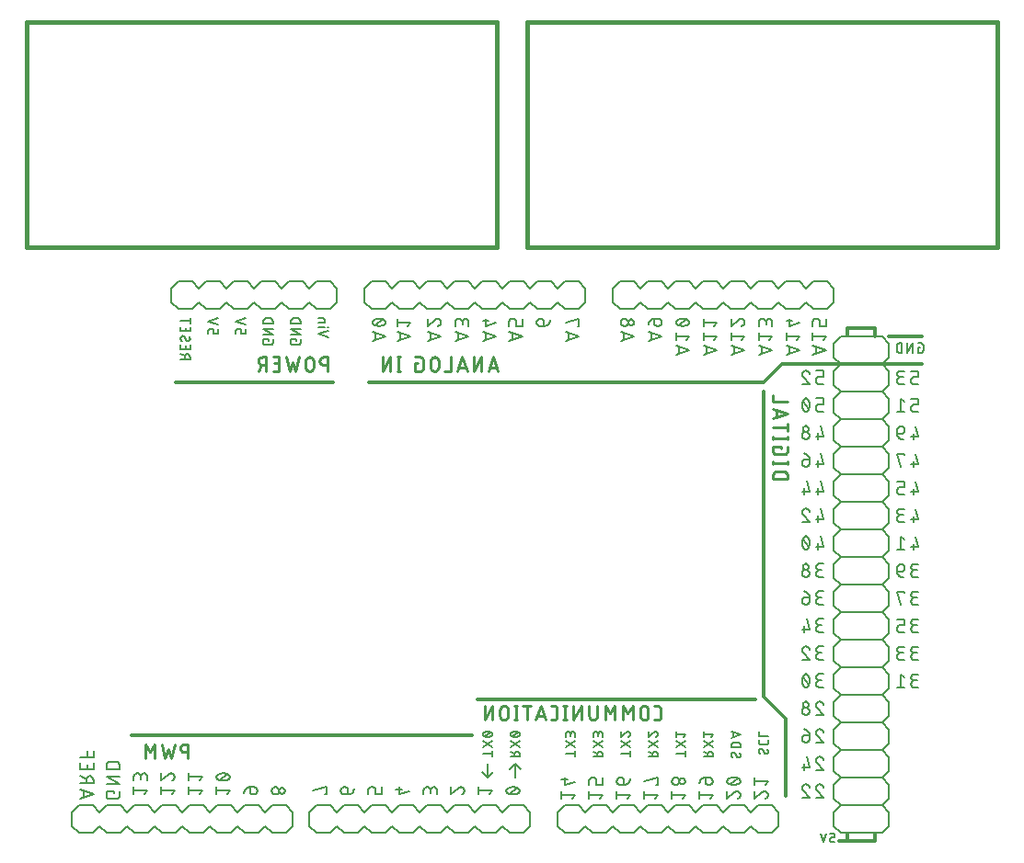
<source format=gbo>
G75*
%MOIN*%
%OFA0B0*%
%FSLAX25Y25*%
%IPPOS*%
%LPD*%
%AMOC8*
5,1,8,0,0,1.08239X$1,22.5*
%
%ADD10C,0.01600*%
%ADD11C,0.00800*%
%ADD12C,0.00600*%
%ADD13C,0.01200*%
%ADD14C,0.00900*%
%ADD15C,0.00500*%
D10*
X0133342Y0258800D02*
X0303842Y0258800D01*
X0303842Y0340200D01*
X0133342Y0340200D01*
X0133342Y0258800D01*
X0314592Y0258800D02*
X0485092Y0258800D01*
X0485092Y0340200D01*
X0314592Y0340200D01*
X0314592Y0258800D01*
D11*
X0149842Y0048800D02*
X0152342Y0046300D01*
X0157342Y0046300D01*
X0159842Y0048800D01*
X0162342Y0046300D01*
X0167342Y0046300D01*
X0169842Y0048800D01*
X0172342Y0046300D01*
X0177342Y0046300D01*
X0179842Y0048800D01*
X0182342Y0046300D01*
X0187342Y0046300D01*
X0189842Y0048800D01*
X0192342Y0046300D01*
X0197342Y0046300D01*
X0199842Y0048800D01*
X0202342Y0046300D01*
X0207342Y0046300D01*
X0209842Y0048800D01*
X0212342Y0046300D01*
X0217342Y0046300D01*
X0219842Y0048800D01*
X0222342Y0046300D01*
X0227342Y0046300D01*
X0229842Y0048800D01*
X0229842Y0053800D01*
X0227342Y0056300D01*
X0222342Y0056300D01*
X0219842Y0053800D01*
X0217342Y0056300D01*
X0212342Y0056300D01*
X0209842Y0053800D01*
X0207342Y0056300D01*
X0202342Y0056300D01*
X0199842Y0053800D01*
X0197342Y0056300D01*
X0192342Y0056300D01*
X0189842Y0053800D01*
X0187342Y0056300D01*
X0182342Y0056300D01*
X0179842Y0053800D01*
X0177342Y0056300D01*
X0172342Y0056300D01*
X0169842Y0053800D01*
X0167342Y0056300D01*
X0162342Y0056300D01*
X0159842Y0053800D01*
X0157342Y0056300D01*
X0152342Y0056300D01*
X0149842Y0053800D01*
X0149842Y0048800D01*
X0152742Y0058700D02*
X0157542Y0060300D01*
X0152742Y0061900D01*
X0153942Y0061500D02*
X0153942Y0059100D01*
X0154875Y0064220D02*
X0154875Y0065553D01*
X0154875Y0065820D02*
X0152742Y0066887D01*
X0152742Y0069397D02*
X0157542Y0069397D01*
X0157542Y0071530D01*
X0155408Y0070997D02*
X0155408Y0069397D01*
X0152742Y0069397D02*
X0152742Y0071530D01*
X0152742Y0073765D02*
X0157542Y0073765D01*
X0157542Y0075898D01*
X0155408Y0075898D02*
X0155408Y0073765D01*
X0162242Y0070785D02*
X0162242Y0069452D01*
X0167042Y0069452D01*
X0167042Y0070785D01*
X0167041Y0070785D02*
X0167039Y0070857D01*
X0167033Y0070929D01*
X0167023Y0071001D01*
X0167010Y0071072D01*
X0166992Y0071142D01*
X0166971Y0071211D01*
X0166946Y0071278D01*
X0166918Y0071345D01*
X0166886Y0071409D01*
X0166850Y0071472D01*
X0166811Y0071533D01*
X0166769Y0071592D01*
X0166724Y0071648D01*
X0166676Y0071702D01*
X0166625Y0071753D01*
X0166571Y0071801D01*
X0166515Y0071846D01*
X0166456Y0071888D01*
X0166395Y0071927D01*
X0166332Y0071963D01*
X0166268Y0071995D01*
X0166201Y0072023D01*
X0166134Y0072048D01*
X0166065Y0072069D01*
X0165995Y0072087D01*
X0165924Y0072100D01*
X0165852Y0072110D01*
X0165780Y0072116D01*
X0165708Y0072118D01*
X0165708Y0072119D02*
X0163575Y0072119D01*
X0163575Y0072118D02*
X0163503Y0072116D01*
X0163431Y0072110D01*
X0163359Y0072100D01*
X0163288Y0072087D01*
X0163218Y0072069D01*
X0163149Y0072048D01*
X0163082Y0072023D01*
X0163015Y0071995D01*
X0162951Y0071963D01*
X0162888Y0071927D01*
X0162827Y0071888D01*
X0162768Y0071846D01*
X0162712Y0071801D01*
X0162658Y0071753D01*
X0162607Y0071702D01*
X0162559Y0071648D01*
X0162514Y0071592D01*
X0162472Y0071533D01*
X0162433Y0071472D01*
X0162397Y0071409D01*
X0162365Y0071345D01*
X0162337Y0071278D01*
X0162312Y0071211D01*
X0162291Y0071142D01*
X0162273Y0071072D01*
X0162260Y0071001D01*
X0162250Y0070929D01*
X0162244Y0070857D01*
X0162242Y0070785D01*
X0162242Y0066743D02*
X0167042Y0066743D01*
X0167042Y0064076D02*
X0162242Y0066743D01*
X0162242Y0064076D02*
X0167042Y0064076D01*
X0167042Y0061367D02*
X0167042Y0059767D01*
X0167040Y0059703D01*
X0167034Y0059638D01*
X0167025Y0059575D01*
X0167011Y0059512D01*
X0166994Y0059450D01*
X0166973Y0059389D01*
X0166948Y0059329D01*
X0166920Y0059271D01*
X0166888Y0059215D01*
X0166853Y0059161D01*
X0166815Y0059109D01*
X0166774Y0059059D01*
X0166729Y0059013D01*
X0166683Y0058968D01*
X0166633Y0058927D01*
X0166581Y0058889D01*
X0166527Y0058854D01*
X0166471Y0058822D01*
X0166413Y0058794D01*
X0166353Y0058769D01*
X0166292Y0058748D01*
X0166230Y0058731D01*
X0166167Y0058717D01*
X0166104Y0058708D01*
X0166039Y0058702D01*
X0165975Y0058700D01*
X0163308Y0058700D01*
X0163244Y0058702D01*
X0163179Y0058708D01*
X0163116Y0058717D01*
X0163053Y0058731D01*
X0162991Y0058748D01*
X0162930Y0058769D01*
X0162870Y0058794D01*
X0162812Y0058822D01*
X0162756Y0058854D01*
X0162702Y0058889D01*
X0162650Y0058927D01*
X0162600Y0058968D01*
X0162554Y0059013D01*
X0162509Y0059059D01*
X0162468Y0059109D01*
X0162430Y0059161D01*
X0162395Y0059215D01*
X0162363Y0059271D01*
X0162335Y0059329D01*
X0162310Y0059389D01*
X0162289Y0059450D01*
X0162272Y0059512D01*
X0162258Y0059575D01*
X0162249Y0059638D01*
X0162243Y0059703D01*
X0162241Y0059767D01*
X0162242Y0059767D02*
X0162242Y0061367D01*
X0164908Y0061367D01*
X0164908Y0060567D01*
X0172142Y0060193D02*
X0172142Y0062860D01*
X0172142Y0061527D02*
X0176942Y0061527D01*
X0175875Y0060193D01*
X0176942Y0065233D02*
X0176942Y0066833D01*
X0176940Y0066897D01*
X0176934Y0066962D01*
X0176925Y0067025D01*
X0176911Y0067088D01*
X0176894Y0067150D01*
X0176873Y0067211D01*
X0176848Y0067271D01*
X0176820Y0067329D01*
X0176788Y0067385D01*
X0176753Y0067439D01*
X0176715Y0067491D01*
X0176674Y0067541D01*
X0176629Y0067587D01*
X0176583Y0067632D01*
X0176533Y0067673D01*
X0176481Y0067711D01*
X0176427Y0067746D01*
X0176371Y0067778D01*
X0176313Y0067806D01*
X0176253Y0067831D01*
X0176192Y0067852D01*
X0176130Y0067869D01*
X0176067Y0067883D01*
X0176004Y0067892D01*
X0175939Y0067898D01*
X0175875Y0067900D01*
X0175811Y0067898D01*
X0175746Y0067892D01*
X0175683Y0067883D01*
X0175620Y0067869D01*
X0175558Y0067852D01*
X0175497Y0067831D01*
X0175437Y0067806D01*
X0175379Y0067778D01*
X0175323Y0067746D01*
X0175269Y0067711D01*
X0175217Y0067673D01*
X0175167Y0067632D01*
X0175121Y0067587D01*
X0175076Y0067541D01*
X0175035Y0067491D01*
X0174997Y0067439D01*
X0174962Y0067385D01*
X0174930Y0067329D01*
X0174902Y0067271D01*
X0174877Y0067211D01*
X0174856Y0067150D01*
X0174839Y0067088D01*
X0174825Y0067025D01*
X0174816Y0066962D01*
X0174810Y0066897D01*
X0174808Y0066833D01*
X0174808Y0065767D01*
X0174808Y0066567D02*
X0174806Y0066639D01*
X0174800Y0066711D01*
X0174790Y0066783D01*
X0174777Y0066854D01*
X0174759Y0066924D01*
X0174738Y0066993D01*
X0174713Y0067060D01*
X0174685Y0067127D01*
X0174653Y0067191D01*
X0174617Y0067254D01*
X0174578Y0067315D01*
X0174536Y0067374D01*
X0174491Y0067430D01*
X0174443Y0067484D01*
X0174392Y0067535D01*
X0174338Y0067583D01*
X0174282Y0067628D01*
X0174223Y0067670D01*
X0174162Y0067709D01*
X0174099Y0067745D01*
X0174035Y0067777D01*
X0173968Y0067805D01*
X0173901Y0067830D01*
X0173832Y0067851D01*
X0173762Y0067869D01*
X0173691Y0067882D01*
X0173619Y0067892D01*
X0173547Y0067898D01*
X0173475Y0067900D01*
X0173403Y0067898D01*
X0173331Y0067892D01*
X0173259Y0067882D01*
X0173188Y0067869D01*
X0173118Y0067851D01*
X0173049Y0067830D01*
X0172982Y0067805D01*
X0172915Y0067777D01*
X0172851Y0067745D01*
X0172788Y0067709D01*
X0172727Y0067670D01*
X0172668Y0067628D01*
X0172612Y0067583D01*
X0172558Y0067535D01*
X0172507Y0067484D01*
X0172459Y0067430D01*
X0172414Y0067374D01*
X0172372Y0067315D01*
X0172333Y0067254D01*
X0172297Y0067191D01*
X0172265Y0067127D01*
X0172237Y0067060D01*
X0172212Y0066993D01*
X0172191Y0066924D01*
X0172173Y0066854D01*
X0172160Y0066783D01*
X0172150Y0066711D01*
X0172144Y0066639D01*
X0172142Y0066567D01*
X0172142Y0065233D01*
X0182142Y0065233D02*
X0182142Y0067900D01*
X0182142Y0065233D02*
X0184808Y0067500D01*
X0186942Y0066700D02*
X0186940Y0066622D01*
X0186934Y0066545D01*
X0186924Y0066468D01*
X0186911Y0066392D01*
X0186893Y0066316D01*
X0186872Y0066242D01*
X0186847Y0066168D01*
X0186819Y0066096D01*
X0186787Y0066025D01*
X0186751Y0065957D01*
X0186712Y0065890D01*
X0186669Y0065825D01*
X0186624Y0065762D01*
X0186575Y0065702D01*
X0186523Y0065644D01*
X0186469Y0065589D01*
X0186412Y0065536D01*
X0186352Y0065487D01*
X0186290Y0065441D01*
X0186225Y0065397D01*
X0186159Y0065358D01*
X0186090Y0065321D01*
X0186020Y0065288D01*
X0185948Y0065259D01*
X0185875Y0065233D01*
X0184809Y0067500D02*
X0184858Y0067549D01*
X0184910Y0067595D01*
X0184964Y0067639D01*
X0185021Y0067679D01*
X0185079Y0067717D01*
X0185140Y0067751D01*
X0185202Y0067782D01*
X0185266Y0067809D01*
X0185332Y0067833D01*
X0185398Y0067853D01*
X0185466Y0067870D01*
X0185534Y0067883D01*
X0185603Y0067892D01*
X0185672Y0067898D01*
X0185742Y0067900D01*
X0185809Y0067898D01*
X0185876Y0067892D01*
X0185943Y0067883D01*
X0186009Y0067870D01*
X0186074Y0067853D01*
X0186138Y0067833D01*
X0186201Y0067809D01*
X0186263Y0067781D01*
X0186322Y0067750D01*
X0186380Y0067716D01*
X0186436Y0067679D01*
X0186490Y0067638D01*
X0186542Y0067595D01*
X0186591Y0067549D01*
X0186637Y0067500D01*
X0186680Y0067448D01*
X0186721Y0067394D01*
X0186758Y0067338D01*
X0186792Y0067280D01*
X0186823Y0067221D01*
X0186851Y0067159D01*
X0186875Y0067096D01*
X0186895Y0067032D01*
X0186912Y0066967D01*
X0186925Y0066901D01*
X0186934Y0066834D01*
X0186940Y0066767D01*
X0186942Y0066700D01*
X0192142Y0066567D02*
X0196942Y0066567D01*
X0195875Y0065233D01*
X0192142Y0065233D02*
X0192142Y0067900D01*
X0192142Y0062860D02*
X0192142Y0060193D01*
X0192142Y0061527D02*
X0196942Y0061527D01*
X0195875Y0060193D01*
X0202142Y0060193D02*
X0202142Y0062860D01*
X0202142Y0061527D02*
X0206942Y0061527D01*
X0205875Y0060193D01*
X0204542Y0067900D02*
X0204422Y0067898D01*
X0204303Y0067893D01*
X0204184Y0067884D01*
X0204065Y0067871D01*
X0203946Y0067855D01*
X0203828Y0067835D01*
X0203711Y0067812D01*
X0203594Y0067785D01*
X0203479Y0067754D01*
X0203364Y0067720D01*
X0203250Y0067683D01*
X0203138Y0067642D01*
X0203027Y0067598D01*
X0202917Y0067551D01*
X0202808Y0067500D01*
X0202808Y0067501D02*
X0202751Y0067479D01*
X0202695Y0067454D01*
X0202641Y0067425D01*
X0202588Y0067393D01*
X0202538Y0067358D01*
X0202490Y0067320D01*
X0202445Y0067279D01*
X0202402Y0067236D01*
X0202362Y0067189D01*
X0202325Y0067141D01*
X0202291Y0067090D01*
X0202260Y0067037D01*
X0202233Y0066982D01*
X0202209Y0066926D01*
X0202188Y0066868D01*
X0202171Y0066809D01*
X0202158Y0066750D01*
X0202149Y0066689D01*
X0202143Y0066628D01*
X0202141Y0066567D01*
X0202143Y0066506D01*
X0202149Y0066445D01*
X0202158Y0066384D01*
X0202171Y0066325D01*
X0202188Y0066266D01*
X0202209Y0066208D01*
X0202233Y0066152D01*
X0202260Y0066097D01*
X0202291Y0066044D01*
X0202325Y0065993D01*
X0202362Y0065945D01*
X0202402Y0065898D01*
X0202445Y0065855D01*
X0202490Y0065814D01*
X0202538Y0065776D01*
X0202588Y0065741D01*
X0202641Y0065709D01*
X0202695Y0065680D01*
X0202751Y0065655D01*
X0202808Y0065633D01*
X0203208Y0065500D02*
X0205875Y0067633D01*
X0206275Y0067501D02*
X0206332Y0067479D01*
X0206388Y0067454D01*
X0206442Y0067425D01*
X0206495Y0067393D01*
X0206545Y0067358D01*
X0206593Y0067320D01*
X0206638Y0067279D01*
X0206681Y0067236D01*
X0206721Y0067189D01*
X0206758Y0067141D01*
X0206792Y0067090D01*
X0206823Y0067037D01*
X0206850Y0066982D01*
X0206874Y0066926D01*
X0206895Y0066868D01*
X0206912Y0066809D01*
X0206925Y0066750D01*
X0206934Y0066689D01*
X0206940Y0066628D01*
X0206942Y0066567D01*
X0206940Y0066506D01*
X0206934Y0066445D01*
X0206925Y0066384D01*
X0206912Y0066325D01*
X0206895Y0066266D01*
X0206874Y0066208D01*
X0206850Y0066152D01*
X0206823Y0066097D01*
X0206792Y0066044D01*
X0206758Y0065993D01*
X0206721Y0065945D01*
X0206681Y0065898D01*
X0206638Y0065855D01*
X0206593Y0065814D01*
X0206545Y0065776D01*
X0206495Y0065741D01*
X0206442Y0065709D01*
X0206388Y0065680D01*
X0206332Y0065655D01*
X0206275Y0065633D01*
X0206276Y0067500D02*
X0206167Y0067551D01*
X0206057Y0067598D01*
X0205946Y0067642D01*
X0205834Y0067683D01*
X0205720Y0067720D01*
X0205605Y0067754D01*
X0205490Y0067785D01*
X0205373Y0067812D01*
X0205256Y0067835D01*
X0205138Y0067855D01*
X0205019Y0067871D01*
X0204900Y0067884D01*
X0204781Y0067893D01*
X0204662Y0067898D01*
X0204542Y0067900D01*
X0204542Y0065233D02*
X0204662Y0065235D01*
X0204781Y0065240D01*
X0204900Y0065249D01*
X0205019Y0065262D01*
X0205138Y0065278D01*
X0205256Y0065298D01*
X0205373Y0065321D01*
X0205490Y0065348D01*
X0205605Y0065379D01*
X0205720Y0065413D01*
X0205834Y0065450D01*
X0205946Y0065491D01*
X0206057Y0065535D01*
X0206167Y0065582D01*
X0206276Y0065633D01*
X0204542Y0065233D02*
X0204422Y0065235D01*
X0204303Y0065240D01*
X0204184Y0065249D01*
X0204065Y0065262D01*
X0203946Y0065278D01*
X0203828Y0065298D01*
X0203711Y0065321D01*
X0203594Y0065348D01*
X0203479Y0065379D01*
X0203364Y0065413D01*
X0203250Y0065450D01*
X0203138Y0065491D01*
X0203027Y0065535D01*
X0202917Y0065582D01*
X0202808Y0065633D01*
X0214275Y0062900D02*
X0214275Y0061300D01*
X0214275Y0062900D02*
X0214184Y0062898D01*
X0214094Y0062892D01*
X0214004Y0062883D01*
X0213915Y0062869D01*
X0213826Y0062852D01*
X0213738Y0062831D01*
X0213650Y0062807D01*
X0213564Y0062778D01*
X0213480Y0062746D01*
X0213396Y0062711D01*
X0213315Y0062672D01*
X0213235Y0062629D01*
X0213157Y0062583D01*
X0213081Y0062534D01*
X0213007Y0062482D01*
X0212935Y0062427D01*
X0212866Y0062368D01*
X0212799Y0062307D01*
X0212735Y0062243D01*
X0212674Y0062176D01*
X0212615Y0062107D01*
X0212560Y0062035D01*
X0212508Y0061961D01*
X0212459Y0061885D01*
X0212413Y0061807D01*
X0212370Y0061727D01*
X0212331Y0061646D01*
X0212296Y0061562D01*
X0212264Y0061478D01*
X0212235Y0061392D01*
X0212211Y0061304D01*
X0212190Y0061216D01*
X0212173Y0061127D01*
X0212159Y0061038D01*
X0212150Y0060948D01*
X0212144Y0060858D01*
X0212142Y0060767D01*
X0214275Y0062900D02*
X0215608Y0062900D01*
X0215680Y0062898D01*
X0215752Y0062892D01*
X0215824Y0062882D01*
X0215895Y0062869D01*
X0215965Y0062851D01*
X0216034Y0062830D01*
X0216101Y0062805D01*
X0216168Y0062777D01*
X0216232Y0062745D01*
X0216295Y0062709D01*
X0216356Y0062670D01*
X0216415Y0062628D01*
X0216471Y0062583D01*
X0216525Y0062535D01*
X0216576Y0062484D01*
X0216624Y0062430D01*
X0216669Y0062374D01*
X0216711Y0062315D01*
X0216750Y0062254D01*
X0216786Y0062191D01*
X0216818Y0062127D01*
X0216846Y0062060D01*
X0216871Y0061993D01*
X0216892Y0061924D01*
X0216910Y0061854D01*
X0216923Y0061783D01*
X0216933Y0061711D01*
X0216939Y0061639D01*
X0216941Y0061567D01*
X0216939Y0061495D01*
X0216933Y0061423D01*
X0216923Y0061351D01*
X0216910Y0061280D01*
X0216892Y0061210D01*
X0216871Y0061141D01*
X0216846Y0061074D01*
X0216818Y0061007D01*
X0216786Y0060943D01*
X0216750Y0060880D01*
X0216711Y0060819D01*
X0216669Y0060760D01*
X0216624Y0060704D01*
X0216576Y0060650D01*
X0216525Y0060599D01*
X0216471Y0060551D01*
X0216415Y0060506D01*
X0216356Y0060464D01*
X0216295Y0060425D01*
X0216232Y0060389D01*
X0216168Y0060357D01*
X0216101Y0060329D01*
X0216034Y0060304D01*
X0215965Y0060283D01*
X0215895Y0060265D01*
X0215824Y0060252D01*
X0215752Y0060242D01*
X0215680Y0060236D01*
X0215608Y0060234D01*
X0215608Y0060233D02*
X0215342Y0060233D01*
X0215278Y0060235D01*
X0215213Y0060241D01*
X0215150Y0060250D01*
X0215087Y0060264D01*
X0215025Y0060281D01*
X0214964Y0060302D01*
X0214904Y0060327D01*
X0214846Y0060355D01*
X0214790Y0060387D01*
X0214736Y0060422D01*
X0214684Y0060460D01*
X0214634Y0060501D01*
X0214588Y0060546D01*
X0214543Y0060592D01*
X0214502Y0060642D01*
X0214464Y0060694D01*
X0214429Y0060748D01*
X0214397Y0060804D01*
X0214369Y0060862D01*
X0214344Y0060922D01*
X0214323Y0060983D01*
X0214306Y0061045D01*
X0214292Y0061108D01*
X0214283Y0061171D01*
X0214277Y0061236D01*
X0214275Y0061300D01*
X0223475Y0060234D02*
X0223403Y0060236D01*
X0223331Y0060242D01*
X0223259Y0060252D01*
X0223188Y0060265D01*
X0223118Y0060283D01*
X0223049Y0060304D01*
X0222982Y0060329D01*
X0222915Y0060357D01*
X0222851Y0060389D01*
X0222788Y0060425D01*
X0222727Y0060464D01*
X0222668Y0060506D01*
X0222612Y0060551D01*
X0222558Y0060599D01*
X0222507Y0060650D01*
X0222459Y0060704D01*
X0222414Y0060760D01*
X0222372Y0060819D01*
X0222333Y0060880D01*
X0222297Y0060943D01*
X0222265Y0061007D01*
X0222237Y0061074D01*
X0222212Y0061141D01*
X0222191Y0061210D01*
X0222173Y0061280D01*
X0222160Y0061351D01*
X0222150Y0061423D01*
X0222144Y0061495D01*
X0222142Y0061567D01*
X0222144Y0061639D01*
X0222150Y0061711D01*
X0222160Y0061783D01*
X0222173Y0061854D01*
X0222191Y0061924D01*
X0222212Y0061993D01*
X0222237Y0062060D01*
X0222265Y0062127D01*
X0222297Y0062191D01*
X0222333Y0062254D01*
X0222372Y0062315D01*
X0222414Y0062374D01*
X0222459Y0062430D01*
X0222507Y0062484D01*
X0222558Y0062535D01*
X0222612Y0062583D01*
X0222668Y0062628D01*
X0222727Y0062670D01*
X0222788Y0062709D01*
X0222851Y0062745D01*
X0222915Y0062777D01*
X0222982Y0062805D01*
X0223049Y0062830D01*
X0223118Y0062851D01*
X0223188Y0062869D01*
X0223259Y0062882D01*
X0223331Y0062892D01*
X0223403Y0062898D01*
X0223475Y0062900D01*
X0223547Y0062898D01*
X0223619Y0062892D01*
X0223691Y0062882D01*
X0223762Y0062869D01*
X0223832Y0062851D01*
X0223901Y0062830D01*
X0223968Y0062805D01*
X0224035Y0062777D01*
X0224099Y0062745D01*
X0224162Y0062709D01*
X0224223Y0062670D01*
X0224282Y0062628D01*
X0224338Y0062583D01*
X0224392Y0062535D01*
X0224443Y0062484D01*
X0224491Y0062430D01*
X0224536Y0062374D01*
X0224578Y0062315D01*
X0224617Y0062254D01*
X0224653Y0062191D01*
X0224685Y0062127D01*
X0224713Y0062060D01*
X0224738Y0061993D01*
X0224759Y0061924D01*
X0224777Y0061854D01*
X0224790Y0061783D01*
X0224800Y0061711D01*
X0224806Y0061639D01*
X0224808Y0061567D01*
X0224806Y0061495D01*
X0224800Y0061423D01*
X0224790Y0061351D01*
X0224777Y0061280D01*
X0224759Y0061210D01*
X0224738Y0061141D01*
X0224713Y0061074D01*
X0224685Y0061007D01*
X0224653Y0060943D01*
X0224617Y0060880D01*
X0224578Y0060819D01*
X0224536Y0060760D01*
X0224491Y0060704D01*
X0224443Y0060650D01*
X0224392Y0060599D01*
X0224338Y0060551D01*
X0224282Y0060506D01*
X0224223Y0060464D01*
X0224162Y0060425D01*
X0224099Y0060389D01*
X0224035Y0060357D01*
X0223968Y0060329D01*
X0223901Y0060304D01*
X0223832Y0060283D01*
X0223762Y0060265D01*
X0223691Y0060252D01*
X0223619Y0060242D01*
X0223547Y0060236D01*
X0223475Y0060234D01*
X0225875Y0060500D02*
X0225811Y0060502D01*
X0225746Y0060508D01*
X0225683Y0060517D01*
X0225620Y0060531D01*
X0225558Y0060548D01*
X0225497Y0060569D01*
X0225437Y0060594D01*
X0225379Y0060622D01*
X0225323Y0060654D01*
X0225269Y0060689D01*
X0225217Y0060727D01*
X0225167Y0060768D01*
X0225121Y0060813D01*
X0225076Y0060859D01*
X0225035Y0060909D01*
X0224997Y0060961D01*
X0224962Y0061015D01*
X0224930Y0061071D01*
X0224902Y0061129D01*
X0224877Y0061189D01*
X0224856Y0061250D01*
X0224839Y0061312D01*
X0224825Y0061375D01*
X0224816Y0061438D01*
X0224810Y0061503D01*
X0224808Y0061567D01*
X0224810Y0061631D01*
X0224816Y0061696D01*
X0224825Y0061759D01*
X0224839Y0061822D01*
X0224856Y0061884D01*
X0224877Y0061945D01*
X0224902Y0062005D01*
X0224930Y0062063D01*
X0224962Y0062119D01*
X0224997Y0062173D01*
X0225035Y0062225D01*
X0225076Y0062275D01*
X0225121Y0062321D01*
X0225167Y0062366D01*
X0225217Y0062407D01*
X0225269Y0062445D01*
X0225323Y0062480D01*
X0225379Y0062512D01*
X0225437Y0062540D01*
X0225497Y0062565D01*
X0225558Y0062586D01*
X0225620Y0062603D01*
X0225683Y0062617D01*
X0225746Y0062626D01*
X0225811Y0062632D01*
X0225875Y0062634D01*
X0225939Y0062632D01*
X0226004Y0062626D01*
X0226067Y0062617D01*
X0226130Y0062603D01*
X0226192Y0062586D01*
X0226253Y0062565D01*
X0226313Y0062540D01*
X0226371Y0062512D01*
X0226427Y0062480D01*
X0226481Y0062445D01*
X0226533Y0062407D01*
X0226583Y0062366D01*
X0226629Y0062321D01*
X0226674Y0062275D01*
X0226715Y0062225D01*
X0226753Y0062173D01*
X0226788Y0062119D01*
X0226820Y0062063D01*
X0226848Y0062005D01*
X0226873Y0061945D01*
X0226894Y0061884D01*
X0226911Y0061822D01*
X0226925Y0061759D01*
X0226934Y0061696D01*
X0226940Y0061631D01*
X0226942Y0061567D01*
X0226940Y0061503D01*
X0226934Y0061438D01*
X0226925Y0061375D01*
X0226911Y0061312D01*
X0226894Y0061250D01*
X0226873Y0061189D01*
X0226848Y0061129D01*
X0226820Y0061071D01*
X0226788Y0061015D01*
X0226753Y0060961D01*
X0226715Y0060909D01*
X0226674Y0060859D01*
X0226629Y0060813D01*
X0226583Y0060768D01*
X0226533Y0060727D01*
X0226481Y0060689D01*
X0226427Y0060654D01*
X0226371Y0060622D01*
X0226313Y0060594D01*
X0226253Y0060569D01*
X0226192Y0060548D01*
X0226130Y0060531D01*
X0226067Y0060517D01*
X0226004Y0060508D01*
X0225939Y0060502D01*
X0225875Y0060500D01*
X0237142Y0061567D02*
X0241942Y0062900D01*
X0241942Y0060233D01*
X0241408Y0060233D01*
X0243342Y0056300D02*
X0238342Y0056300D01*
X0235842Y0053800D01*
X0235842Y0048800D01*
X0238342Y0046300D01*
X0243342Y0046300D01*
X0245842Y0048800D01*
X0248342Y0046300D01*
X0253342Y0046300D01*
X0255842Y0048800D01*
X0258342Y0046300D01*
X0263342Y0046300D01*
X0265842Y0048800D01*
X0268342Y0046300D01*
X0273342Y0046300D01*
X0275842Y0048800D01*
X0278342Y0046300D01*
X0283342Y0046300D01*
X0285842Y0048800D01*
X0288342Y0046300D01*
X0293342Y0046300D01*
X0295842Y0048800D01*
X0298342Y0046300D01*
X0303342Y0046300D01*
X0305842Y0048800D01*
X0308342Y0046300D01*
X0313342Y0046300D01*
X0315842Y0048800D01*
X0315842Y0053800D01*
X0313342Y0056300D01*
X0308342Y0056300D01*
X0305842Y0053800D01*
X0303342Y0056300D01*
X0298342Y0056300D01*
X0295842Y0053800D01*
X0293342Y0056300D01*
X0288342Y0056300D01*
X0285842Y0053800D01*
X0283342Y0056300D01*
X0278342Y0056300D01*
X0275842Y0053800D01*
X0273342Y0056300D01*
X0268342Y0056300D01*
X0265842Y0053800D01*
X0263342Y0056300D01*
X0258342Y0056300D01*
X0255842Y0053800D01*
X0253342Y0056300D01*
X0248342Y0056300D01*
X0245842Y0053800D01*
X0243342Y0056300D01*
X0248475Y0060233D02*
X0249808Y0060233D01*
X0249808Y0061833D01*
X0249808Y0060234D02*
X0249899Y0060236D01*
X0249989Y0060242D01*
X0250079Y0060251D01*
X0250168Y0060265D01*
X0250257Y0060282D01*
X0250345Y0060303D01*
X0250433Y0060327D01*
X0250519Y0060356D01*
X0250603Y0060388D01*
X0250687Y0060423D01*
X0250768Y0060462D01*
X0250848Y0060505D01*
X0250926Y0060551D01*
X0251002Y0060600D01*
X0251076Y0060652D01*
X0251148Y0060707D01*
X0251217Y0060766D01*
X0251284Y0060827D01*
X0251348Y0060891D01*
X0251409Y0060958D01*
X0251468Y0061027D01*
X0251523Y0061099D01*
X0251575Y0061173D01*
X0251624Y0061249D01*
X0251670Y0061327D01*
X0251713Y0061407D01*
X0251752Y0061488D01*
X0251787Y0061572D01*
X0251819Y0061656D01*
X0251848Y0061742D01*
X0251872Y0061830D01*
X0251893Y0061918D01*
X0251910Y0062007D01*
X0251924Y0062096D01*
X0251933Y0062186D01*
X0251939Y0062276D01*
X0251941Y0062367D01*
X0248742Y0062900D02*
X0248475Y0062900D01*
X0248742Y0062900D02*
X0248806Y0062898D01*
X0248871Y0062892D01*
X0248934Y0062883D01*
X0248997Y0062869D01*
X0249059Y0062852D01*
X0249120Y0062831D01*
X0249180Y0062806D01*
X0249238Y0062778D01*
X0249294Y0062746D01*
X0249348Y0062711D01*
X0249400Y0062673D01*
X0249450Y0062632D01*
X0249496Y0062587D01*
X0249541Y0062541D01*
X0249582Y0062491D01*
X0249620Y0062439D01*
X0249655Y0062385D01*
X0249687Y0062329D01*
X0249715Y0062271D01*
X0249740Y0062211D01*
X0249761Y0062150D01*
X0249778Y0062088D01*
X0249792Y0062025D01*
X0249801Y0061962D01*
X0249807Y0061897D01*
X0249809Y0061833D01*
X0248475Y0062900D02*
X0248403Y0062898D01*
X0248331Y0062892D01*
X0248259Y0062882D01*
X0248188Y0062869D01*
X0248118Y0062851D01*
X0248049Y0062830D01*
X0247982Y0062805D01*
X0247915Y0062777D01*
X0247851Y0062745D01*
X0247788Y0062709D01*
X0247727Y0062670D01*
X0247668Y0062628D01*
X0247612Y0062583D01*
X0247558Y0062535D01*
X0247507Y0062484D01*
X0247459Y0062430D01*
X0247414Y0062374D01*
X0247372Y0062315D01*
X0247333Y0062254D01*
X0247297Y0062191D01*
X0247265Y0062127D01*
X0247237Y0062060D01*
X0247212Y0061993D01*
X0247191Y0061924D01*
X0247173Y0061854D01*
X0247160Y0061783D01*
X0247150Y0061711D01*
X0247144Y0061639D01*
X0247142Y0061567D01*
X0247144Y0061495D01*
X0247150Y0061423D01*
X0247160Y0061351D01*
X0247173Y0061280D01*
X0247191Y0061210D01*
X0247212Y0061141D01*
X0247237Y0061074D01*
X0247265Y0061007D01*
X0247297Y0060943D01*
X0247333Y0060880D01*
X0247372Y0060819D01*
X0247414Y0060760D01*
X0247459Y0060704D01*
X0247507Y0060650D01*
X0247558Y0060599D01*
X0247612Y0060551D01*
X0247668Y0060506D01*
X0247727Y0060464D01*
X0247788Y0060425D01*
X0247851Y0060389D01*
X0247915Y0060357D01*
X0247982Y0060329D01*
X0248049Y0060304D01*
X0248118Y0060283D01*
X0248188Y0060265D01*
X0248259Y0060252D01*
X0248331Y0060242D01*
X0248403Y0060236D01*
X0248475Y0060234D01*
X0257142Y0060233D02*
X0257142Y0061833D01*
X0257141Y0061833D02*
X0257143Y0061897D01*
X0257149Y0061962D01*
X0257158Y0062025D01*
X0257172Y0062088D01*
X0257189Y0062150D01*
X0257210Y0062211D01*
X0257235Y0062271D01*
X0257263Y0062329D01*
X0257295Y0062385D01*
X0257330Y0062439D01*
X0257368Y0062491D01*
X0257409Y0062541D01*
X0257454Y0062587D01*
X0257500Y0062632D01*
X0257550Y0062673D01*
X0257602Y0062711D01*
X0257656Y0062746D01*
X0257712Y0062778D01*
X0257770Y0062806D01*
X0257830Y0062831D01*
X0257891Y0062852D01*
X0257953Y0062869D01*
X0258016Y0062883D01*
X0258079Y0062892D01*
X0258144Y0062898D01*
X0258208Y0062900D01*
X0258742Y0062900D01*
X0258806Y0062898D01*
X0258871Y0062892D01*
X0258934Y0062883D01*
X0258997Y0062869D01*
X0259059Y0062852D01*
X0259120Y0062831D01*
X0259180Y0062806D01*
X0259238Y0062778D01*
X0259294Y0062746D01*
X0259348Y0062711D01*
X0259400Y0062673D01*
X0259450Y0062632D01*
X0259496Y0062587D01*
X0259541Y0062541D01*
X0259582Y0062491D01*
X0259620Y0062439D01*
X0259655Y0062385D01*
X0259687Y0062329D01*
X0259715Y0062271D01*
X0259740Y0062211D01*
X0259761Y0062150D01*
X0259778Y0062088D01*
X0259792Y0062025D01*
X0259801Y0061962D01*
X0259807Y0061897D01*
X0259809Y0061833D01*
X0259808Y0061833D02*
X0259808Y0060233D01*
X0261942Y0060233D01*
X0261942Y0062900D01*
X0267142Y0062100D02*
X0269275Y0062100D01*
X0268208Y0062900D02*
X0268208Y0060233D01*
X0271942Y0061300D01*
X0277142Y0061567D02*
X0277142Y0060233D01*
X0277142Y0061567D02*
X0277144Y0061639D01*
X0277150Y0061711D01*
X0277160Y0061783D01*
X0277173Y0061854D01*
X0277191Y0061924D01*
X0277212Y0061993D01*
X0277237Y0062060D01*
X0277265Y0062127D01*
X0277297Y0062191D01*
X0277333Y0062254D01*
X0277372Y0062315D01*
X0277414Y0062374D01*
X0277459Y0062430D01*
X0277507Y0062484D01*
X0277558Y0062535D01*
X0277612Y0062583D01*
X0277668Y0062628D01*
X0277727Y0062670D01*
X0277788Y0062709D01*
X0277851Y0062745D01*
X0277915Y0062777D01*
X0277982Y0062805D01*
X0278049Y0062830D01*
X0278118Y0062851D01*
X0278188Y0062869D01*
X0278259Y0062882D01*
X0278331Y0062892D01*
X0278403Y0062898D01*
X0278475Y0062900D01*
X0278547Y0062898D01*
X0278619Y0062892D01*
X0278691Y0062882D01*
X0278762Y0062869D01*
X0278832Y0062851D01*
X0278901Y0062830D01*
X0278968Y0062805D01*
X0279035Y0062777D01*
X0279099Y0062745D01*
X0279162Y0062709D01*
X0279223Y0062670D01*
X0279282Y0062628D01*
X0279338Y0062583D01*
X0279392Y0062535D01*
X0279443Y0062484D01*
X0279491Y0062430D01*
X0279536Y0062374D01*
X0279578Y0062315D01*
X0279617Y0062254D01*
X0279653Y0062191D01*
X0279685Y0062127D01*
X0279713Y0062060D01*
X0279738Y0061993D01*
X0279759Y0061924D01*
X0279777Y0061854D01*
X0279790Y0061783D01*
X0279800Y0061711D01*
X0279806Y0061639D01*
X0279808Y0061567D01*
X0279808Y0061833D02*
X0279808Y0060767D01*
X0279808Y0061833D02*
X0279810Y0061897D01*
X0279816Y0061962D01*
X0279825Y0062025D01*
X0279839Y0062088D01*
X0279856Y0062150D01*
X0279877Y0062211D01*
X0279902Y0062271D01*
X0279930Y0062329D01*
X0279962Y0062385D01*
X0279997Y0062439D01*
X0280035Y0062491D01*
X0280076Y0062541D01*
X0280121Y0062587D01*
X0280167Y0062632D01*
X0280217Y0062673D01*
X0280269Y0062711D01*
X0280323Y0062746D01*
X0280379Y0062778D01*
X0280437Y0062806D01*
X0280497Y0062831D01*
X0280558Y0062852D01*
X0280620Y0062869D01*
X0280683Y0062883D01*
X0280746Y0062892D01*
X0280811Y0062898D01*
X0280875Y0062900D01*
X0280939Y0062898D01*
X0281004Y0062892D01*
X0281067Y0062883D01*
X0281130Y0062869D01*
X0281192Y0062852D01*
X0281253Y0062831D01*
X0281313Y0062806D01*
X0281371Y0062778D01*
X0281427Y0062746D01*
X0281481Y0062711D01*
X0281533Y0062673D01*
X0281583Y0062632D01*
X0281629Y0062587D01*
X0281674Y0062541D01*
X0281715Y0062491D01*
X0281753Y0062439D01*
X0281788Y0062385D01*
X0281820Y0062329D01*
X0281848Y0062271D01*
X0281873Y0062211D01*
X0281894Y0062150D01*
X0281911Y0062088D01*
X0281925Y0062025D01*
X0281934Y0061962D01*
X0281940Y0061897D01*
X0281942Y0061833D01*
X0281942Y0060233D01*
X0287142Y0060233D02*
X0287142Y0062900D01*
X0287142Y0060233D02*
X0289808Y0062500D01*
X0291942Y0061700D02*
X0291940Y0061622D01*
X0291934Y0061545D01*
X0291924Y0061468D01*
X0291911Y0061392D01*
X0291893Y0061316D01*
X0291872Y0061242D01*
X0291847Y0061168D01*
X0291819Y0061096D01*
X0291787Y0061025D01*
X0291751Y0060957D01*
X0291712Y0060890D01*
X0291669Y0060825D01*
X0291624Y0060762D01*
X0291575Y0060702D01*
X0291523Y0060644D01*
X0291469Y0060589D01*
X0291412Y0060536D01*
X0291352Y0060487D01*
X0291290Y0060441D01*
X0291225Y0060397D01*
X0291159Y0060358D01*
X0291090Y0060321D01*
X0291020Y0060288D01*
X0290948Y0060259D01*
X0290875Y0060233D01*
X0289809Y0062500D02*
X0289858Y0062549D01*
X0289910Y0062595D01*
X0289964Y0062639D01*
X0290021Y0062679D01*
X0290079Y0062717D01*
X0290140Y0062751D01*
X0290202Y0062782D01*
X0290266Y0062809D01*
X0290332Y0062833D01*
X0290398Y0062853D01*
X0290466Y0062870D01*
X0290534Y0062883D01*
X0290603Y0062892D01*
X0290672Y0062898D01*
X0290742Y0062900D01*
X0290809Y0062898D01*
X0290876Y0062892D01*
X0290943Y0062883D01*
X0291009Y0062870D01*
X0291074Y0062853D01*
X0291138Y0062833D01*
X0291201Y0062809D01*
X0291263Y0062781D01*
X0291322Y0062750D01*
X0291380Y0062716D01*
X0291436Y0062679D01*
X0291490Y0062638D01*
X0291542Y0062595D01*
X0291591Y0062549D01*
X0291637Y0062500D01*
X0291680Y0062448D01*
X0291721Y0062394D01*
X0291758Y0062338D01*
X0291792Y0062280D01*
X0291823Y0062221D01*
X0291851Y0062159D01*
X0291875Y0062096D01*
X0291895Y0062032D01*
X0291912Y0061967D01*
X0291925Y0061901D01*
X0291934Y0061834D01*
X0291940Y0061767D01*
X0291942Y0061700D01*
X0297142Y0061567D02*
X0301942Y0061567D01*
X0300875Y0060233D01*
X0297142Y0060233D02*
X0297142Y0062900D01*
X0300342Y0066300D02*
X0302342Y0068300D01*
X0300342Y0066300D02*
X0298342Y0068300D01*
X0300342Y0066300D02*
X0300342Y0071300D01*
X0308342Y0069300D02*
X0310342Y0071300D01*
X0312342Y0069300D01*
X0310342Y0071300D02*
X0310342Y0066300D01*
X0309542Y0060233D02*
X0309422Y0060235D01*
X0309303Y0060240D01*
X0309184Y0060249D01*
X0309065Y0060262D01*
X0308946Y0060278D01*
X0308828Y0060298D01*
X0308711Y0060321D01*
X0308594Y0060348D01*
X0308479Y0060379D01*
X0308364Y0060413D01*
X0308250Y0060450D01*
X0308138Y0060491D01*
X0308027Y0060535D01*
X0307917Y0060582D01*
X0307808Y0060633D01*
X0308208Y0060500D02*
X0310875Y0062633D01*
X0311275Y0062501D02*
X0311332Y0062479D01*
X0311388Y0062454D01*
X0311442Y0062425D01*
X0311495Y0062393D01*
X0311545Y0062358D01*
X0311593Y0062320D01*
X0311638Y0062279D01*
X0311681Y0062236D01*
X0311721Y0062189D01*
X0311758Y0062141D01*
X0311792Y0062090D01*
X0311823Y0062037D01*
X0311850Y0061982D01*
X0311874Y0061926D01*
X0311895Y0061868D01*
X0311912Y0061809D01*
X0311925Y0061750D01*
X0311934Y0061689D01*
X0311940Y0061628D01*
X0311942Y0061567D01*
X0311940Y0061506D01*
X0311934Y0061445D01*
X0311925Y0061384D01*
X0311912Y0061325D01*
X0311895Y0061266D01*
X0311874Y0061208D01*
X0311850Y0061152D01*
X0311823Y0061097D01*
X0311792Y0061044D01*
X0311758Y0060993D01*
X0311721Y0060945D01*
X0311681Y0060898D01*
X0311638Y0060855D01*
X0311593Y0060814D01*
X0311545Y0060776D01*
X0311495Y0060741D01*
X0311442Y0060709D01*
X0311388Y0060680D01*
X0311332Y0060655D01*
X0311275Y0060633D01*
X0311276Y0062500D02*
X0311167Y0062551D01*
X0311057Y0062598D01*
X0310946Y0062642D01*
X0310834Y0062683D01*
X0310720Y0062720D01*
X0310605Y0062754D01*
X0310490Y0062785D01*
X0310373Y0062812D01*
X0310256Y0062835D01*
X0310138Y0062855D01*
X0310019Y0062871D01*
X0309900Y0062884D01*
X0309781Y0062893D01*
X0309662Y0062898D01*
X0309542Y0062900D01*
X0309542Y0060233D02*
X0309662Y0060235D01*
X0309781Y0060240D01*
X0309900Y0060249D01*
X0310019Y0060262D01*
X0310138Y0060278D01*
X0310256Y0060298D01*
X0310373Y0060321D01*
X0310490Y0060348D01*
X0310605Y0060379D01*
X0310720Y0060413D01*
X0310834Y0060450D01*
X0310946Y0060491D01*
X0311057Y0060535D01*
X0311167Y0060582D01*
X0311276Y0060633D01*
X0309542Y0062900D02*
X0309422Y0062898D01*
X0309303Y0062893D01*
X0309184Y0062884D01*
X0309065Y0062871D01*
X0308946Y0062855D01*
X0308828Y0062835D01*
X0308711Y0062812D01*
X0308594Y0062785D01*
X0308479Y0062754D01*
X0308364Y0062720D01*
X0308250Y0062683D01*
X0308138Y0062642D01*
X0308027Y0062598D01*
X0307917Y0062551D01*
X0307808Y0062500D01*
X0307808Y0062501D02*
X0307751Y0062479D01*
X0307695Y0062454D01*
X0307641Y0062425D01*
X0307588Y0062393D01*
X0307538Y0062358D01*
X0307490Y0062320D01*
X0307445Y0062279D01*
X0307402Y0062236D01*
X0307362Y0062189D01*
X0307325Y0062141D01*
X0307291Y0062090D01*
X0307260Y0062037D01*
X0307233Y0061982D01*
X0307209Y0061926D01*
X0307188Y0061868D01*
X0307171Y0061809D01*
X0307158Y0061750D01*
X0307149Y0061689D01*
X0307143Y0061628D01*
X0307141Y0061567D01*
X0307143Y0061506D01*
X0307149Y0061445D01*
X0307158Y0061384D01*
X0307171Y0061325D01*
X0307188Y0061266D01*
X0307209Y0061208D01*
X0307233Y0061152D01*
X0307260Y0061097D01*
X0307291Y0061044D01*
X0307325Y0060993D01*
X0307362Y0060945D01*
X0307402Y0060898D01*
X0307445Y0060855D01*
X0307490Y0060814D01*
X0307538Y0060776D01*
X0307588Y0060741D01*
X0307641Y0060709D01*
X0307695Y0060680D01*
X0307751Y0060655D01*
X0307808Y0060633D01*
X0325842Y0053800D02*
X0328342Y0056300D01*
X0333342Y0056300D01*
X0335842Y0053800D01*
X0338342Y0056300D01*
X0343342Y0056300D01*
X0345842Y0053800D01*
X0348342Y0056300D01*
X0353342Y0056300D01*
X0355842Y0053800D01*
X0358342Y0056300D01*
X0363342Y0056300D01*
X0365842Y0053800D01*
X0368342Y0056300D01*
X0373342Y0056300D01*
X0375842Y0053800D01*
X0378342Y0056300D01*
X0383342Y0056300D01*
X0385842Y0053800D01*
X0388342Y0056300D01*
X0393342Y0056300D01*
X0395842Y0053800D01*
X0398342Y0056300D01*
X0403342Y0056300D01*
X0405842Y0053800D01*
X0405842Y0048800D01*
X0403342Y0046300D01*
X0398342Y0046300D01*
X0395842Y0048800D01*
X0393342Y0046300D01*
X0388342Y0046300D01*
X0385842Y0048800D01*
X0383342Y0046300D01*
X0378342Y0046300D01*
X0375842Y0048800D01*
X0373342Y0046300D01*
X0368342Y0046300D01*
X0365842Y0048800D01*
X0363342Y0046300D01*
X0358342Y0046300D01*
X0355842Y0048800D01*
X0353342Y0046300D01*
X0348342Y0046300D01*
X0345842Y0048800D01*
X0343342Y0046300D01*
X0338342Y0046300D01*
X0335842Y0048800D01*
X0333342Y0046300D01*
X0328342Y0046300D01*
X0325842Y0048800D01*
X0325842Y0053800D01*
X0327142Y0058693D02*
X0327142Y0061360D01*
X0327142Y0060027D02*
X0331942Y0060027D01*
X0330875Y0058693D01*
X0328208Y0063733D02*
X0328208Y0066400D01*
X0327142Y0065600D02*
X0329275Y0065600D01*
X0328208Y0063733D02*
X0331942Y0064800D01*
X0337142Y0065333D02*
X0337142Y0063733D01*
X0337141Y0065333D02*
X0337143Y0065397D01*
X0337149Y0065462D01*
X0337158Y0065525D01*
X0337172Y0065588D01*
X0337189Y0065650D01*
X0337210Y0065711D01*
X0337235Y0065771D01*
X0337263Y0065829D01*
X0337295Y0065885D01*
X0337330Y0065939D01*
X0337368Y0065991D01*
X0337409Y0066041D01*
X0337454Y0066087D01*
X0337500Y0066132D01*
X0337550Y0066173D01*
X0337602Y0066211D01*
X0337656Y0066246D01*
X0337712Y0066278D01*
X0337770Y0066306D01*
X0337830Y0066331D01*
X0337891Y0066352D01*
X0337953Y0066369D01*
X0338016Y0066383D01*
X0338079Y0066392D01*
X0338144Y0066398D01*
X0338208Y0066400D01*
X0338742Y0066400D01*
X0338806Y0066398D01*
X0338871Y0066392D01*
X0338934Y0066383D01*
X0338997Y0066369D01*
X0339059Y0066352D01*
X0339120Y0066331D01*
X0339180Y0066306D01*
X0339238Y0066278D01*
X0339294Y0066246D01*
X0339348Y0066211D01*
X0339400Y0066173D01*
X0339450Y0066132D01*
X0339496Y0066087D01*
X0339541Y0066041D01*
X0339582Y0065991D01*
X0339620Y0065939D01*
X0339655Y0065885D01*
X0339687Y0065829D01*
X0339715Y0065771D01*
X0339740Y0065711D01*
X0339761Y0065650D01*
X0339778Y0065588D01*
X0339792Y0065525D01*
X0339801Y0065462D01*
X0339807Y0065397D01*
X0339809Y0065333D01*
X0339808Y0065333D02*
X0339808Y0063733D01*
X0341942Y0063733D01*
X0341942Y0066400D01*
X0348475Y0066400D02*
X0348742Y0066400D01*
X0348806Y0066398D01*
X0348871Y0066392D01*
X0348934Y0066383D01*
X0348997Y0066369D01*
X0349059Y0066352D01*
X0349120Y0066331D01*
X0349180Y0066306D01*
X0349238Y0066278D01*
X0349294Y0066246D01*
X0349348Y0066211D01*
X0349400Y0066173D01*
X0349450Y0066132D01*
X0349496Y0066087D01*
X0349541Y0066041D01*
X0349582Y0065991D01*
X0349620Y0065939D01*
X0349655Y0065885D01*
X0349687Y0065829D01*
X0349715Y0065771D01*
X0349740Y0065711D01*
X0349761Y0065650D01*
X0349778Y0065588D01*
X0349792Y0065525D01*
X0349801Y0065462D01*
X0349807Y0065397D01*
X0349809Y0065333D01*
X0349808Y0065333D02*
X0349808Y0063733D01*
X0348475Y0063733D01*
X0348475Y0063734D02*
X0348403Y0063736D01*
X0348331Y0063742D01*
X0348259Y0063752D01*
X0348188Y0063765D01*
X0348118Y0063783D01*
X0348049Y0063804D01*
X0347982Y0063829D01*
X0347915Y0063857D01*
X0347851Y0063889D01*
X0347788Y0063925D01*
X0347727Y0063964D01*
X0347668Y0064006D01*
X0347612Y0064051D01*
X0347558Y0064099D01*
X0347507Y0064150D01*
X0347459Y0064204D01*
X0347414Y0064260D01*
X0347372Y0064319D01*
X0347333Y0064380D01*
X0347297Y0064443D01*
X0347265Y0064507D01*
X0347237Y0064574D01*
X0347212Y0064641D01*
X0347191Y0064710D01*
X0347173Y0064780D01*
X0347160Y0064851D01*
X0347150Y0064923D01*
X0347144Y0064995D01*
X0347142Y0065067D01*
X0347144Y0065139D01*
X0347150Y0065211D01*
X0347160Y0065283D01*
X0347173Y0065354D01*
X0347191Y0065424D01*
X0347212Y0065493D01*
X0347237Y0065560D01*
X0347265Y0065627D01*
X0347297Y0065691D01*
X0347333Y0065754D01*
X0347372Y0065815D01*
X0347414Y0065874D01*
X0347459Y0065930D01*
X0347507Y0065984D01*
X0347558Y0066035D01*
X0347612Y0066083D01*
X0347668Y0066128D01*
X0347727Y0066170D01*
X0347788Y0066209D01*
X0347851Y0066245D01*
X0347915Y0066277D01*
X0347982Y0066305D01*
X0348049Y0066330D01*
X0348118Y0066351D01*
X0348188Y0066369D01*
X0348259Y0066382D01*
X0348331Y0066392D01*
X0348403Y0066398D01*
X0348475Y0066400D01*
X0349808Y0063734D02*
X0349899Y0063736D01*
X0349989Y0063742D01*
X0350079Y0063751D01*
X0350168Y0063765D01*
X0350257Y0063782D01*
X0350345Y0063803D01*
X0350433Y0063827D01*
X0350519Y0063856D01*
X0350603Y0063888D01*
X0350687Y0063923D01*
X0350768Y0063962D01*
X0350848Y0064005D01*
X0350926Y0064051D01*
X0351002Y0064100D01*
X0351076Y0064152D01*
X0351148Y0064207D01*
X0351217Y0064266D01*
X0351284Y0064327D01*
X0351348Y0064391D01*
X0351409Y0064458D01*
X0351468Y0064527D01*
X0351523Y0064599D01*
X0351575Y0064673D01*
X0351624Y0064749D01*
X0351670Y0064827D01*
X0351713Y0064907D01*
X0351752Y0064988D01*
X0351787Y0065072D01*
X0351819Y0065156D01*
X0351848Y0065242D01*
X0351872Y0065330D01*
X0351893Y0065418D01*
X0351910Y0065507D01*
X0351924Y0065596D01*
X0351933Y0065686D01*
X0351939Y0065776D01*
X0351941Y0065867D01*
X0357142Y0065067D02*
X0361942Y0066400D01*
X0361942Y0063733D01*
X0361408Y0063733D01*
X0361942Y0060027D02*
X0357142Y0060027D01*
X0357142Y0061360D02*
X0357142Y0058693D01*
X0360875Y0058693D02*
X0361942Y0060027D01*
X0367142Y0060027D02*
X0371942Y0060027D01*
X0370875Y0058693D01*
X0367142Y0058693D02*
X0367142Y0061360D01*
X0368475Y0063734D02*
X0368403Y0063736D01*
X0368331Y0063742D01*
X0368259Y0063752D01*
X0368188Y0063765D01*
X0368118Y0063783D01*
X0368049Y0063804D01*
X0367982Y0063829D01*
X0367915Y0063857D01*
X0367851Y0063889D01*
X0367788Y0063925D01*
X0367727Y0063964D01*
X0367668Y0064006D01*
X0367612Y0064051D01*
X0367558Y0064099D01*
X0367507Y0064150D01*
X0367459Y0064204D01*
X0367414Y0064260D01*
X0367372Y0064319D01*
X0367333Y0064380D01*
X0367297Y0064443D01*
X0367265Y0064507D01*
X0367237Y0064574D01*
X0367212Y0064641D01*
X0367191Y0064710D01*
X0367173Y0064780D01*
X0367160Y0064851D01*
X0367150Y0064923D01*
X0367144Y0064995D01*
X0367142Y0065067D01*
X0367144Y0065139D01*
X0367150Y0065211D01*
X0367160Y0065283D01*
X0367173Y0065354D01*
X0367191Y0065424D01*
X0367212Y0065493D01*
X0367237Y0065560D01*
X0367265Y0065627D01*
X0367297Y0065691D01*
X0367333Y0065754D01*
X0367372Y0065815D01*
X0367414Y0065874D01*
X0367459Y0065930D01*
X0367507Y0065984D01*
X0367558Y0066035D01*
X0367612Y0066083D01*
X0367668Y0066128D01*
X0367727Y0066170D01*
X0367788Y0066209D01*
X0367851Y0066245D01*
X0367915Y0066277D01*
X0367982Y0066305D01*
X0368049Y0066330D01*
X0368118Y0066351D01*
X0368188Y0066369D01*
X0368259Y0066382D01*
X0368331Y0066392D01*
X0368403Y0066398D01*
X0368475Y0066400D01*
X0368547Y0066398D01*
X0368619Y0066392D01*
X0368691Y0066382D01*
X0368762Y0066369D01*
X0368832Y0066351D01*
X0368901Y0066330D01*
X0368968Y0066305D01*
X0369035Y0066277D01*
X0369099Y0066245D01*
X0369162Y0066209D01*
X0369223Y0066170D01*
X0369282Y0066128D01*
X0369338Y0066083D01*
X0369392Y0066035D01*
X0369443Y0065984D01*
X0369491Y0065930D01*
X0369536Y0065874D01*
X0369578Y0065815D01*
X0369617Y0065754D01*
X0369653Y0065691D01*
X0369685Y0065627D01*
X0369713Y0065560D01*
X0369738Y0065493D01*
X0369759Y0065424D01*
X0369777Y0065354D01*
X0369790Y0065283D01*
X0369800Y0065211D01*
X0369806Y0065139D01*
X0369808Y0065067D01*
X0369806Y0064995D01*
X0369800Y0064923D01*
X0369790Y0064851D01*
X0369777Y0064780D01*
X0369759Y0064710D01*
X0369738Y0064641D01*
X0369713Y0064574D01*
X0369685Y0064507D01*
X0369653Y0064443D01*
X0369617Y0064380D01*
X0369578Y0064319D01*
X0369536Y0064260D01*
X0369491Y0064204D01*
X0369443Y0064150D01*
X0369392Y0064099D01*
X0369338Y0064051D01*
X0369282Y0064006D01*
X0369223Y0063964D01*
X0369162Y0063925D01*
X0369099Y0063889D01*
X0369035Y0063857D01*
X0368968Y0063829D01*
X0368901Y0063804D01*
X0368832Y0063783D01*
X0368762Y0063765D01*
X0368691Y0063752D01*
X0368619Y0063742D01*
X0368547Y0063736D01*
X0368475Y0063734D01*
X0370875Y0064000D02*
X0370811Y0064002D01*
X0370746Y0064008D01*
X0370683Y0064017D01*
X0370620Y0064031D01*
X0370558Y0064048D01*
X0370497Y0064069D01*
X0370437Y0064094D01*
X0370379Y0064122D01*
X0370323Y0064154D01*
X0370269Y0064189D01*
X0370217Y0064227D01*
X0370167Y0064268D01*
X0370121Y0064313D01*
X0370076Y0064359D01*
X0370035Y0064409D01*
X0369997Y0064461D01*
X0369962Y0064515D01*
X0369930Y0064571D01*
X0369902Y0064629D01*
X0369877Y0064689D01*
X0369856Y0064750D01*
X0369839Y0064812D01*
X0369825Y0064875D01*
X0369816Y0064938D01*
X0369810Y0065003D01*
X0369808Y0065067D01*
X0369810Y0065131D01*
X0369816Y0065196D01*
X0369825Y0065259D01*
X0369839Y0065322D01*
X0369856Y0065384D01*
X0369877Y0065445D01*
X0369902Y0065505D01*
X0369930Y0065563D01*
X0369962Y0065619D01*
X0369997Y0065673D01*
X0370035Y0065725D01*
X0370076Y0065775D01*
X0370121Y0065821D01*
X0370167Y0065866D01*
X0370217Y0065907D01*
X0370269Y0065945D01*
X0370323Y0065980D01*
X0370379Y0066012D01*
X0370437Y0066040D01*
X0370497Y0066065D01*
X0370558Y0066086D01*
X0370620Y0066103D01*
X0370683Y0066117D01*
X0370746Y0066126D01*
X0370811Y0066132D01*
X0370875Y0066134D01*
X0370939Y0066132D01*
X0371004Y0066126D01*
X0371067Y0066117D01*
X0371130Y0066103D01*
X0371192Y0066086D01*
X0371253Y0066065D01*
X0371313Y0066040D01*
X0371371Y0066012D01*
X0371427Y0065980D01*
X0371481Y0065945D01*
X0371533Y0065907D01*
X0371583Y0065866D01*
X0371629Y0065821D01*
X0371674Y0065775D01*
X0371715Y0065725D01*
X0371753Y0065673D01*
X0371788Y0065619D01*
X0371820Y0065563D01*
X0371848Y0065505D01*
X0371873Y0065445D01*
X0371894Y0065384D01*
X0371911Y0065322D01*
X0371925Y0065259D01*
X0371934Y0065196D01*
X0371940Y0065131D01*
X0371942Y0065067D01*
X0371940Y0065003D01*
X0371934Y0064938D01*
X0371925Y0064875D01*
X0371911Y0064812D01*
X0371894Y0064750D01*
X0371873Y0064689D01*
X0371848Y0064629D01*
X0371820Y0064571D01*
X0371788Y0064515D01*
X0371753Y0064461D01*
X0371715Y0064409D01*
X0371674Y0064359D01*
X0371629Y0064313D01*
X0371583Y0064268D01*
X0371533Y0064227D01*
X0371481Y0064189D01*
X0371427Y0064154D01*
X0371371Y0064122D01*
X0371313Y0064094D01*
X0371253Y0064069D01*
X0371192Y0064048D01*
X0371130Y0064031D01*
X0371067Y0064017D01*
X0371004Y0064008D01*
X0370939Y0064002D01*
X0370875Y0064000D01*
X0377142Y0061360D02*
X0377142Y0058693D01*
X0377142Y0060027D02*
X0381942Y0060027D01*
X0380875Y0058693D01*
X0380608Y0063733D02*
X0380342Y0063733D01*
X0380278Y0063735D01*
X0380213Y0063741D01*
X0380150Y0063750D01*
X0380087Y0063764D01*
X0380025Y0063781D01*
X0379964Y0063802D01*
X0379904Y0063827D01*
X0379846Y0063855D01*
X0379790Y0063887D01*
X0379736Y0063922D01*
X0379684Y0063960D01*
X0379634Y0064001D01*
X0379588Y0064046D01*
X0379543Y0064092D01*
X0379502Y0064142D01*
X0379464Y0064194D01*
X0379429Y0064248D01*
X0379397Y0064304D01*
X0379369Y0064362D01*
X0379344Y0064422D01*
X0379323Y0064483D01*
X0379306Y0064545D01*
X0379292Y0064608D01*
X0379283Y0064671D01*
X0379277Y0064736D01*
X0379275Y0064800D01*
X0379275Y0066400D01*
X0380608Y0066400D01*
X0380680Y0066398D01*
X0380752Y0066392D01*
X0380824Y0066382D01*
X0380895Y0066369D01*
X0380965Y0066351D01*
X0381034Y0066330D01*
X0381101Y0066305D01*
X0381168Y0066277D01*
X0381232Y0066245D01*
X0381295Y0066209D01*
X0381356Y0066170D01*
X0381415Y0066128D01*
X0381471Y0066083D01*
X0381525Y0066035D01*
X0381576Y0065984D01*
X0381624Y0065930D01*
X0381669Y0065874D01*
X0381711Y0065815D01*
X0381750Y0065754D01*
X0381786Y0065691D01*
X0381818Y0065627D01*
X0381846Y0065560D01*
X0381871Y0065493D01*
X0381892Y0065424D01*
X0381910Y0065354D01*
X0381923Y0065283D01*
X0381933Y0065211D01*
X0381939Y0065139D01*
X0381941Y0065067D01*
X0381939Y0064995D01*
X0381933Y0064923D01*
X0381923Y0064851D01*
X0381910Y0064780D01*
X0381892Y0064710D01*
X0381871Y0064641D01*
X0381846Y0064574D01*
X0381818Y0064507D01*
X0381786Y0064443D01*
X0381750Y0064380D01*
X0381711Y0064319D01*
X0381669Y0064260D01*
X0381624Y0064204D01*
X0381576Y0064150D01*
X0381525Y0064099D01*
X0381471Y0064051D01*
X0381415Y0064006D01*
X0381356Y0063964D01*
X0381295Y0063925D01*
X0381232Y0063889D01*
X0381168Y0063857D01*
X0381101Y0063829D01*
X0381034Y0063804D01*
X0380965Y0063783D01*
X0380895Y0063765D01*
X0380824Y0063752D01*
X0380752Y0063742D01*
X0380680Y0063736D01*
X0380608Y0063734D01*
X0379275Y0066400D02*
X0379184Y0066398D01*
X0379094Y0066392D01*
X0379004Y0066383D01*
X0378915Y0066369D01*
X0378826Y0066352D01*
X0378738Y0066331D01*
X0378650Y0066307D01*
X0378564Y0066278D01*
X0378480Y0066246D01*
X0378396Y0066211D01*
X0378315Y0066172D01*
X0378235Y0066129D01*
X0378157Y0066083D01*
X0378081Y0066034D01*
X0378007Y0065982D01*
X0377935Y0065927D01*
X0377866Y0065868D01*
X0377799Y0065807D01*
X0377735Y0065743D01*
X0377674Y0065676D01*
X0377615Y0065607D01*
X0377560Y0065535D01*
X0377508Y0065461D01*
X0377459Y0065385D01*
X0377413Y0065307D01*
X0377370Y0065227D01*
X0377331Y0065146D01*
X0377296Y0065062D01*
X0377264Y0064978D01*
X0377235Y0064892D01*
X0377211Y0064804D01*
X0377190Y0064716D01*
X0377173Y0064627D01*
X0377159Y0064538D01*
X0377150Y0064448D01*
X0377144Y0064358D01*
X0377142Y0064267D01*
X0387142Y0061360D02*
X0387142Y0058693D01*
X0389808Y0060960D01*
X0391942Y0060160D02*
X0391940Y0060082D01*
X0391934Y0060005D01*
X0391924Y0059928D01*
X0391911Y0059852D01*
X0391893Y0059776D01*
X0391872Y0059702D01*
X0391847Y0059628D01*
X0391819Y0059556D01*
X0391787Y0059485D01*
X0391751Y0059417D01*
X0391712Y0059350D01*
X0391669Y0059285D01*
X0391624Y0059222D01*
X0391575Y0059162D01*
X0391523Y0059104D01*
X0391469Y0059049D01*
X0391412Y0058996D01*
X0391352Y0058947D01*
X0391290Y0058901D01*
X0391225Y0058857D01*
X0391159Y0058818D01*
X0391090Y0058781D01*
X0391020Y0058748D01*
X0390948Y0058719D01*
X0390875Y0058693D01*
X0389809Y0060960D02*
X0389858Y0061009D01*
X0389910Y0061055D01*
X0389964Y0061099D01*
X0390021Y0061139D01*
X0390079Y0061177D01*
X0390140Y0061211D01*
X0390202Y0061242D01*
X0390266Y0061269D01*
X0390332Y0061293D01*
X0390398Y0061313D01*
X0390466Y0061330D01*
X0390534Y0061343D01*
X0390603Y0061352D01*
X0390672Y0061358D01*
X0390742Y0061360D01*
X0390809Y0061358D01*
X0390876Y0061352D01*
X0390943Y0061343D01*
X0391009Y0061330D01*
X0391074Y0061313D01*
X0391138Y0061293D01*
X0391201Y0061269D01*
X0391263Y0061241D01*
X0391322Y0061210D01*
X0391380Y0061176D01*
X0391436Y0061139D01*
X0391490Y0061098D01*
X0391542Y0061055D01*
X0391591Y0061009D01*
X0391637Y0060960D01*
X0391680Y0060908D01*
X0391721Y0060854D01*
X0391758Y0060798D01*
X0391792Y0060740D01*
X0391823Y0060681D01*
X0391851Y0060619D01*
X0391875Y0060556D01*
X0391895Y0060492D01*
X0391912Y0060427D01*
X0391925Y0060361D01*
X0391934Y0060294D01*
X0391940Y0060227D01*
X0391942Y0060160D01*
X0389542Y0066400D02*
X0389422Y0066398D01*
X0389303Y0066393D01*
X0389184Y0066384D01*
X0389065Y0066371D01*
X0388946Y0066355D01*
X0388828Y0066335D01*
X0388711Y0066312D01*
X0388594Y0066285D01*
X0388479Y0066254D01*
X0388364Y0066220D01*
X0388250Y0066183D01*
X0388138Y0066142D01*
X0388027Y0066098D01*
X0387917Y0066051D01*
X0387808Y0066000D01*
X0387808Y0066001D02*
X0387751Y0065979D01*
X0387695Y0065954D01*
X0387641Y0065925D01*
X0387588Y0065893D01*
X0387538Y0065858D01*
X0387490Y0065820D01*
X0387445Y0065779D01*
X0387402Y0065736D01*
X0387362Y0065689D01*
X0387325Y0065641D01*
X0387291Y0065590D01*
X0387260Y0065537D01*
X0387233Y0065482D01*
X0387209Y0065426D01*
X0387188Y0065368D01*
X0387171Y0065309D01*
X0387158Y0065250D01*
X0387149Y0065189D01*
X0387143Y0065128D01*
X0387141Y0065067D01*
X0387143Y0065006D01*
X0387149Y0064945D01*
X0387158Y0064884D01*
X0387171Y0064825D01*
X0387188Y0064766D01*
X0387209Y0064708D01*
X0387233Y0064652D01*
X0387260Y0064597D01*
X0387291Y0064544D01*
X0387325Y0064493D01*
X0387362Y0064445D01*
X0387402Y0064398D01*
X0387445Y0064355D01*
X0387490Y0064314D01*
X0387538Y0064276D01*
X0387588Y0064241D01*
X0387641Y0064209D01*
X0387695Y0064180D01*
X0387751Y0064155D01*
X0387808Y0064133D01*
X0388208Y0064000D02*
X0390875Y0066133D01*
X0391275Y0066001D02*
X0391332Y0065979D01*
X0391388Y0065954D01*
X0391442Y0065925D01*
X0391495Y0065893D01*
X0391545Y0065858D01*
X0391593Y0065820D01*
X0391638Y0065779D01*
X0391681Y0065736D01*
X0391721Y0065689D01*
X0391758Y0065641D01*
X0391792Y0065590D01*
X0391823Y0065537D01*
X0391850Y0065482D01*
X0391874Y0065426D01*
X0391895Y0065368D01*
X0391912Y0065309D01*
X0391925Y0065250D01*
X0391934Y0065189D01*
X0391940Y0065128D01*
X0391942Y0065067D01*
X0391940Y0065006D01*
X0391934Y0064945D01*
X0391925Y0064884D01*
X0391912Y0064825D01*
X0391895Y0064766D01*
X0391874Y0064708D01*
X0391850Y0064652D01*
X0391823Y0064597D01*
X0391792Y0064544D01*
X0391758Y0064493D01*
X0391721Y0064445D01*
X0391681Y0064398D01*
X0391638Y0064355D01*
X0391593Y0064314D01*
X0391545Y0064276D01*
X0391495Y0064241D01*
X0391442Y0064209D01*
X0391388Y0064180D01*
X0391332Y0064155D01*
X0391275Y0064133D01*
X0391276Y0066000D02*
X0391167Y0066051D01*
X0391057Y0066098D01*
X0390946Y0066142D01*
X0390834Y0066183D01*
X0390720Y0066220D01*
X0390605Y0066254D01*
X0390490Y0066285D01*
X0390373Y0066312D01*
X0390256Y0066335D01*
X0390138Y0066355D01*
X0390019Y0066371D01*
X0389900Y0066384D01*
X0389781Y0066393D01*
X0389662Y0066398D01*
X0389542Y0066400D01*
X0389542Y0063733D02*
X0389662Y0063735D01*
X0389781Y0063740D01*
X0389900Y0063749D01*
X0390019Y0063762D01*
X0390138Y0063778D01*
X0390256Y0063798D01*
X0390373Y0063821D01*
X0390490Y0063848D01*
X0390605Y0063879D01*
X0390720Y0063913D01*
X0390834Y0063950D01*
X0390946Y0063991D01*
X0391057Y0064035D01*
X0391167Y0064082D01*
X0391276Y0064133D01*
X0389542Y0063733D02*
X0389422Y0063735D01*
X0389303Y0063740D01*
X0389184Y0063749D01*
X0389065Y0063762D01*
X0388946Y0063778D01*
X0388828Y0063798D01*
X0388711Y0063821D01*
X0388594Y0063848D01*
X0388479Y0063879D01*
X0388364Y0063913D01*
X0388250Y0063950D01*
X0388138Y0063991D01*
X0388027Y0064035D01*
X0387917Y0064082D01*
X0387808Y0064133D01*
X0397142Y0063733D02*
X0397142Y0066400D01*
X0397142Y0065067D02*
X0401942Y0065067D01*
X0400875Y0063733D01*
X0399808Y0060960D02*
X0397142Y0058693D01*
X0397142Y0061360D01*
X0400875Y0058693D02*
X0400948Y0058719D01*
X0401020Y0058748D01*
X0401090Y0058781D01*
X0401159Y0058818D01*
X0401225Y0058857D01*
X0401290Y0058901D01*
X0401352Y0058947D01*
X0401412Y0058996D01*
X0401469Y0059049D01*
X0401523Y0059104D01*
X0401575Y0059162D01*
X0401624Y0059222D01*
X0401669Y0059285D01*
X0401712Y0059350D01*
X0401751Y0059417D01*
X0401787Y0059485D01*
X0401819Y0059556D01*
X0401847Y0059628D01*
X0401872Y0059702D01*
X0401893Y0059776D01*
X0401911Y0059852D01*
X0401924Y0059928D01*
X0401934Y0060005D01*
X0401940Y0060082D01*
X0401942Y0060160D01*
X0401940Y0060227D01*
X0401934Y0060294D01*
X0401925Y0060361D01*
X0401912Y0060427D01*
X0401895Y0060492D01*
X0401875Y0060556D01*
X0401851Y0060619D01*
X0401823Y0060681D01*
X0401792Y0060740D01*
X0401758Y0060798D01*
X0401721Y0060854D01*
X0401680Y0060908D01*
X0401637Y0060960D01*
X0401591Y0061009D01*
X0401542Y0061055D01*
X0401490Y0061098D01*
X0401436Y0061139D01*
X0401380Y0061176D01*
X0401322Y0061210D01*
X0401263Y0061241D01*
X0401201Y0061269D01*
X0401138Y0061293D01*
X0401074Y0061313D01*
X0401009Y0061330D01*
X0400943Y0061343D01*
X0400876Y0061352D01*
X0400809Y0061358D01*
X0400742Y0061360D01*
X0400672Y0061358D01*
X0400603Y0061352D01*
X0400534Y0061343D01*
X0400466Y0061330D01*
X0400398Y0061313D01*
X0400332Y0061293D01*
X0400266Y0061269D01*
X0400202Y0061242D01*
X0400140Y0061211D01*
X0400079Y0061177D01*
X0400021Y0061139D01*
X0399964Y0061099D01*
X0399910Y0061055D01*
X0399858Y0061009D01*
X0399809Y0060960D01*
X0414342Y0059100D02*
X0417008Y0059100D01*
X0414742Y0061767D01*
X0415542Y0063900D02*
X0415620Y0063898D01*
X0415697Y0063892D01*
X0415774Y0063882D01*
X0415850Y0063869D01*
X0415926Y0063851D01*
X0416000Y0063830D01*
X0416074Y0063805D01*
X0416146Y0063777D01*
X0416217Y0063745D01*
X0416285Y0063709D01*
X0416352Y0063670D01*
X0416417Y0063627D01*
X0416480Y0063582D01*
X0416540Y0063533D01*
X0416598Y0063481D01*
X0416653Y0063427D01*
X0416706Y0063370D01*
X0416755Y0063310D01*
X0416801Y0063248D01*
X0416845Y0063183D01*
X0416884Y0063117D01*
X0416921Y0063048D01*
X0416954Y0062978D01*
X0416983Y0062906D01*
X0417009Y0062833D01*
X0414742Y0061767D02*
X0414693Y0061816D01*
X0414647Y0061868D01*
X0414603Y0061922D01*
X0414563Y0061979D01*
X0414525Y0062037D01*
X0414491Y0062098D01*
X0414460Y0062160D01*
X0414433Y0062224D01*
X0414409Y0062290D01*
X0414389Y0062356D01*
X0414372Y0062424D01*
X0414359Y0062492D01*
X0414350Y0062561D01*
X0414344Y0062630D01*
X0414342Y0062700D01*
X0414344Y0062767D01*
X0414350Y0062834D01*
X0414359Y0062901D01*
X0414372Y0062967D01*
X0414389Y0063032D01*
X0414409Y0063096D01*
X0414433Y0063159D01*
X0414461Y0063221D01*
X0414492Y0063280D01*
X0414526Y0063338D01*
X0414563Y0063394D01*
X0414604Y0063448D01*
X0414647Y0063500D01*
X0414693Y0063549D01*
X0414742Y0063595D01*
X0414794Y0063638D01*
X0414848Y0063679D01*
X0414904Y0063716D01*
X0414962Y0063750D01*
X0415021Y0063781D01*
X0415083Y0063809D01*
X0415146Y0063833D01*
X0415210Y0063853D01*
X0415275Y0063870D01*
X0415341Y0063883D01*
X0415408Y0063892D01*
X0415475Y0063898D01*
X0415542Y0063900D01*
X0419782Y0061767D02*
X0422048Y0059100D01*
X0419382Y0059100D01*
X0422049Y0062833D02*
X0422023Y0062906D01*
X0421994Y0062978D01*
X0421961Y0063048D01*
X0421924Y0063117D01*
X0421885Y0063183D01*
X0421841Y0063248D01*
X0421795Y0063310D01*
X0421746Y0063370D01*
X0421693Y0063427D01*
X0421638Y0063481D01*
X0421580Y0063533D01*
X0421520Y0063582D01*
X0421457Y0063627D01*
X0421392Y0063670D01*
X0421325Y0063709D01*
X0421257Y0063745D01*
X0421186Y0063777D01*
X0421114Y0063805D01*
X0421040Y0063830D01*
X0420966Y0063851D01*
X0420890Y0063869D01*
X0420814Y0063882D01*
X0420737Y0063892D01*
X0420660Y0063898D01*
X0420582Y0063900D01*
X0420515Y0063898D01*
X0420448Y0063892D01*
X0420381Y0063883D01*
X0420315Y0063870D01*
X0420250Y0063853D01*
X0420186Y0063833D01*
X0420123Y0063809D01*
X0420061Y0063781D01*
X0420002Y0063750D01*
X0419944Y0063716D01*
X0419888Y0063679D01*
X0419834Y0063638D01*
X0419782Y0063595D01*
X0419733Y0063549D01*
X0419687Y0063500D01*
X0419644Y0063448D01*
X0419603Y0063394D01*
X0419566Y0063338D01*
X0419532Y0063280D01*
X0419501Y0063221D01*
X0419473Y0063159D01*
X0419449Y0063096D01*
X0419429Y0063032D01*
X0419412Y0062967D01*
X0419399Y0062901D01*
X0419390Y0062834D01*
X0419384Y0062767D01*
X0419382Y0062700D01*
X0419384Y0062630D01*
X0419390Y0062561D01*
X0419399Y0062492D01*
X0419412Y0062424D01*
X0419429Y0062356D01*
X0419449Y0062290D01*
X0419473Y0062224D01*
X0419500Y0062160D01*
X0419531Y0062098D01*
X0419565Y0062037D01*
X0419603Y0061979D01*
X0419643Y0061922D01*
X0419687Y0061868D01*
X0419733Y0061816D01*
X0419782Y0061767D01*
X0425842Y0053800D02*
X0428342Y0056300D01*
X0443342Y0056300D01*
X0445842Y0053800D01*
X0445842Y0048800D01*
X0443342Y0046300D01*
X0428342Y0046300D01*
X0425842Y0048800D01*
X0425842Y0053800D01*
X0422048Y0069100D02*
X0419382Y0069100D01*
X0417008Y0070167D02*
X0414342Y0070167D01*
X0415142Y0071233D02*
X0415142Y0069100D01*
X0417008Y0070167D02*
X0415942Y0073900D01*
X0419782Y0071767D02*
X0422048Y0069100D01*
X0422049Y0072833D02*
X0422023Y0072906D01*
X0421994Y0072978D01*
X0421961Y0073048D01*
X0421924Y0073117D01*
X0421885Y0073183D01*
X0421841Y0073248D01*
X0421795Y0073310D01*
X0421746Y0073370D01*
X0421693Y0073427D01*
X0421638Y0073481D01*
X0421580Y0073533D01*
X0421520Y0073582D01*
X0421457Y0073627D01*
X0421392Y0073670D01*
X0421325Y0073709D01*
X0421257Y0073745D01*
X0421186Y0073777D01*
X0421114Y0073805D01*
X0421040Y0073830D01*
X0420966Y0073851D01*
X0420890Y0073869D01*
X0420814Y0073882D01*
X0420737Y0073892D01*
X0420660Y0073898D01*
X0420582Y0073900D01*
X0420515Y0073898D01*
X0420448Y0073892D01*
X0420381Y0073883D01*
X0420315Y0073870D01*
X0420250Y0073853D01*
X0420186Y0073833D01*
X0420123Y0073809D01*
X0420061Y0073781D01*
X0420002Y0073750D01*
X0419944Y0073716D01*
X0419888Y0073679D01*
X0419834Y0073638D01*
X0419782Y0073595D01*
X0419733Y0073549D01*
X0419687Y0073500D01*
X0419644Y0073448D01*
X0419603Y0073394D01*
X0419566Y0073338D01*
X0419532Y0073280D01*
X0419501Y0073221D01*
X0419473Y0073159D01*
X0419449Y0073096D01*
X0419429Y0073032D01*
X0419412Y0072967D01*
X0419399Y0072901D01*
X0419390Y0072834D01*
X0419384Y0072767D01*
X0419382Y0072700D01*
X0419384Y0072630D01*
X0419390Y0072561D01*
X0419399Y0072492D01*
X0419412Y0072424D01*
X0419429Y0072356D01*
X0419449Y0072290D01*
X0419473Y0072224D01*
X0419500Y0072160D01*
X0419531Y0072098D01*
X0419565Y0072037D01*
X0419603Y0071979D01*
X0419643Y0071922D01*
X0419687Y0071868D01*
X0419733Y0071816D01*
X0419782Y0071767D01*
X0419382Y0079100D02*
X0422048Y0079100D01*
X0419782Y0081767D01*
X0420582Y0083900D02*
X0420660Y0083898D01*
X0420737Y0083892D01*
X0420814Y0083882D01*
X0420890Y0083869D01*
X0420966Y0083851D01*
X0421040Y0083830D01*
X0421114Y0083805D01*
X0421186Y0083777D01*
X0421257Y0083745D01*
X0421325Y0083709D01*
X0421392Y0083670D01*
X0421457Y0083627D01*
X0421520Y0083582D01*
X0421580Y0083533D01*
X0421638Y0083481D01*
X0421693Y0083427D01*
X0421746Y0083370D01*
X0421795Y0083310D01*
X0421841Y0083248D01*
X0421885Y0083183D01*
X0421924Y0083117D01*
X0421961Y0083048D01*
X0421994Y0082978D01*
X0422023Y0082906D01*
X0422049Y0082833D01*
X0419782Y0081767D02*
X0419733Y0081816D01*
X0419687Y0081868D01*
X0419643Y0081922D01*
X0419603Y0081979D01*
X0419565Y0082037D01*
X0419531Y0082098D01*
X0419500Y0082160D01*
X0419473Y0082224D01*
X0419449Y0082290D01*
X0419429Y0082356D01*
X0419412Y0082424D01*
X0419399Y0082492D01*
X0419390Y0082561D01*
X0419384Y0082630D01*
X0419382Y0082700D01*
X0419384Y0082767D01*
X0419390Y0082834D01*
X0419399Y0082901D01*
X0419412Y0082967D01*
X0419429Y0083032D01*
X0419449Y0083096D01*
X0419473Y0083159D01*
X0419501Y0083221D01*
X0419532Y0083280D01*
X0419566Y0083338D01*
X0419603Y0083394D01*
X0419644Y0083448D01*
X0419687Y0083500D01*
X0419733Y0083549D01*
X0419782Y0083595D01*
X0419834Y0083638D01*
X0419888Y0083679D01*
X0419944Y0083716D01*
X0420002Y0083750D01*
X0420061Y0083781D01*
X0420123Y0083809D01*
X0420186Y0083833D01*
X0420250Y0083853D01*
X0420315Y0083870D01*
X0420381Y0083883D01*
X0420448Y0083892D01*
X0420515Y0083898D01*
X0420582Y0083900D01*
X0417008Y0081767D02*
X0417008Y0080433D01*
X0417006Y0080361D01*
X0417000Y0080289D01*
X0416990Y0080217D01*
X0416977Y0080146D01*
X0416959Y0080076D01*
X0416938Y0080007D01*
X0416913Y0079940D01*
X0416885Y0079873D01*
X0416853Y0079809D01*
X0416817Y0079746D01*
X0416778Y0079685D01*
X0416736Y0079626D01*
X0416691Y0079570D01*
X0416643Y0079516D01*
X0416592Y0079465D01*
X0416538Y0079417D01*
X0416482Y0079372D01*
X0416423Y0079330D01*
X0416362Y0079291D01*
X0416299Y0079255D01*
X0416235Y0079223D01*
X0416168Y0079195D01*
X0416101Y0079170D01*
X0416032Y0079149D01*
X0415962Y0079131D01*
X0415891Y0079118D01*
X0415819Y0079108D01*
X0415747Y0079102D01*
X0415675Y0079100D01*
X0415603Y0079102D01*
X0415531Y0079108D01*
X0415459Y0079118D01*
X0415388Y0079131D01*
X0415318Y0079149D01*
X0415249Y0079170D01*
X0415182Y0079195D01*
X0415115Y0079223D01*
X0415051Y0079255D01*
X0414988Y0079291D01*
X0414927Y0079330D01*
X0414868Y0079372D01*
X0414812Y0079417D01*
X0414758Y0079465D01*
X0414707Y0079516D01*
X0414659Y0079570D01*
X0414614Y0079626D01*
X0414572Y0079685D01*
X0414533Y0079746D01*
X0414497Y0079809D01*
X0414465Y0079873D01*
X0414437Y0079940D01*
X0414412Y0080007D01*
X0414391Y0080076D01*
X0414373Y0080146D01*
X0414360Y0080217D01*
X0414350Y0080289D01*
X0414344Y0080361D01*
X0414342Y0080433D01*
X0414342Y0080700D01*
X0414341Y0080700D02*
X0414343Y0080764D01*
X0414349Y0080829D01*
X0414358Y0080892D01*
X0414372Y0080955D01*
X0414389Y0081017D01*
X0414410Y0081078D01*
X0414435Y0081138D01*
X0414463Y0081196D01*
X0414495Y0081252D01*
X0414530Y0081306D01*
X0414568Y0081358D01*
X0414609Y0081408D01*
X0414654Y0081454D01*
X0414700Y0081499D01*
X0414750Y0081540D01*
X0414802Y0081578D01*
X0414856Y0081613D01*
X0414912Y0081645D01*
X0414970Y0081673D01*
X0415030Y0081698D01*
X0415091Y0081719D01*
X0415153Y0081736D01*
X0415216Y0081750D01*
X0415279Y0081759D01*
X0415344Y0081765D01*
X0415408Y0081767D01*
X0417008Y0081767D01*
X0417006Y0081858D01*
X0417000Y0081948D01*
X0416991Y0082038D01*
X0416977Y0082127D01*
X0416960Y0082216D01*
X0416939Y0082304D01*
X0416915Y0082392D01*
X0416886Y0082478D01*
X0416854Y0082562D01*
X0416819Y0082646D01*
X0416780Y0082727D01*
X0416737Y0082807D01*
X0416691Y0082885D01*
X0416642Y0082961D01*
X0416590Y0083035D01*
X0416535Y0083107D01*
X0416476Y0083176D01*
X0416415Y0083243D01*
X0416351Y0083307D01*
X0416284Y0083368D01*
X0416215Y0083427D01*
X0416143Y0083482D01*
X0416069Y0083534D01*
X0415993Y0083583D01*
X0415915Y0083629D01*
X0415835Y0083672D01*
X0415754Y0083711D01*
X0415670Y0083746D01*
X0415586Y0083778D01*
X0415500Y0083806D01*
X0415412Y0083831D01*
X0415324Y0083852D01*
X0415236Y0083869D01*
X0415146Y0083883D01*
X0415056Y0083892D01*
X0414966Y0083898D01*
X0414875Y0083900D01*
X0419382Y0089100D02*
X0422048Y0089100D01*
X0419782Y0091767D01*
X0420582Y0093900D02*
X0420660Y0093898D01*
X0420737Y0093892D01*
X0420814Y0093882D01*
X0420890Y0093869D01*
X0420966Y0093851D01*
X0421040Y0093830D01*
X0421114Y0093805D01*
X0421186Y0093777D01*
X0421257Y0093745D01*
X0421325Y0093709D01*
X0421392Y0093670D01*
X0421457Y0093627D01*
X0421520Y0093582D01*
X0421580Y0093533D01*
X0421638Y0093481D01*
X0421693Y0093427D01*
X0421746Y0093370D01*
X0421795Y0093310D01*
X0421841Y0093248D01*
X0421885Y0093183D01*
X0421924Y0093117D01*
X0421961Y0093048D01*
X0421994Y0092978D01*
X0422023Y0092906D01*
X0422049Y0092833D01*
X0419782Y0091767D02*
X0419733Y0091816D01*
X0419687Y0091868D01*
X0419643Y0091922D01*
X0419603Y0091979D01*
X0419565Y0092037D01*
X0419531Y0092098D01*
X0419500Y0092160D01*
X0419473Y0092224D01*
X0419449Y0092290D01*
X0419429Y0092356D01*
X0419412Y0092424D01*
X0419399Y0092492D01*
X0419390Y0092561D01*
X0419384Y0092630D01*
X0419382Y0092700D01*
X0419384Y0092767D01*
X0419390Y0092834D01*
X0419399Y0092901D01*
X0419412Y0092967D01*
X0419429Y0093032D01*
X0419449Y0093096D01*
X0419473Y0093159D01*
X0419501Y0093221D01*
X0419532Y0093280D01*
X0419566Y0093338D01*
X0419603Y0093394D01*
X0419644Y0093448D01*
X0419687Y0093500D01*
X0419733Y0093549D01*
X0419782Y0093595D01*
X0419834Y0093638D01*
X0419888Y0093679D01*
X0419944Y0093716D01*
X0420002Y0093750D01*
X0420061Y0093781D01*
X0420123Y0093809D01*
X0420186Y0093833D01*
X0420250Y0093853D01*
X0420315Y0093870D01*
X0420381Y0093883D01*
X0420448Y0093892D01*
X0420515Y0093898D01*
X0420582Y0093900D01*
X0416742Y0092833D02*
X0416740Y0092769D01*
X0416734Y0092704D01*
X0416725Y0092641D01*
X0416711Y0092578D01*
X0416694Y0092516D01*
X0416673Y0092455D01*
X0416648Y0092395D01*
X0416620Y0092337D01*
X0416588Y0092281D01*
X0416553Y0092227D01*
X0416515Y0092175D01*
X0416474Y0092125D01*
X0416429Y0092079D01*
X0416383Y0092034D01*
X0416333Y0091993D01*
X0416281Y0091955D01*
X0416227Y0091920D01*
X0416171Y0091888D01*
X0416113Y0091860D01*
X0416053Y0091835D01*
X0415992Y0091814D01*
X0415930Y0091797D01*
X0415867Y0091783D01*
X0415804Y0091774D01*
X0415739Y0091768D01*
X0415675Y0091766D01*
X0415611Y0091768D01*
X0415546Y0091774D01*
X0415483Y0091783D01*
X0415420Y0091797D01*
X0415358Y0091814D01*
X0415297Y0091835D01*
X0415237Y0091860D01*
X0415179Y0091888D01*
X0415123Y0091920D01*
X0415069Y0091955D01*
X0415017Y0091993D01*
X0414967Y0092034D01*
X0414921Y0092079D01*
X0414876Y0092125D01*
X0414835Y0092175D01*
X0414797Y0092227D01*
X0414762Y0092281D01*
X0414730Y0092337D01*
X0414702Y0092395D01*
X0414677Y0092455D01*
X0414656Y0092516D01*
X0414639Y0092578D01*
X0414625Y0092641D01*
X0414616Y0092704D01*
X0414610Y0092769D01*
X0414608Y0092833D01*
X0414610Y0092897D01*
X0414616Y0092962D01*
X0414625Y0093025D01*
X0414639Y0093088D01*
X0414656Y0093150D01*
X0414677Y0093211D01*
X0414702Y0093271D01*
X0414730Y0093329D01*
X0414762Y0093385D01*
X0414797Y0093439D01*
X0414835Y0093491D01*
X0414876Y0093541D01*
X0414921Y0093587D01*
X0414967Y0093632D01*
X0415017Y0093673D01*
X0415069Y0093711D01*
X0415123Y0093746D01*
X0415179Y0093778D01*
X0415237Y0093806D01*
X0415297Y0093831D01*
X0415358Y0093852D01*
X0415420Y0093869D01*
X0415483Y0093883D01*
X0415546Y0093892D01*
X0415611Y0093898D01*
X0415675Y0093900D01*
X0415739Y0093898D01*
X0415804Y0093892D01*
X0415867Y0093883D01*
X0415930Y0093869D01*
X0415992Y0093852D01*
X0416053Y0093831D01*
X0416113Y0093806D01*
X0416171Y0093778D01*
X0416227Y0093746D01*
X0416281Y0093711D01*
X0416333Y0093673D01*
X0416383Y0093632D01*
X0416429Y0093587D01*
X0416474Y0093541D01*
X0416515Y0093491D01*
X0416553Y0093439D01*
X0416588Y0093385D01*
X0416620Y0093329D01*
X0416648Y0093271D01*
X0416673Y0093211D01*
X0416694Y0093150D01*
X0416711Y0093088D01*
X0416725Y0093025D01*
X0416734Y0092962D01*
X0416740Y0092897D01*
X0416742Y0092833D01*
X0417008Y0090433D02*
X0417006Y0090361D01*
X0417000Y0090289D01*
X0416990Y0090217D01*
X0416977Y0090146D01*
X0416959Y0090076D01*
X0416938Y0090007D01*
X0416913Y0089940D01*
X0416885Y0089873D01*
X0416853Y0089809D01*
X0416817Y0089746D01*
X0416778Y0089685D01*
X0416736Y0089626D01*
X0416691Y0089570D01*
X0416643Y0089516D01*
X0416592Y0089465D01*
X0416538Y0089417D01*
X0416482Y0089372D01*
X0416423Y0089330D01*
X0416362Y0089291D01*
X0416299Y0089255D01*
X0416235Y0089223D01*
X0416168Y0089195D01*
X0416101Y0089170D01*
X0416032Y0089149D01*
X0415962Y0089131D01*
X0415891Y0089118D01*
X0415819Y0089108D01*
X0415747Y0089102D01*
X0415675Y0089100D01*
X0415603Y0089102D01*
X0415531Y0089108D01*
X0415459Y0089118D01*
X0415388Y0089131D01*
X0415318Y0089149D01*
X0415249Y0089170D01*
X0415182Y0089195D01*
X0415115Y0089223D01*
X0415051Y0089255D01*
X0414988Y0089291D01*
X0414927Y0089330D01*
X0414868Y0089372D01*
X0414812Y0089417D01*
X0414758Y0089465D01*
X0414707Y0089516D01*
X0414659Y0089570D01*
X0414614Y0089626D01*
X0414572Y0089685D01*
X0414533Y0089746D01*
X0414497Y0089809D01*
X0414465Y0089873D01*
X0414437Y0089940D01*
X0414412Y0090007D01*
X0414391Y0090076D01*
X0414373Y0090146D01*
X0414360Y0090217D01*
X0414350Y0090289D01*
X0414344Y0090361D01*
X0414342Y0090433D01*
X0414344Y0090505D01*
X0414350Y0090577D01*
X0414360Y0090649D01*
X0414373Y0090720D01*
X0414391Y0090790D01*
X0414412Y0090859D01*
X0414437Y0090926D01*
X0414465Y0090993D01*
X0414497Y0091057D01*
X0414533Y0091120D01*
X0414572Y0091181D01*
X0414614Y0091240D01*
X0414659Y0091296D01*
X0414707Y0091350D01*
X0414758Y0091401D01*
X0414812Y0091449D01*
X0414868Y0091494D01*
X0414927Y0091536D01*
X0414988Y0091575D01*
X0415051Y0091611D01*
X0415115Y0091643D01*
X0415182Y0091671D01*
X0415249Y0091696D01*
X0415318Y0091717D01*
X0415388Y0091735D01*
X0415459Y0091748D01*
X0415531Y0091758D01*
X0415603Y0091764D01*
X0415675Y0091766D01*
X0415747Y0091764D01*
X0415819Y0091758D01*
X0415891Y0091748D01*
X0415962Y0091735D01*
X0416032Y0091717D01*
X0416101Y0091696D01*
X0416168Y0091671D01*
X0416235Y0091643D01*
X0416299Y0091611D01*
X0416362Y0091575D01*
X0416423Y0091536D01*
X0416482Y0091494D01*
X0416538Y0091449D01*
X0416592Y0091401D01*
X0416643Y0091350D01*
X0416691Y0091296D01*
X0416736Y0091240D01*
X0416778Y0091181D01*
X0416817Y0091120D01*
X0416853Y0091057D01*
X0416885Y0090993D01*
X0416913Y0090926D01*
X0416938Y0090859D01*
X0416959Y0090790D01*
X0416977Y0090720D01*
X0416990Y0090649D01*
X0417000Y0090577D01*
X0417006Y0090505D01*
X0417008Y0090433D01*
X0420715Y0099100D02*
X0422048Y0099100D01*
X0420715Y0099100D02*
X0420643Y0099102D01*
X0420571Y0099108D01*
X0420499Y0099118D01*
X0420428Y0099131D01*
X0420358Y0099149D01*
X0420289Y0099170D01*
X0420222Y0099195D01*
X0420155Y0099223D01*
X0420091Y0099255D01*
X0420028Y0099291D01*
X0419967Y0099330D01*
X0419908Y0099372D01*
X0419852Y0099417D01*
X0419798Y0099465D01*
X0419747Y0099516D01*
X0419699Y0099570D01*
X0419654Y0099626D01*
X0419612Y0099685D01*
X0419573Y0099746D01*
X0419537Y0099809D01*
X0419505Y0099873D01*
X0419477Y0099940D01*
X0419452Y0100007D01*
X0419431Y0100076D01*
X0419413Y0100146D01*
X0419400Y0100217D01*
X0419390Y0100289D01*
X0419384Y0100361D01*
X0419382Y0100433D01*
X0419384Y0100505D01*
X0419390Y0100577D01*
X0419400Y0100649D01*
X0419413Y0100720D01*
X0419431Y0100790D01*
X0419452Y0100859D01*
X0419477Y0100926D01*
X0419505Y0100993D01*
X0419537Y0101057D01*
X0419573Y0101120D01*
X0419612Y0101181D01*
X0419654Y0101240D01*
X0419699Y0101296D01*
X0419747Y0101350D01*
X0419798Y0101401D01*
X0419852Y0101449D01*
X0419908Y0101494D01*
X0419967Y0101536D01*
X0420028Y0101575D01*
X0420091Y0101611D01*
X0420155Y0101643D01*
X0420222Y0101671D01*
X0420289Y0101696D01*
X0420358Y0101717D01*
X0420428Y0101735D01*
X0420499Y0101748D01*
X0420571Y0101758D01*
X0420643Y0101764D01*
X0420715Y0101766D01*
X0420448Y0101767D02*
X0421515Y0101767D01*
X0420448Y0101766D02*
X0420384Y0101768D01*
X0420319Y0101774D01*
X0420256Y0101783D01*
X0420193Y0101797D01*
X0420131Y0101814D01*
X0420070Y0101835D01*
X0420010Y0101860D01*
X0419952Y0101888D01*
X0419896Y0101920D01*
X0419842Y0101955D01*
X0419790Y0101993D01*
X0419740Y0102034D01*
X0419694Y0102079D01*
X0419649Y0102125D01*
X0419608Y0102175D01*
X0419570Y0102227D01*
X0419535Y0102281D01*
X0419503Y0102337D01*
X0419475Y0102395D01*
X0419450Y0102455D01*
X0419429Y0102516D01*
X0419412Y0102578D01*
X0419398Y0102641D01*
X0419389Y0102704D01*
X0419383Y0102769D01*
X0419381Y0102833D01*
X0419383Y0102897D01*
X0419389Y0102962D01*
X0419398Y0103025D01*
X0419412Y0103088D01*
X0419429Y0103150D01*
X0419450Y0103211D01*
X0419475Y0103271D01*
X0419503Y0103329D01*
X0419535Y0103385D01*
X0419570Y0103439D01*
X0419608Y0103491D01*
X0419649Y0103541D01*
X0419694Y0103587D01*
X0419740Y0103632D01*
X0419790Y0103673D01*
X0419842Y0103711D01*
X0419896Y0103746D01*
X0419952Y0103778D01*
X0420010Y0103806D01*
X0420070Y0103831D01*
X0420131Y0103852D01*
X0420193Y0103869D01*
X0420256Y0103883D01*
X0420319Y0103892D01*
X0420384Y0103898D01*
X0420448Y0103900D01*
X0422048Y0103900D01*
X0414341Y0101500D02*
X0414343Y0101380D01*
X0414348Y0101261D01*
X0414357Y0101142D01*
X0414370Y0101023D01*
X0414386Y0100904D01*
X0414406Y0100786D01*
X0414429Y0100669D01*
X0414456Y0100552D01*
X0414487Y0100437D01*
X0414521Y0100322D01*
X0414558Y0100208D01*
X0414599Y0100096D01*
X0414643Y0099985D01*
X0414690Y0099875D01*
X0414741Y0099766D01*
X0415675Y0099100D02*
X0415736Y0099102D01*
X0415797Y0099108D01*
X0415858Y0099117D01*
X0415917Y0099130D01*
X0415976Y0099147D01*
X0416034Y0099168D01*
X0416090Y0099192D01*
X0416145Y0099219D01*
X0416198Y0099250D01*
X0416249Y0099284D01*
X0416297Y0099321D01*
X0416344Y0099361D01*
X0416387Y0099404D01*
X0416428Y0099449D01*
X0416466Y0099497D01*
X0416501Y0099547D01*
X0416533Y0099600D01*
X0416562Y0099654D01*
X0416587Y0099710D01*
X0416609Y0099767D01*
X0416742Y0100167D02*
X0414608Y0102833D01*
X0414741Y0103233D02*
X0414763Y0103290D01*
X0414788Y0103346D01*
X0414817Y0103400D01*
X0414849Y0103453D01*
X0414884Y0103503D01*
X0414922Y0103551D01*
X0414963Y0103596D01*
X0415006Y0103639D01*
X0415053Y0103679D01*
X0415101Y0103716D01*
X0415152Y0103750D01*
X0415205Y0103781D01*
X0415260Y0103808D01*
X0415316Y0103832D01*
X0415374Y0103853D01*
X0415433Y0103870D01*
X0415492Y0103883D01*
X0415553Y0103892D01*
X0415614Y0103898D01*
X0415675Y0103900D01*
X0415736Y0103898D01*
X0415797Y0103892D01*
X0415858Y0103883D01*
X0415917Y0103870D01*
X0415976Y0103853D01*
X0416034Y0103832D01*
X0416090Y0103808D01*
X0416145Y0103781D01*
X0416198Y0103750D01*
X0416249Y0103716D01*
X0416297Y0103679D01*
X0416344Y0103639D01*
X0416387Y0103596D01*
X0416428Y0103551D01*
X0416466Y0103503D01*
X0416501Y0103453D01*
X0416533Y0103400D01*
X0416562Y0103346D01*
X0416587Y0103290D01*
X0416609Y0103233D01*
X0414741Y0103234D02*
X0414690Y0103125D01*
X0414643Y0103015D01*
X0414599Y0102904D01*
X0414558Y0102792D01*
X0414521Y0102678D01*
X0414487Y0102563D01*
X0414456Y0102448D01*
X0414429Y0102331D01*
X0414406Y0102214D01*
X0414386Y0102096D01*
X0414370Y0101977D01*
X0414357Y0101858D01*
X0414348Y0101739D01*
X0414343Y0101620D01*
X0414341Y0101500D01*
X0417009Y0101500D02*
X0417007Y0101620D01*
X0417002Y0101739D01*
X0416993Y0101858D01*
X0416980Y0101977D01*
X0416964Y0102096D01*
X0416944Y0102214D01*
X0416921Y0102331D01*
X0416894Y0102448D01*
X0416863Y0102563D01*
X0416829Y0102678D01*
X0416792Y0102792D01*
X0416751Y0102904D01*
X0416707Y0103015D01*
X0416660Y0103125D01*
X0416609Y0103234D01*
X0414741Y0099767D02*
X0414763Y0099710D01*
X0414788Y0099654D01*
X0414817Y0099600D01*
X0414849Y0099547D01*
X0414884Y0099497D01*
X0414922Y0099449D01*
X0414963Y0099404D01*
X0415006Y0099361D01*
X0415053Y0099321D01*
X0415101Y0099284D01*
X0415152Y0099250D01*
X0415205Y0099219D01*
X0415260Y0099192D01*
X0415316Y0099168D01*
X0415374Y0099147D01*
X0415433Y0099130D01*
X0415492Y0099117D01*
X0415553Y0099108D01*
X0415614Y0099102D01*
X0415675Y0099100D01*
X0416609Y0099766D02*
X0416660Y0099875D01*
X0416707Y0099985D01*
X0416751Y0100096D01*
X0416792Y0100208D01*
X0416829Y0100322D01*
X0416863Y0100437D01*
X0416894Y0100552D01*
X0416921Y0100669D01*
X0416944Y0100786D01*
X0416964Y0100904D01*
X0416980Y0101023D01*
X0416993Y0101142D01*
X0417002Y0101261D01*
X0417007Y0101380D01*
X0417009Y0101500D01*
X0417008Y0109100D02*
X0414342Y0109100D01*
X0417008Y0109100D02*
X0414742Y0111767D01*
X0415542Y0113900D02*
X0415620Y0113898D01*
X0415697Y0113892D01*
X0415774Y0113882D01*
X0415850Y0113869D01*
X0415926Y0113851D01*
X0416000Y0113830D01*
X0416074Y0113805D01*
X0416146Y0113777D01*
X0416217Y0113745D01*
X0416285Y0113709D01*
X0416352Y0113670D01*
X0416417Y0113627D01*
X0416480Y0113582D01*
X0416540Y0113533D01*
X0416598Y0113481D01*
X0416653Y0113427D01*
X0416706Y0113370D01*
X0416755Y0113310D01*
X0416801Y0113248D01*
X0416845Y0113183D01*
X0416884Y0113117D01*
X0416921Y0113048D01*
X0416954Y0112978D01*
X0416983Y0112906D01*
X0417009Y0112833D01*
X0414742Y0111767D02*
X0414693Y0111816D01*
X0414647Y0111868D01*
X0414603Y0111922D01*
X0414563Y0111979D01*
X0414525Y0112037D01*
X0414491Y0112098D01*
X0414460Y0112160D01*
X0414433Y0112224D01*
X0414409Y0112290D01*
X0414389Y0112356D01*
X0414372Y0112424D01*
X0414359Y0112492D01*
X0414350Y0112561D01*
X0414344Y0112630D01*
X0414342Y0112700D01*
X0414344Y0112767D01*
X0414350Y0112834D01*
X0414359Y0112901D01*
X0414372Y0112967D01*
X0414389Y0113032D01*
X0414409Y0113096D01*
X0414433Y0113159D01*
X0414461Y0113221D01*
X0414492Y0113280D01*
X0414526Y0113338D01*
X0414563Y0113394D01*
X0414604Y0113448D01*
X0414647Y0113500D01*
X0414693Y0113549D01*
X0414742Y0113595D01*
X0414794Y0113638D01*
X0414848Y0113679D01*
X0414904Y0113716D01*
X0414962Y0113750D01*
X0415021Y0113781D01*
X0415083Y0113809D01*
X0415146Y0113833D01*
X0415210Y0113853D01*
X0415275Y0113870D01*
X0415341Y0113883D01*
X0415408Y0113892D01*
X0415475Y0113898D01*
X0415542Y0113900D01*
X0420448Y0113900D02*
X0422048Y0113900D01*
X0420448Y0113900D02*
X0420384Y0113898D01*
X0420319Y0113892D01*
X0420256Y0113883D01*
X0420193Y0113869D01*
X0420131Y0113852D01*
X0420070Y0113831D01*
X0420010Y0113806D01*
X0419952Y0113778D01*
X0419896Y0113746D01*
X0419842Y0113711D01*
X0419790Y0113673D01*
X0419740Y0113632D01*
X0419694Y0113587D01*
X0419649Y0113541D01*
X0419608Y0113491D01*
X0419570Y0113439D01*
X0419535Y0113385D01*
X0419503Y0113329D01*
X0419475Y0113271D01*
X0419450Y0113211D01*
X0419429Y0113150D01*
X0419412Y0113088D01*
X0419398Y0113025D01*
X0419389Y0112962D01*
X0419383Y0112897D01*
X0419381Y0112833D01*
X0419383Y0112769D01*
X0419389Y0112704D01*
X0419398Y0112641D01*
X0419412Y0112578D01*
X0419429Y0112516D01*
X0419450Y0112455D01*
X0419475Y0112395D01*
X0419503Y0112337D01*
X0419535Y0112281D01*
X0419570Y0112227D01*
X0419608Y0112175D01*
X0419649Y0112125D01*
X0419694Y0112079D01*
X0419740Y0112034D01*
X0419790Y0111993D01*
X0419842Y0111955D01*
X0419896Y0111920D01*
X0419952Y0111888D01*
X0420010Y0111860D01*
X0420070Y0111835D01*
X0420131Y0111814D01*
X0420193Y0111797D01*
X0420256Y0111783D01*
X0420319Y0111774D01*
X0420384Y0111768D01*
X0420448Y0111766D01*
X0420448Y0111767D02*
X0421515Y0111767D01*
X0420715Y0111766D02*
X0420643Y0111764D01*
X0420571Y0111758D01*
X0420499Y0111748D01*
X0420428Y0111735D01*
X0420358Y0111717D01*
X0420289Y0111696D01*
X0420222Y0111671D01*
X0420155Y0111643D01*
X0420091Y0111611D01*
X0420028Y0111575D01*
X0419967Y0111536D01*
X0419908Y0111494D01*
X0419852Y0111449D01*
X0419798Y0111401D01*
X0419747Y0111350D01*
X0419699Y0111296D01*
X0419654Y0111240D01*
X0419612Y0111181D01*
X0419573Y0111120D01*
X0419537Y0111057D01*
X0419505Y0110993D01*
X0419477Y0110926D01*
X0419452Y0110859D01*
X0419431Y0110790D01*
X0419413Y0110720D01*
X0419400Y0110649D01*
X0419390Y0110577D01*
X0419384Y0110505D01*
X0419382Y0110433D01*
X0419384Y0110361D01*
X0419390Y0110289D01*
X0419400Y0110217D01*
X0419413Y0110146D01*
X0419431Y0110076D01*
X0419452Y0110007D01*
X0419477Y0109940D01*
X0419505Y0109873D01*
X0419537Y0109809D01*
X0419573Y0109746D01*
X0419612Y0109685D01*
X0419654Y0109626D01*
X0419699Y0109570D01*
X0419747Y0109516D01*
X0419798Y0109465D01*
X0419852Y0109417D01*
X0419908Y0109372D01*
X0419967Y0109330D01*
X0420028Y0109291D01*
X0420091Y0109255D01*
X0420155Y0109223D01*
X0420222Y0109195D01*
X0420289Y0109170D01*
X0420358Y0109149D01*
X0420428Y0109131D01*
X0420499Y0109118D01*
X0420571Y0109108D01*
X0420643Y0109102D01*
X0420715Y0109100D01*
X0422048Y0109100D01*
X0422048Y0119100D02*
X0420715Y0119100D01*
X0420643Y0119102D01*
X0420571Y0119108D01*
X0420499Y0119118D01*
X0420428Y0119131D01*
X0420358Y0119149D01*
X0420289Y0119170D01*
X0420222Y0119195D01*
X0420155Y0119223D01*
X0420091Y0119255D01*
X0420028Y0119291D01*
X0419967Y0119330D01*
X0419908Y0119372D01*
X0419852Y0119417D01*
X0419798Y0119465D01*
X0419747Y0119516D01*
X0419699Y0119570D01*
X0419654Y0119626D01*
X0419612Y0119685D01*
X0419573Y0119746D01*
X0419537Y0119809D01*
X0419505Y0119873D01*
X0419477Y0119940D01*
X0419452Y0120007D01*
X0419431Y0120076D01*
X0419413Y0120146D01*
X0419400Y0120217D01*
X0419390Y0120289D01*
X0419384Y0120361D01*
X0419382Y0120433D01*
X0419384Y0120505D01*
X0419390Y0120577D01*
X0419400Y0120649D01*
X0419413Y0120720D01*
X0419431Y0120790D01*
X0419452Y0120859D01*
X0419477Y0120926D01*
X0419505Y0120993D01*
X0419537Y0121057D01*
X0419573Y0121120D01*
X0419612Y0121181D01*
X0419654Y0121240D01*
X0419699Y0121296D01*
X0419747Y0121350D01*
X0419798Y0121401D01*
X0419852Y0121449D01*
X0419908Y0121494D01*
X0419967Y0121536D01*
X0420028Y0121575D01*
X0420091Y0121611D01*
X0420155Y0121643D01*
X0420222Y0121671D01*
X0420289Y0121696D01*
X0420358Y0121717D01*
X0420428Y0121735D01*
X0420499Y0121748D01*
X0420571Y0121758D01*
X0420643Y0121764D01*
X0420715Y0121766D01*
X0420448Y0121767D02*
X0421515Y0121767D01*
X0420448Y0121766D02*
X0420384Y0121768D01*
X0420319Y0121774D01*
X0420256Y0121783D01*
X0420193Y0121797D01*
X0420131Y0121814D01*
X0420070Y0121835D01*
X0420010Y0121860D01*
X0419952Y0121888D01*
X0419896Y0121920D01*
X0419842Y0121955D01*
X0419790Y0121993D01*
X0419740Y0122034D01*
X0419694Y0122079D01*
X0419649Y0122125D01*
X0419608Y0122175D01*
X0419570Y0122227D01*
X0419535Y0122281D01*
X0419503Y0122337D01*
X0419475Y0122395D01*
X0419450Y0122455D01*
X0419429Y0122516D01*
X0419412Y0122578D01*
X0419398Y0122641D01*
X0419389Y0122704D01*
X0419383Y0122769D01*
X0419381Y0122833D01*
X0419383Y0122897D01*
X0419389Y0122962D01*
X0419398Y0123025D01*
X0419412Y0123088D01*
X0419429Y0123150D01*
X0419450Y0123211D01*
X0419475Y0123271D01*
X0419503Y0123329D01*
X0419535Y0123385D01*
X0419570Y0123439D01*
X0419608Y0123491D01*
X0419649Y0123541D01*
X0419694Y0123587D01*
X0419740Y0123632D01*
X0419790Y0123673D01*
X0419842Y0123711D01*
X0419896Y0123746D01*
X0419952Y0123778D01*
X0420010Y0123806D01*
X0420070Y0123831D01*
X0420131Y0123852D01*
X0420193Y0123869D01*
X0420256Y0123883D01*
X0420319Y0123892D01*
X0420384Y0123898D01*
X0420448Y0123900D01*
X0422048Y0123900D01*
X0415942Y0123900D02*
X0417008Y0120167D01*
X0414342Y0120167D01*
X0415142Y0121233D02*
X0415142Y0119100D01*
X0414342Y0130433D02*
X0414344Y0130361D01*
X0414350Y0130289D01*
X0414360Y0130217D01*
X0414373Y0130146D01*
X0414391Y0130076D01*
X0414412Y0130007D01*
X0414437Y0129940D01*
X0414465Y0129873D01*
X0414497Y0129809D01*
X0414533Y0129746D01*
X0414572Y0129685D01*
X0414614Y0129626D01*
X0414659Y0129570D01*
X0414707Y0129516D01*
X0414758Y0129465D01*
X0414812Y0129417D01*
X0414868Y0129372D01*
X0414927Y0129330D01*
X0414988Y0129291D01*
X0415051Y0129255D01*
X0415115Y0129223D01*
X0415182Y0129195D01*
X0415249Y0129170D01*
X0415318Y0129149D01*
X0415388Y0129131D01*
X0415459Y0129118D01*
X0415531Y0129108D01*
X0415603Y0129102D01*
X0415675Y0129100D01*
X0415747Y0129102D01*
X0415819Y0129108D01*
X0415891Y0129118D01*
X0415962Y0129131D01*
X0416032Y0129149D01*
X0416101Y0129170D01*
X0416168Y0129195D01*
X0416235Y0129223D01*
X0416299Y0129255D01*
X0416362Y0129291D01*
X0416423Y0129330D01*
X0416482Y0129372D01*
X0416538Y0129417D01*
X0416592Y0129465D01*
X0416643Y0129516D01*
X0416691Y0129570D01*
X0416736Y0129626D01*
X0416778Y0129685D01*
X0416817Y0129746D01*
X0416853Y0129809D01*
X0416885Y0129873D01*
X0416913Y0129940D01*
X0416938Y0130007D01*
X0416959Y0130076D01*
X0416977Y0130146D01*
X0416990Y0130217D01*
X0417000Y0130289D01*
X0417006Y0130361D01*
X0417008Y0130433D01*
X0417008Y0131767D01*
X0415408Y0131767D01*
X0417008Y0131767D02*
X0417006Y0131858D01*
X0417000Y0131948D01*
X0416991Y0132038D01*
X0416977Y0132127D01*
X0416960Y0132216D01*
X0416939Y0132304D01*
X0416915Y0132392D01*
X0416886Y0132478D01*
X0416854Y0132562D01*
X0416819Y0132646D01*
X0416780Y0132727D01*
X0416737Y0132807D01*
X0416691Y0132885D01*
X0416642Y0132961D01*
X0416590Y0133035D01*
X0416535Y0133107D01*
X0416476Y0133176D01*
X0416415Y0133243D01*
X0416351Y0133307D01*
X0416284Y0133368D01*
X0416215Y0133427D01*
X0416143Y0133482D01*
X0416069Y0133534D01*
X0415993Y0133583D01*
X0415915Y0133629D01*
X0415835Y0133672D01*
X0415754Y0133711D01*
X0415670Y0133746D01*
X0415586Y0133778D01*
X0415500Y0133806D01*
X0415412Y0133831D01*
X0415324Y0133852D01*
X0415236Y0133869D01*
X0415146Y0133883D01*
X0415056Y0133892D01*
X0414966Y0133898D01*
X0414875Y0133900D01*
X0414342Y0130700D02*
X0414342Y0130433D01*
X0414341Y0130700D02*
X0414343Y0130764D01*
X0414349Y0130829D01*
X0414358Y0130892D01*
X0414372Y0130955D01*
X0414389Y0131017D01*
X0414410Y0131078D01*
X0414435Y0131138D01*
X0414463Y0131196D01*
X0414495Y0131252D01*
X0414530Y0131306D01*
X0414568Y0131358D01*
X0414609Y0131408D01*
X0414654Y0131454D01*
X0414700Y0131499D01*
X0414750Y0131540D01*
X0414802Y0131578D01*
X0414856Y0131613D01*
X0414912Y0131645D01*
X0414970Y0131673D01*
X0415030Y0131698D01*
X0415091Y0131719D01*
X0415153Y0131736D01*
X0415216Y0131750D01*
X0415279Y0131759D01*
X0415344Y0131765D01*
X0415408Y0131767D01*
X0420448Y0131767D02*
X0421515Y0131767D01*
X0420448Y0131766D02*
X0420384Y0131768D01*
X0420319Y0131774D01*
X0420256Y0131783D01*
X0420193Y0131797D01*
X0420131Y0131814D01*
X0420070Y0131835D01*
X0420010Y0131860D01*
X0419952Y0131888D01*
X0419896Y0131920D01*
X0419842Y0131955D01*
X0419790Y0131993D01*
X0419740Y0132034D01*
X0419694Y0132079D01*
X0419649Y0132125D01*
X0419608Y0132175D01*
X0419570Y0132227D01*
X0419535Y0132281D01*
X0419503Y0132337D01*
X0419475Y0132395D01*
X0419450Y0132455D01*
X0419429Y0132516D01*
X0419412Y0132578D01*
X0419398Y0132641D01*
X0419389Y0132704D01*
X0419383Y0132769D01*
X0419381Y0132833D01*
X0419383Y0132897D01*
X0419389Y0132962D01*
X0419398Y0133025D01*
X0419412Y0133088D01*
X0419429Y0133150D01*
X0419450Y0133211D01*
X0419475Y0133271D01*
X0419503Y0133329D01*
X0419535Y0133385D01*
X0419570Y0133439D01*
X0419608Y0133491D01*
X0419649Y0133541D01*
X0419694Y0133587D01*
X0419740Y0133632D01*
X0419790Y0133673D01*
X0419842Y0133711D01*
X0419896Y0133746D01*
X0419952Y0133778D01*
X0420010Y0133806D01*
X0420070Y0133831D01*
X0420131Y0133852D01*
X0420193Y0133869D01*
X0420256Y0133883D01*
X0420319Y0133892D01*
X0420384Y0133898D01*
X0420448Y0133900D01*
X0422048Y0133900D01*
X0420715Y0131766D02*
X0420643Y0131764D01*
X0420571Y0131758D01*
X0420499Y0131748D01*
X0420428Y0131735D01*
X0420358Y0131717D01*
X0420289Y0131696D01*
X0420222Y0131671D01*
X0420155Y0131643D01*
X0420091Y0131611D01*
X0420028Y0131575D01*
X0419967Y0131536D01*
X0419908Y0131494D01*
X0419852Y0131449D01*
X0419798Y0131401D01*
X0419747Y0131350D01*
X0419699Y0131296D01*
X0419654Y0131240D01*
X0419612Y0131181D01*
X0419573Y0131120D01*
X0419537Y0131057D01*
X0419505Y0130993D01*
X0419477Y0130926D01*
X0419452Y0130859D01*
X0419431Y0130790D01*
X0419413Y0130720D01*
X0419400Y0130649D01*
X0419390Y0130577D01*
X0419384Y0130505D01*
X0419382Y0130433D01*
X0419384Y0130361D01*
X0419390Y0130289D01*
X0419400Y0130217D01*
X0419413Y0130146D01*
X0419431Y0130076D01*
X0419452Y0130007D01*
X0419477Y0129940D01*
X0419505Y0129873D01*
X0419537Y0129809D01*
X0419573Y0129746D01*
X0419612Y0129685D01*
X0419654Y0129626D01*
X0419699Y0129570D01*
X0419747Y0129516D01*
X0419798Y0129465D01*
X0419852Y0129417D01*
X0419908Y0129372D01*
X0419967Y0129330D01*
X0420028Y0129291D01*
X0420091Y0129255D01*
X0420155Y0129223D01*
X0420222Y0129195D01*
X0420289Y0129170D01*
X0420358Y0129149D01*
X0420428Y0129131D01*
X0420499Y0129118D01*
X0420571Y0129108D01*
X0420643Y0129102D01*
X0420715Y0129100D01*
X0422048Y0129100D01*
X0422048Y0139100D02*
X0420715Y0139100D01*
X0420643Y0139102D01*
X0420571Y0139108D01*
X0420499Y0139118D01*
X0420428Y0139131D01*
X0420358Y0139149D01*
X0420289Y0139170D01*
X0420222Y0139195D01*
X0420155Y0139223D01*
X0420091Y0139255D01*
X0420028Y0139291D01*
X0419967Y0139330D01*
X0419908Y0139372D01*
X0419852Y0139417D01*
X0419798Y0139465D01*
X0419747Y0139516D01*
X0419699Y0139570D01*
X0419654Y0139626D01*
X0419612Y0139685D01*
X0419573Y0139746D01*
X0419537Y0139809D01*
X0419505Y0139873D01*
X0419477Y0139940D01*
X0419452Y0140007D01*
X0419431Y0140076D01*
X0419413Y0140146D01*
X0419400Y0140217D01*
X0419390Y0140289D01*
X0419384Y0140361D01*
X0419382Y0140433D01*
X0419384Y0140505D01*
X0419390Y0140577D01*
X0419400Y0140649D01*
X0419413Y0140720D01*
X0419431Y0140790D01*
X0419452Y0140859D01*
X0419477Y0140926D01*
X0419505Y0140993D01*
X0419537Y0141057D01*
X0419573Y0141120D01*
X0419612Y0141181D01*
X0419654Y0141240D01*
X0419699Y0141296D01*
X0419747Y0141350D01*
X0419798Y0141401D01*
X0419852Y0141449D01*
X0419908Y0141494D01*
X0419967Y0141536D01*
X0420028Y0141575D01*
X0420091Y0141611D01*
X0420155Y0141643D01*
X0420222Y0141671D01*
X0420289Y0141696D01*
X0420358Y0141717D01*
X0420428Y0141735D01*
X0420499Y0141748D01*
X0420571Y0141758D01*
X0420643Y0141764D01*
X0420715Y0141766D01*
X0420448Y0141767D02*
X0421515Y0141767D01*
X0420448Y0141766D02*
X0420384Y0141768D01*
X0420319Y0141774D01*
X0420256Y0141783D01*
X0420193Y0141797D01*
X0420131Y0141814D01*
X0420070Y0141835D01*
X0420010Y0141860D01*
X0419952Y0141888D01*
X0419896Y0141920D01*
X0419842Y0141955D01*
X0419790Y0141993D01*
X0419740Y0142034D01*
X0419694Y0142079D01*
X0419649Y0142125D01*
X0419608Y0142175D01*
X0419570Y0142227D01*
X0419535Y0142281D01*
X0419503Y0142337D01*
X0419475Y0142395D01*
X0419450Y0142455D01*
X0419429Y0142516D01*
X0419412Y0142578D01*
X0419398Y0142641D01*
X0419389Y0142704D01*
X0419383Y0142769D01*
X0419381Y0142833D01*
X0419383Y0142897D01*
X0419389Y0142962D01*
X0419398Y0143025D01*
X0419412Y0143088D01*
X0419429Y0143150D01*
X0419450Y0143211D01*
X0419475Y0143271D01*
X0419503Y0143329D01*
X0419535Y0143385D01*
X0419570Y0143439D01*
X0419608Y0143491D01*
X0419649Y0143541D01*
X0419694Y0143587D01*
X0419740Y0143632D01*
X0419790Y0143673D01*
X0419842Y0143711D01*
X0419896Y0143746D01*
X0419952Y0143778D01*
X0420010Y0143806D01*
X0420070Y0143831D01*
X0420131Y0143852D01*
X0420193Y0143869D01*
X0420256Y0143883D01*
X0420319Y0143892D01*
X0420384Y0143898D01*
X0420448Y0143900D01*
X0422048Y0143900D01*
X0416742Y0142833D02*
X0416740Y0142769D01*
X0416734Y0142704D01*
X0416725Y0142641D01*
X0416711Y0142578D01*
X0416694Y0142516D01*
X0416673Y0142455D01*
X0416648Y0142395D01*
X0416620Y0142337D01*
X0416588Y0142281D01*
X0416553Y0142227D01*
X0416515Y0142175D01*
X0416474Y0142125D01*
X0416429Y0142079D01*
X0416383Y0142034D01*
X0416333Y0141993D01*
X0416281Y0141955D01*
X0416227Y0141920D01*
X0416171Y0141888D01*
X0416113Y0141860D01*
X0416053Y0141835D01*
X0415992Y0141814D01*
X0415930Y0141797D01*
X0415867Y0141783D01*
X0415804Y0141774D01*
X0415739Y0141768D01*
X0415675Y0141766D01*
X0415611Y0141768D01*
X0415546Y0141774D01*
X0415483Y0141783D01*
X0415420Y0141797D01*
X0415358Y0141814D01*
X0415297Y0141835D01*
X0415237Y0141860D01*
X0415179Y0141888D01*
X0415123Y0141920D01*
X0415069Y0141955D01*
X0415017Y0141993D01*
X0414967Y0142034D01*
X0414921Y0142079D01*
X0414876Y0142125D01*
X0414835Y0142175D01*
X0414797Y0142227D01*
X0414762Y0142281D01*
X0414730Y0142337D01*
X0414702Y0142395D01*
X0414677Y0142455D01*
X0414656Y0142516D01*
X0414639Y0142578D01*
X0414625Y0142641D01*
X0414616Y0142704D01*
X0414610Y0142769D01*
X0414608Y0142833D01*
X0414610Y0142897D01*
X0414616Y0142962D01*
X0414625Y0143025D01*
X0414639Y0143088D01*
X0414656Y0143150D01*
X0414677Y0143211D01*
X0414702Y0143271D01*
X0414730Y0143329D01*
X0414762Y0143385D01*
X0414797Y0143439D01*
X0414835Y0143491D01*
X0414876Y0143541D01*
X0414921Y0143587D01*
X0414967Y0143632D01*
X0415017Y0143673D01*
X0415069Y0143711D01*
X0415123Y0143746D01*
X0415179Y0143778D01*
X0415237Y0143806D01*
X0415297Y0143831D01*
X0415358Y0143852D01*
X0415420Y0143869D01*
X0415483Y0143883D01*
X0415546Y0143892D01*
X0415611Y0143898D01*
X0415675Y0143900D01*
X0415739Y0143898D01*
X0415804Y0143892D01*
X0415867Y0143883D01*
X0415930Y0143869D01*
X0415992Y0143852D01*
X0416053Y0143831D01*
X0416113Y0143806D01*
X0416171Y0143778D01*
X0416227Y0143746D01*
X0416281Y0143711D01*
X0416333Y0143673D01*
X0416383Y0143632D01*
X0416429Y0143587D01*
X0416474Y0143541D01*
X0416515Y0143491D01*
X0416553Y0143439D01*
X0416588Y0143385D01*
X0416620Y0143329D01*
X0416648Y0143271D01*
X0416673Y0143211D01*
X0416694Y0143150D01*
X0416711Y0143088D01*
X0416725Y0143025D01*
X0416734Y0142962D01*
X0416740Y0142897D01*
X0416742Y0142833D01*
X0417008Y0140433D02*
X0417006Y0140361D01*
X0417000Y0140289D01*
X0416990Y0140217D01*
X0416977Y0140146D01*
X0416959Y0140076D01*
X0416938Y0140007D01*
X0416913Y0139940D01*
X0416885Y0139873D01*
X0416853Y0139809D01*
X0416817Y0139746D01*
X0416778Y0139685D01*
X0416736Y0139626D01*
X0416691Y0139570D01*
X0416643Y0139516D01*
X0416592Y0139465D01*
X0416538Y0139417D01*
X0416482Y0139372D01*
X0416423Y0139330D01*
X0416362Y0139291D01*
X0416299Y0139255D01*
X0416235Y0139223D01*
X0416168Y0139195D01*
X0416101Y0139170D01*
X0416032Y0139149D01*
X0415962Y0139131D01*
X0415891Y0139118D01*
X0415819Y0139108D01*
X0415747Y0139102D01*
X0415675Y0139100D01*
X0415603Y0139102D01*
X0415531Y0139108D01*
X0415459Y0139118D01*
X0415388Y0139131D01*
X0415318Y0139149D01*
X0415249Y0139170D01*
X0415182Y0139195D01*
X0415115Y0139223D01*
X0415051Y0139255D01*
X0414988Y0139291D01*
X0414927Y0139330D01*
X0414868Y0139372D01*
X0414812Y0139417D01*
X0414758Y0139465D01*
X0414707Y0139516D01*
X0414659Y0139570D01*
X0414614Y0139626D01*
X0414572Y0139685D01*
X0414533Y0139746D01*
X0414497Y0139809D01*
X0414465Y0139873D01*
X0414437Y0139940D01*
X0414412Y0140007D01*
X0414391Y0140076D01*
X0414373Y0140146D01*
X0414360Y0140217D01*
X0414350Y0140289D01*
X0414344Y0140361D01*
X0414342Y0140433D01*
X0414344Y0140505D01*
X0414350Y0140577D01*
X0414360Y0140649D01*
X0414373Y0140720D01*
X0414391Y0140790D01*
X0414412Y0140859D01*
X0414437Y0140926D01*
X0414465Y0140993D01*
X0414497Y0141057D01*
X0414533Y0141120D01*
X0414572Y0141181D01*
X0414614Y0141240D01*
X0414659Y0141296D01*
X0414707Y0141350D01*
X0414758Y0141401D01*
X0414812Y0141449D01*
X0414868Y0141494D01*
X0414927Y0141536D01*
X0414988Y0141575D01*
X0415051Y0141611D01*
X0415115Y0141643D01*
X0415182Y0141671D01*
X0415249Y0141696D01*
X0415318Y0141717D01*
X0415388Y0141735D01*
X0415459Y0141748D01*
X0415531Y0141758D01*
X0415603Y0141764D01*
X0415675Y0141766D01*
X0415747Y0141764D01*
X0415819Y0141758D01*
X0415891Y0141748D01*
X0415962Y0141735D01*
X0416032Y0141717D01*
X0416101Y0141696D01*
X0416168Y0141671D01*
X0416235Y0141643D01*
X0416299Y0141611D01*
X0416362Y0141575D01*
X0416423Y0141536D01*
X0416482Y0141494D01*
X0416538Y0141449D01*
X0416592Y0141401D01*
X0416643Y0141350D01*
X0416691Y0141296D01*
X0416736Y0141240D01*
X0416778Y0141181D01*
X0416817Y0141120D01*
X0416853Y0141057D01*
X0416885Y0140993D01*
X0416913Y0140926D01*
X0416938Y0140859D01*
X0416959Y0140790D01*
X0416977Y0140720D01*
X0416990Y0140649D01*
X0417000Y0140577D01*
X0417006Y0140505D01*
X0417008Y0140433D01*
X0420182Y0149100D02*
X0420182Y0151233D01*
X0419382Y0150167D02*
X0422048Y0150167D01*
X0420982Y0153900D01*
X0414341Y0151500D02*
X0414343Y0151380D01*
X0414348Y0151261D01*
X0414357Y0151142D01*
X0414370Y0151023D01*
X0414386Y0150904D01*
X0414406Y0150786D01*
X0414429Y0150669D01*
X0414456Y0150552D01*
X0414487Y0150437D01*
X0414521Y0150322D01*
X0414558Y0150208D01*
X0414599Y0150096D01*
X0414643Y0149985D01*
X0414690Y0149875D01*
X0414741Y0149766D01*
X0415675Y0149100D02*
X0415736Y0149102D01*
X0415797Y0149108D01*
X0415858Y0149117D01*
X0415917Y0149130D01*
X0415976Y0149147D01*
X0416034Y0149168D01*
X0416090Y0149192D01*
X0416145Y0149219D01*
X0416198Y0149250D01*
X0416249Y0149284D01*
X0416297Y0149321D01*
X0416344Y0149361D01*
X0416387Y0149404D01*
X0416428Y0149449D01*
X0416466Y0149497D01*
X0416501Y0149547D01*
X0416533Y0149600D01*
X0416562Y0149654D01*
X0416587Y0149710D01*
X0416609Y0149767D01*
X0416742Y0150167D02*
X0414608Y0152833D01*
X0414741Y0153233D02*
X0414763Y0153290D01*
X0414788Y0153346D01*
X0414817Y0153400D01*
X0414849Y0153453D01*
X0414884Y0153503D01*
X0414922Y0153551D01*
X0414963Y0153596D01*
X0415006Y0153639D01*
X0415053Y0153679D01*
X0415101Y0153716D01*
X0415152Y0153750D01*
X0415205Y0153781D01*
X0415260Y0153808D01*
X0415316Y0153832D01*
X0415374Y0153853D01*
X0415433Y0153870D01*
X0415492Y0153883D01*
X0415553Y0153892D01*
X0415614Y0153898D01*
X0415675Y0153900D01*
X0415736Y0153898D01*
X0415797Y0153892D01*
X0415858Y0153883D01*
X0415917Y0153870D01*
X0415976Y0153853D01*
X0416034Y0153832D01*
X0416090Y0153808D01*
X0416145Y0153781D01*
X0416198Y0153750D01*
X0416249Y0153716D01*
X0416297Y0153679D01*
X0416344Y0153639D01*
X0416387Y0153596D01*
X0416428Y0153551D01*
X0416466Y0153503D01*
X0416501Y0153453D01*
X0416533Y0153400D01*
X0416562Y0153346D01*
X0416587Y0153290D01*
X0416609Y0153233D01*
X0414741Y0153234D02*
X0414690Y0153125D01*
X0414643Y0153015D01*
X0414599Y0152904D01*
X0414558Y0152792D01*
X0414521Y0152678D01*
X0414487Y0152563D01*
X0414456Y0152448D01*
X0414429Y0152331D01*
X0414406Y0152214D01*
X0414386Y0152096D01*
X0414370Y0151977D01*
X0414357Y0151858D01*
X0414348Y0151739D01*
X0414343Y0151620D01*
X0414341Y0151500D01*
X0417009Y0151500D02*
X0417007Y0151620D01*
X0417002Y0151739D01*
X0416993Y0151858D01*
X0416980Y0151977D01*
X0416964Y0152096D01*
X0416944Y0152214D01*
X0416921Y0152331D01*
X0416894Y0152448D01*
X0416863Y0152563D01*
X0416829Y0152678D01*
X0416792Y0152792D01*
X0416751Y0152904D01*
X0416707Y0153015D01*
X0416660Y0153125D01*
X0416609Y0153234D01*
X0414741Y0149767D02*
X0414763Y0149710D01*
X0414788Y0149654D01*
X0414817Y0149600D01*
X0414849Y0149547D01*
X0414884Y0149497D01*
X0414922Y0149449D01*
X0414963Y0149404D01*
X0415006Y0149361D01*
X0415053Y0149321D01*
X0415101Y0149284D01*
X0415152Y0149250D01*
X0415205Y0149219D01*
X0415260Y0149192D01*
X0415316Y0149168D01*
X0415374Y0149147D01*
X0415433Y0149130D01*
X0415492Y0149117D01*
X0415553Y0149108D01*
X0415614Y0149102D01*
X0415675Y0149100D01*
X0416609Y0149766D02*
X0416660Y0149875D01*
X0416707Y0149985D01*
X0416751Y0150096D01*
X0416792Y0150208D01*
X0416829Y0150322D01*
X0416863Y0150437D01*
X0416894Y0150552D01*
X0416921Y0150669D01*
X0416944Y0150786D01*
X0416964Y0150904D01*
X0416980Y0151023D01*
X0416993Y0151142D01*
X0417002Y0151261D01*
X0417007Y0151380D01*
X0417009Y0151500D01*
X0417008Y0159100D02*
X0414342Y0159100D01*
X0417008Y0159100D02*
X0414742Y0161767D01*
X0415542Y0163900D02*
X0415620Y0163898D01*
X0415697Y0163892D01*
X0415774Y0163882D01*
X0415850Y0163869D01*
X0415926Y0163851D01*
X0416000Y0163830D01*
X0416074Y0163805D01*
X0416146Y0163777D01*
X0416217Y0163745D01*
X0416285Y0163709D01*
X0416352Y0163670D01*
X0416417Y0163627D01*
X0416480Y0163582D01*
X0416540Y0163533D01*
X0416598Y0163481D01*
X0416653Y0163427D01*
X0416706Y0163370D01*
X0416755Y0163310D01*
X0416801Y0163248D01*
X0416845Y0163183D01*
X0416884Y0163117D01*
X0416921Y0163048D01*
X0416954Y0162978D01*
X0416983Y0162906D01*
X0417009Y0162833D01*
X0414742Y0161767D02*
X0414693Y0161816D01*
X0414647Y0161868D01*
X0414603Y0161922D01*
X0414563Y0161979D01*
X0414525Y0162037D01*
X0414491Y0162098D01*
X0414460Y0162160D01*
X0414433Y0162224D01*
X0414409Y0162290D01*
X0414389Y0162356D01*
X0414372Y0162424D01*
X0414359Y0162492D01*
X0414350Y0162561D01*
X0414344Y0162630D01*
X0414342Y0162700D01*
X0414344Y0162767D01*
X0414350Y0162834D01*
X0414359Y0162901D01*
X0414372Y0162967D01*
X0414389Y0163032D01*
X0414409Y0163096D01*
X0414433Y0163159D01*
X0414461Y0163221D01*
X0414492Y0163280D01*
X0414526Y0163338D01*
X0414563Y0163394D01*
X0414604Y0163448D01*
X0414647Y0163500D01*
X0414693Y0163549D01*
X0414742Y0163595D01*
X0414794Y0163638D01*
X0414848Y0163679D01*
X0414904Y0163716D01*
X0414962Y0163750D01*
X0415021Y0163781D01*
X0415083Y0163809D01*
X0415146Y0163833D01*
X0415210Y0163853D01*
X0415275Y0163870D01*
X0415341Y0163883D01*
X0415408Y0163892D01*
X0415475Y0163898D01*
X0415542Y0163900D01*
X0415142Y0169100D02*
X0415142Y0171233D01*
X0414342Y0170167D02*
X0417008Y0170167D01*
X0415942Y0173900D01*
X0420182Y0171233D02*
X0420182Y0169100D01*
X0419382Y0170167D02*
X0422048Y0170167D01*
X0420982Y0173900D01*
X0420182Y0179100D02*
X0420182Y0181233D01*
X0419382Y0180167D02*
X0422048Y0180167D01*
X0420982Y0183900D01*
X0417008Y0181767D02*
X0417008Y0180433D01*
X0417006Y0180361D01*
X0417000Y0180289D01*
X0416990Y0180217D01*
X0416977Y0180146D01*
X0416959Y0180076D01*
X0416938Y0180007D01*
X0416913Y0179940D01*
X0416885Y0179873D01*
X0416853Y0179809D01*
X0416817Y0179746D01*
X0416778Y0179685D01*
X0416736Y0179626D01*
X0416691Y0179570D01*
X0416643Y0179516D01*
X0416592Y0179465D01*
X0416538Y0179417D01*
X0416482Y0179372D01*
X0416423Y0179330D01*
X0416362Y0179291D01*
X0416299Y0179255D01*
X0416235Y0179223D01*
X0416168Y0179195D01*
X0416101Y0179170D01*
X0416032Y0179149D01*
X0415962Y0179131D01*
X0415891Y0179118D01*
X0415819Y0179108D01*
X0415747Y0179102D01*
X0415675Y0179100D01*
X0415603Y0179102D01*
X0415531Y0179108D01*
X0415459Y0179118D01*
X0415388Y0179131D01*
X0415318Y0179149D01*
X0415249Y0179170D01*
X0415182Y0179195D01*
X0415115Y0179223D01*
X0415051Y0179255D01*
X0414988Y0179291D01*
X0414927Y0179330D01*
X0414868Y0179372D01*
X0414812Y0179417D01*
X0414758Y0179465D01*
X0414707Y0179516D01*
X0414659Y0179570D01*
X0414614Y0179626D01*
X0414572Y0179685D01*
X0414533Y0179746D01*
X0414497Y0179809D01*
X0414465Y0179873D01*
X0414437Y0179940D01*
X0414412Y0180007D01*
X0414391Y0180076D01*
X0414373Y0180146D01*
X0414360Y0180217D01*
X0414350Y0180289D01*
X0414344Y0180361D01*
X0414342Y0180433D01*
X0414342Y0180700D01*
X0414341Y0180700D02*
X0414343Y0180764D01*
X0414349Y0180829D01*
X0414358Y0180892D01*
X0414372Y0180955D01*
X0414389Y0181017D01*
X0414410Y0181078D01*
X0414435Y0181138D01*
X0414463Y0181196D01*
X0414495Y0181252D01*
X0414530Y0181306D01*
X0414568Y0181358D01*
X0414609Y0181408D01*
X0414654Y0181454D01*
X0414700Y0181499D01*
X0414750Y0181540D01*
X0414802Y0181578D01*
X0414856Y0181613D01*
X0414912Y0181645D01*
X0414970Y0181673D01*
X0415030Y0181698D01*
X0415091Y0181719D01*
X0415153Y0181736D01*
X0415216Y0181750D01*
X0415279Y0181759D01*
X0415344Y0181765D01*
X0415408Y0181767D01*
X0417008Y0181767D01*
X0417006Y0181858D01*
X0417000Y0181948D01*
X0416991Y0182038D01*
X0416977Y0182127D01*
X0416960Y0182216D01*
X0416939Y0182304D01*
X0416915Y0182392D01*
X0416886Y0182478D01*
X0416854Y0182562D01*
X0416819Y0182646D01*
X0416780Y0182727D01*
X0416737Y0182807D01*
X0416691Y0182885D01*
X0416642Y0182961D01*
X0416590Y0183035D01*
X0416535Y0183107D01*
X0416476Y0183176D01*
X0416415Y0183243D01*
X0416351Y0183307D01*
X0416284Y0183368D01*
X0416215Y0183427D01*
X0416143Y0183482D01*
X0416069Y0183534D01*
X0415993Y0183583D01*
X0415915Y0183629D01*
X0415835Y0183672D01*
X0415754Y0183711D01*
X0415670Y0183746D01*
X0415586Y0183778D01*
X0415500Y0183806D01*
X0415412Y0183831D01*
X0415324Y0183852D01*
X0415236Y0183869D01*
X0415146Y0183883D01*
X0415056Y0183892D01*
X0414966Y0183898D01*
X0414875Y0183900D01*
X0414342Y0190433D02*
X0414344Y0190361D01*
X0414350Y0190289D01*
X0414360Y0190217D01*
X0414373Y0190146D01*
X0414391Y0190076D01*
X0414412Y0190007D01*
X0414437Y0189940D01*
X0414465Y0189873D01*
X0414497Y0189809D01*
X0414533Y0189746D01*
X0414572Y0189685D01*
X0414614Y0189626D01*
X0414659Y0189570D01*
X0414707Y0189516D01*
X0414758Y0189465D01*
X0414812Y0189417D01*
X0414868Y0189372D01*
X0414927Y0189330D01*
X0414988Y0189291D01*
X0415051Y0189255D01*
X0415115Y0189223D01*
X0415182Y0189195D01*
X0415249Y0189170D01*
X0415318Y0189149D01*
X0415388Y0189131D01*
X0415459Y0189118D01*
X0415531Y0189108D01*
X0415603Y0189102D01*
X0415675Y0189100D01*
X0415747Y0189102D01*
X0415819Y0189108D01*
X0415891Y0189118D01*
X0415962Y0189131D01*
X0416032Y0189149D01*
X0416101Y0189170D01*
X0416168Y0189195D01*
X0416235Y0189223D01*
X0416299Y0189255D01*
X0416362Y0189291D01*
X0416423Y0189330D01*
X0416482Y0189372D01*
X0416538Y0189417D01*
X0416592Y0189465D01*
X0416643Y0189516D01*
X0416691Y0189570D01*
X0416736Y0189626D01*
X0416778Y0189685D01*
X0416817Y0189746D01*
X0416853Y0189809D01*
X0416885Y0189873D01*
X0416913Y0189940D01*
X0416938Y0190007D01*
X0416959Y0190076D01*
X0416977Y0190146D01*
X0416990Y0190217D01*
X0417000Y0190289D01*
X0417006Y0190361D01*
X0417008Y0190433D01*
X0417006Y0190505D01*
X0417000Y0190577D01*
X0416990Y0190649D01*
X0416977Y0190720D01*
X0416959Y0190790D01*
X0416938Y0190859D01*
X0416913Y0190926D01*
X0416885Y0190993D01*
X0416853Y0191057D01*
X0416817Y0191120D01*
X0416778Y0191181D01*
X0416736Y0191240D01*
X0416691Y0191296D01*
X0416643Y0191350D01*
X0416592Y0191401D01*
X0416538Y0191449D01*
X0416482Y0191494D01*
X0416423Y0191536D01*
X0416362Y0191575D01*
X0416299Y0191611D01*
X0416235Y0191643D01*
X0416168Y0191671D01*
X0416101Y0191696D01*
X0416032Y0191717D01*
X0415962Y0191735D01*
X0415891Y0191748D01*
X0415819Y0191758D01*
X0415747Y0191764D01*
X0415675Y0191766D01*
X0415603Y0191764D01*
X0415531Y0191758D01*
X0415459Y0191748D01*
X0415388Y0191735D01*
X0415318Y0191717D01*
X0415249Y0191696D01*
X0415182Y0191671D01*
X0415115Y0191643D01*
X0415051Y0191611D01*
X0414988Y0191575D01*
X0414927Y0191536D01*
X0414868Y0191494D01*
X0414812Y0191449D01*
X0414758Y0191401D01*
X0414707Y0191350D01*
X0414659Y0191296D01*
X0414614Y0191240D01*
X0414572Y0191181D01*
X0414533Y0191120D01*
X0414497Y0191057D01*
X0414465Y0190993D01*
X0414437Y0190926D01*
X0414412Y0190859D01*
X0414391Y0190790D01*
X0414373Y0190720D01*
X0414360Y0190649D01*
X0414350Y0190577D01*
X0414344Y0190505D01*
X0414342Y0190433D01*
X0414608Y0192833D02*
X0414610Y0192769D01*
X0414616Y0192704D01*
X0414625Y0192641D01*
X0414639Y0192578D01*
X0414656Y0192516D01*
X0414677Y0192455D01*
X0414702Y0192395D01*
X0414730Y0192337D01*
X0414762Y0192281D01*
X0414797Y0192227D01*
X0414835Y0192175D01*
X0414876Y0192125D01*
X0414921Y0192079D01*
X0414967Y0192034D01*
X0415017Y0191993D01*
X0415069Y0191955D01*
X0415123Y0191920D01*
X0415179Y0191888D01*
X0415237Y0191860D01*
X0415297Y0191835D01*
X0415358Y0191814D01*
X0415420Y0191797D01*
X0415483Y0191783D01*
X0415546Y0191774D01*
X0415611Y0191768D01*
X0415675Y0191766D01*
X0415739Y0191768D01*
X0415804Y0191774D01*
X0415867Y0191783D01*
X0415930Y0191797D01*
X0415992Y0191814D01*
X0416053Y0191835D01*
X0416113Y0191860D01*
X0416171Y0191888D01*
X0416227Y0191920D01*
X0416281Y0191955D01*
X0416333Y0191993D01*
X0416383Y0192034D01*
X0416429Y0192079D01*
X0416474Y0192125D01*
X0416515Y0192175D01*
X0416553Y0192227D01*
X0416588Y0192281D01*
X0416620Y0192337D01*
X0416648Y0192395D01*
X0416673Y0192455D01*
X0416694Y0192516D01*
X0416711Y0192578D01*
X0416725Y0192641D01*
X0416734Y0192704D01*
X0416740Y0192769D01*
X0416742Y0192833D01*
X0416740Y0192897D01*
X0416734Y0192962D01*
X0416725Y0193025D01*
X0416711Y0193088D01*
X0416694Y0193150D01*
X0416673Y0193211D01*
X0416648Y0193271D01*
X0416620Y0193329D01*
X0416588Y0193385D01*
X0416553Y0193439D01*
X0416515Y0193491D01*
X0416474Y0193541D01*
X0416429Y0193587D01*
X0416383Y0193632D01*
X0416333Y0193673D01*
X0416281Y0193711D01*
X0416227Y0193746D01*
X0416171Y0193778D01*
X0416113Y0193806D01*
X0416053Y0193831D01*
X0415992Y0193852D01*
X0415930Y0193869D01*
X0415867Y0193883D01*
X0415804Y0193892D01*
X0415739Y0193898D01*
X0415675Y0193900D01*
X0415611Y0193898D01*
X0415546Y0193892D01*
X0415483Y0193883D01*
X0415420Y0193869D01*
X0415358Y0193852D01*
X0415297Y0193831D01*
X0415237Y0193806D01*
X0415179Y0193778D01*
X0415123Y0193746D01*
X0415069Y0193711D01*
X0415017Y0193673D01*
X0414967Y0193632D01*
X0414921Y0193587D01*
X0414876Y0193541D01*
X0414835Y0193491D01*
X0414797Y0193439D01*
X0414762Y0193385D01*
X0414730Y0193329D01*
X0414702Y0193271D01*
X0414677Y0193211D01*
X0414656Y0193150D01*
X0414639Y0193088D01*
X0414625Y0193025D01*
X0414616Y0192962D01*
X0414610Y0192897D01*
X0414608Y0192833D01*
X0419382Y0190167D02*
X0422048Y0190167D01*
X0420982Y0193900D01*
X0420182Y0191233D02*
X0420182Y0189100D01*
X0420448Y0199100D02*
X0422048Y0199100D01*
X0420448Y0199100D02*
X0420384Y0199102D01*
X0420319Y0199108D01*
X0420256Y0199117D01*
X0420193Y0199131D01*
X0420131Y0199148D01*
X0420070Y0199169D01*
X0420010Y0199194D01*
X0419952Y0199222D01*
X0419896Y0199254D01*
X0419842Y0199289D01*
X0419790Y0199327D01*
X0419740Y0199368D01*
X0419694Y0199413D01*
X0419649Y0199459D01*
X0419608Y0199509D01*
X0419570Y0199561D01*
X0419535Y0199615D01*
X0419503Y0199671D01*
X0419475Y0199729D01*
X0419450Y0199789D01*
X0419429Y0199850D01*
X0419412Y0199912D01*
X0419398Y0199975D01*
X0419389Y0200038D01*
X0419383Y0200103D01*
X0419381Y0200167D01*
X0419382Y0200167D02*
X0419382Y0200700D01*
X0419381Y0200700D02*
X0419383Y0200764D01*
X0419389Y0200829D01*
X0419398Y0200892D01*
X0419412Y0200955D01*
X0419429Y0201017D01*
X0419450Y0201078D01*
X0419475Y0201138D01*
X0419503Y0201196D01*
X0419535Y0201252D01*
X0419570Y0201306D01*
X0419608Y0201358D01*
X0419649Y0201408D01*
X0419694Y0201454D01*
X0419740Y0201499D01*
X0419790Y0201540D01*
X0419842Y0201578D01*
X0419896Y0201613D01*
X0419952Y0201645D01*
X0420010Y0201673D01*
X0420070Y0201698D01*
X0420131Y0201719D01*
X0420193Y0201736D01*
X0420256Y0201750D01*
X0420319Y0201759D01*
X0420384Y0201765D01*
X0420448Y0201767D01*
X0422048Y0201767D01*
X0422048Y0203900D01*
X0419382Y0203900D01*
X0414341Y0201500D02*
X0414343Y0201380D01*
X0414348Y0201261D01*
X0414357Y0201142D01*
X0414370Y0201023D01*
X0414386Y0200904D01*
X0414406Y0200786D01*
X0414429Y0200669D01*
X0414456Y0200552D01*
X0414487Y0200437D01*
X0414521Y0200322D01*
X0414558Y0200208D01*
X0414599Y0200096D01*
X0414643Y0199985D01*
X0414690Y0199875D01*
X0414741Y0199766D01*
X0415675Y0199100D02*
X0415736Y0199102D01*
X0415797Y0199108D01*
X0415858Y0199117D01*
X0415917Y0199130D01*
X0415976Y0199147D01*
X0416034Y0199168D01*
X0416090Y0199192D01*
X0416145Y0199219D01*
X0416198Y0199250D01*
X0416249Y0199284D01*
X0416297Y0199321D01*
X0416344Y0199361D01*
X0416387Y0199404D01*
X0416428Y0199449D01*
X0416466Y0199497D01*
X0416501Y0199547D01*
X0416533Y0199600D01*
X0416562Y0199654D01*
X0416587Y0199710D01*
X0416609Y0199767D01*
X0416742Y0200167D02*
X0414608Y0202833D01*
X0414741Y0203233D02*
X0414763Y0203290D01*
X0414788Y0203346D01*
X0414817Y0203400D01*
X0414849Y0203453D01*
X0414884Y0203503D01*
X0414922Y0203551D01*
X0414963Y0203596D01*
X0415006Y0203639D01*
X0415053Y0203679D01*
X0415101Y0203716D01*
X0415152Y0203750D01*
X0415205Y0203781D01*
X0415260Y0203808D01*
X0415316Y0203832D01*
X0415374Y0203853D01*
X0415433Y0203870D01*
X0415492Y0203883D01*
X0415553Y0203892D01*
X0415614Y0203898D01*
X0415675Y0203900D01*
X0415736Y0203898D01*
X0415797Y0203892D01*
X0415858Y0203883D01*
X0415917Y0203870D01*
X0415976Y0203853D01*
X0416034Y0203832D01*
X0416090Y0203808D01*
X0416145Y0203781D01*
X0416198Y0203750D01*
X0416249Y0203716D01*
X0416297Y0203679D01*
X0416344Y0203639D01*
X0416387Y0203596D01*
X0416428Y0203551D01*
X0416466Y0203503D01*
X0416501Y0203453D01*
X0416533Y0203400D01*
X0416562Y0203346D01*
X0416587Y0203290D01*
X0416609Y0203233D01*
X0414741Y0203234D02*
X0414690Y0203125D01*
X0414643Y0203015D01*
X0414599Y0202904D01*
X0414558Y0202792D01*
X0414521Y0202678D01*
X0414487Y0202563D01*
X0414456Y0202448D01*
X0414429Y0202331D01*
X0414406Y0202214D01*
X0414386Y0202096D01*
X0414370Y0201977D01*
X0414357Y0201858D01*
X0414348Y0201739D01*
X0414343Y0201620D01*
X0414341Y0201500D01*
X0417009Y0201500D02*
X0417007Y0201620D01*
X0417002Y0201739D01*
X0416993Y0201858D01*
X0416980Y0201977D01*
X0416964Y0202096D01*
X0416944Y0202214D01*
X0416921Y0202331D01*
X0416894Y0202448D01*
X0416863Y0202563D01*
X0416829Y0202678D01*
X0416792Y0202792D01*
X0416751Y0202904D01*
X0416707Y0203015D01*
X0416660Y0203125D01*
X0416609Y0203234D01*
X0414741Y0199767D02*
X0414763Y0199710D01*
X0414788Y0199654D01*
X0414817Y0199600D01*
X0414849Y0199547D01*
X0414884Y0199497D01*
X0414922Y0199449D01*
X0414963Y0199404D01*
X0415006Y0199361D01*
X0415053Y0199321D01*
X0415101Y0199284D01*
X0415152Y0199250D01*
X0415205Y0199219D01*
X0415260Y0199192D01*
X0415316Y0199168D01*
X0415374Y0199147D01*
X0415433Y0199130D01*
X0415492Y0199117D01*
X0415553Y0199108D01*
X0415614Y0199102D01*
X0415675Y0199100D01*
X0416609Y0199766D02*
X0416660Y0199875D01*
X0416707Y0199985D01*
X0416751Y0200096D01*
X0416792Y0200208D01*
X0416829Y0200322D01*
X0416863Y0200437D01*
X0416894Y0200552D01*
X0416921Y0200669D01*
X0416944Y0200786D01*
X0416964Y0200904D01*
X0416980Y0201023D01*
X0416993Y0201142D01*
X0417002Y0201261D01*
X0417007Y0201380D01*
X0417009Y0201500D01*
X0417008Y0209100D02*
X0414342Y0209100D01*
X0417008Y0209100D02*
X0414742Y0211767D01*
X0415542Y0213900D02*
X0415620Y0213898D01*
X0415697Y0213892D01*
X0415774Y0213882D01*
X0415850Y0213869D01*
X0415926Y0213851D01*
X0416000Y0213830D01*
X0416074Y0213805D01*
X0416146Y0213777D01*
X0416217Y0213745D01*
X0416285Y0213709D01*
X0416352Y0213670D01*
X0416417Y0213627D01*
X0416480Y0213582D01*
X0416540Y0213533D01*
X0416598Y0213481D01*
X0416653Y0213427D01*
X0416706Y0213370D01*
X0416755Y0213310D01*
X0416801Y0213248D01*
X0416845Y0213183D01*
X0416884Y0213117D01*
X0416921Y0213048D01*
X0416954Y0212978D01*
X0416983Y0212906D01*
X0417009Y0212833D01*
X0414742Y0211767D02*
X0414693Y0211816D01*
X0414647Y0211868D01*
X0414603Y0211922D01*
X0414563Y0211979D01*
X0414525Y0212037D01*
X0414491Y0212098D01*
X0414460Y0212160D01*
X0414433Y0212224D01*
X0414409Y0212290D01*
X0414389Y0212356D01*
X0414372Y0212424D01*
X0414359Y0212492D01*
X0414350Y0212561D01*
X0414344Y0212630D01*
X0414342Y0212700D01*
X0414344Y0212767D01*
X0414350Y0212834D01*
X0414359Y0212901D01*
X0414372Y0212967D01*
X0414389Y0213032D01*
X0414409Y0213096D01*
X0414433Y0213159D01*
X0414461Y0213221D01*
X0414492Y0213280D01*
X0414526Y0213338D01*
X0414563Y0213394D01*
X0414604Y0213448D01*
X0414647Y0213500D01*
X0414693Y0213549D01*
X0414742Y0213595D01*
X0414794Y0213638D01*
X0414848Y0213679D01*
X0414904Y0213716D01*
X0414962Y0213750D01*
X0415021Y0213781D01*
X0415083Y0213809D01*
X0415146Y0213833D01*
X0415210Y0213853D01*
X0415275Y0213870D01*
X0415341Y0213883D01*
X0415408Y0213892D01*
X0415475Y0213898D01*
X0415542Y0213900D01*
X0419382Y0213900D02*
X0422048Y0213900D01*
X0422048Y0211767D01*
X0420448Y0211767D01*
X0420384Y0211765D01*
X0420319Y0211759D01*
X0420256Y0211750D01*
X0420193Y0211736D01*
X0420131Y0211719D01*
X0420070Y0211698D01*
X0420010Y0211673D01*
X0419952Y0211645D01*
X0419896Y0211613D01*
X0419842Y0211578D01*
X0419790Y0211540D01*
X0419740Y0211499D01*
X0419694Y0211454D01*
X0419649Y0211408D01*
X0419608Y0211358D01*
X0419570Y0211306D01*
X0419535Y0211252D01*
X0419503Y0211196D01*
X0419475Y0211138D01*
X0419450Y0211078D01*
X0419429Y0211017D01*
X0419412Y0210955D01*
X0419398Y0210892D01*
X0419389Y0210829D01*
X0419383Y0210764D01*
X0419381Y0210700D01*
X0419382Y0210700D02*
X0419382Y0210167D01*
X0419381Y0210167D02*
X0419383Y0210103D01*
X0419389Y0210038D01*
X0419398Y0209975D01*
X0419412Y0209912D01*
X0419429Y0209850D01*
X0419450Y0209789D01*
X0419475Y0209729D01*
X0419503Y0209671D01*
X0419535Y0209615D01*
X0419570Y0209561D01*
X0419608Y0209509D01*
X0419649Y0209459D01*
X0419694Y0209413D01*
X0419740Y0209368D01*
X0419790Y0209327D01*
X0419842Y0209289D01*
X0419896Y0209254D01*
X0419952Y0209222D01*
X0420010Y0209194D01*
X0420070Y0209169D01*
X0420131Y0209148D01*
X0420193Y0209131D01*
X0420256Y0209117D01*
X0420319Y0209108D01*
X0420384Y0209102D01*
X0420448Y0209100D01*
X0422048Y0209100D01*
X0428342Y0216300D02*
X0443342Y0216300D01*
X0445842Y0218800D01*
X0445842Y0223800D01*
X0443342Y0226300D01*
X0428342Y0226300D01*
X0425842Y0223800D01*
X0425842Y0218800D01*
X0428342Y0216300D01*
X0422942Y0221387D02*
X0418142Y0219787D01*
X0419342Y0220187D02*
X0419342Y0222587D01*
X0418142Y0222987D02*
X0422942Y0221387D01*
X0421875Y0225093D02*
X0422942Y0226427D01*
X0418142Y0226427D01*
X0418142Y0227760D02*
X0418142Y0225093D01*
X0413442Y0226427D02*
X0408642Y0226427D01*
X0408642Y0227760D02*
X0408642Y0225093D01*
X0408642Y0222987D02*
X0413442Y0221387D01*
X0408642Y0219787D01*
X0409842Y0220187D02*
X0409842Y0222587D01*
X0412375Y0225093D02*
X0413442Y0226427D01*
X0413442Y0231200D02*
X0409708Y0230133D01*
X0409708Y0232800D01*
X0408642Y0232000D02*
X0410775Y0232000D01*
X0408342Y0236300D02*
X0405842Y0238800D01*
X0403342Y0236300D01*
X0398342Y0236300D01*
X0395842Y0238800D01*
X0393342Y0236300D01*
X0388342Y0236300D01*
X0385842Y0238800D01*
X0383342Y0236300D01*
X0378342Y0236300D01*
X0375842Y0238800D01*
X0373342Y0236300D01*
X0368342Y0236300D01*
X0365842Y0238800D01*
X0363342Y0236300D01*
X0358342Y0236300D01*
X0355842Y0238800D01*
X0353342Y0236300D01*
X0348342Y0236300D01*
X0345842Y0238800D01*
X0345842Y0243800D01*
X0348342Y0246300D01*
X0353342Y0246300D01*
X0355842Y0243800D01*
X0358342Y0246300D01*
X0363342Y0246300D01*
X0365842Y0243800D01*
X0368342Y0246300D01*
X0373342Y0246300D01*
X0375842Y0243800D01*
X0378342Y0246300D01*
X0383342Y0246300D01*
X0385842Y0243800D01*
X0388342Y0246300D01*
X0393342Y0246300D01*
X0395842Y0243800D01*
X0398342Y0246300D01*
X0403342Y0246300D01*
X0405842Y0243800D01*
X0408342Y0246300D01*
X0413342Y0246300D01*
X0415842Y0243800D01*
X0418342Y0246300D01*
X0423342Y0246300D01*
X0425842Y0243800D01*
X0425842Y0238800D01*
X0423342Y0236300D01*
X0418342Y0236300D01*
X0415842Y0238800D01*
X0413342Y0236300D01*
X0408342Y0236300D01*
X0403442Y0231733D02*
X0403442Y0230133D01*
X0403442Y0231733D02*
X0403440Y0231797D01*
X0403434Y0231862D01*
X0403425Y0231925D01*
X0403411Y0231988D01*
X0403394Y0232050D01*
X0403373Y0232111D01*
X0403348Y0232171D01*
X0403320Y0232229D01*
X0403288Y0232285D01*
X0403253Y0232339D01*
X0403215Y0232391D01*
X0403174Y0232441D01*
X0403129Y0232487D01*
X0403083Y0232532D01*
X0403033Y0232573D01*
X0402981Y0232611D01*
X0402927Y0232646D01*
X0402871Y0232678D01*
X0402813Y0232706D01*
X0402753Y0232731D01*
X0402692Y0232752D01*
X0402630Y0232769D01*
X0402567Y0232783D01*
X0402504Y0232792D01*
X0402439Y0232798D01*
X0402375Y0232800D01*
X0402311Y0232798D01*
X0402246Y0232792D01*
X0402183Y0232783D01*
X0402120Y0232769D01*
X0402058Y0232752D01*
X0401997Y0232731D01*
X0401937Y0232706D01*
X0401879Y0232678D01*
X0401823Y0232646D01*
X0401769Y0232611D01*
X0401717Y0232573D01*
X0401667Y0232532D01*
X0401621Y0232487D01*
X0401576Y0232441D01*
X0401535Y0232391D01*
X0401497Y0232339D01*
X0401462Y0232285D01*
X0401430Y0232229D01*
X0401402Y0232171D01*
X0401377Y0232111D01*
X0401356Y0232050D01*
X0401339Y0231988D01*
X0401325Y0231925D01*
X0401316Y0231862D01*
X0401310Y0231797D01*
X0401308Y0231733D01*
X0401308Y0230667D01*
X0401308Y0231467D02*
X0401306Y0231539D01*
X0401300Y0231611D01*
X0401290Y0231683D01*
X0401277Y0231754D01*
X0401259Y0231824D01*
X0401238Y0231893D01*
X0401213Y0231960D01*
X0401185Y0232027D01*
X0401153Y0232091D01*
X0401117Y0232154D01*
X0401078Y0232215D01*
X0401036Y0232274D01*
X0400991Y0232330D01*
X0400943Y0232384D01*
X0400892Y0232435D01*
X0400838Y0232483D01*
X0400782Y0232528D01*
X0400723Y0232570D01*
X0400662Y0232609D01*
X0400599Y0232645D01*
X0400535Y0232677D01*
X0400468Y0232705D01*
X0400401Y0232730D01*
X0400332Y0232751D01*
X0400262Y0232769D01*
X0400191Y0232782D01*
X0400119Y0232792D01*
X0400047Y0232798D01*
X0399975Y0232800D01*
X0399903Y0232798D01*
X0399831Y0232792D01*
X0399759Y0232782D01*
X0399688Y0232769D01*
X0399618Y0232751D01*
X0399549Y0232730D01*
X0399482Y0232705D01*
X0399415Y0232677D01*
X0399351Y0232645D01*
X0399288Y0232609D01*
X0399227Y0232570D01*
X0399168Y0232528D01*
X0399112Y0232483D01*
X0399058Y0232435D01*
X0399007Y0232384D01*
X0398959Y0232330D01*
X0398914Y0232274D01*
X0398872Y0232215D01*
X0398833Y0232154D01*
X0398797Y0232091D01*
X0398765Y0232027D01*
X0398737Y0231960D01*
X0398712Y0231893D01*
X0398691Y0231824D01*
X0398673Y0231754D01*
X0398660Y0231683D01*
X0398650Y0231611D01*
X0398644Y0231539D01*
X0398642Y0231467D01*
X0398642Y0230133D01*
X0398642Y0227760D02*
X0398642Y0225093D01*
X0398642Y0226427D02*
X0403442Y0226427D01*
X0402375Y0225093D01*
X0399842Y0222587D02*
X0399842Y0220187D01*
X0398642Y0219787D02*
X0403442Y0221387D01*
X0398642Y0222987D01*
X0393442Y0221387D02*
X0388642Y0219787D01*
X0389842Y0220187D02*
X0389842Y0222587D01*
X0388642Y0222987D02*
X0393442Y0221387D01*
X0392375Y0225093D02*
X0393442Y0226427D01*
X0388642Y0226427D01*
X0388642Y0227760D02*
X0388642Y0225093D01*
X0383442Y0226427D02*
X0378642Y0226427D01*
X0378642Y0227760D02*
X0378642Y0225093D01*
X0378642Y0222987D02*
X0383442Y0221387D01*
X0378642Y0219787D01*
X0379842Y0220187D02*
X0379842Y0222587D01*
X0382375Y0225093D02*
X0383442Y0226427D01*
X0382375Y0230133D02*
X0383442Y0231467D01*
X0378642Y0231467D01*
X0378642Y0232800D02*
X0378642Y0230133D01*
X0373442Y0231467D02*
X0373440Y0231528D01*
X0373434Y0231589D01*
X0373425Y0231650D01*
X0373412Y0231709D01*
X0373395Y0231768D01*
X0373374Y0231826D01*
X0373350Y0231882D01*
X0373323Y0231937D01*
X0373292Y0231990D01*
X0373258Y0232041D01*
X0373221Y0232089D01*
X0373181Y0232136D01*
X0373138Y0232179D01*
X0373093Y0232220D01*
X0373045Y0232258D01*
X0372995Y0232293D01*
X0372942Y0232325D01*
X0372888Y0232354D01*
X0372832Y0232379D01*
X0372775Y0232401D01*
X0372375Y0232533D02*
X0369708Y0230400D01*
X0368641Y0231467D02*
X0368643Y0231528D01*
X0368649Y0231589D01*
X0368658Y0231650D01*
X0368671Y0231709D01*
X0368688Y0231768D01*
X0368709Y0231826D01*
X0368733Y0231882D01*
X0368760Y0231937D01*
X0368791Y0231990D01*
X0368825Y0232041D01*
X0368862Y0232089D01*
X0368902Y0232136D01*
X0368945Y0232179D01*
X0368990Y0232220D01*
X0369038Y0232258D01*
X0369088Y0232293D01*
X0369141Y0232325D01*
X0369195Y0232354D01*
X0369251Y0232379D01*
X0369308Y0232401D01*
X0368641Y0231467D02*
X0368643Y0231406D01*
X0368649Y0231345D01*
X0368658Y0231284D01*
X0368671Y0231225D01*
X0368688Y0231166D01*
X0368709Y0231108D01*
X0368733Y0231052D01*
X0368760Y0230997D01*
X0368791Y0230944D01*
X0368825Y0230893D01*
X0368862Y0230845D01*
X0368902Y0230798D01*
X0368945Y0230755D01*
X0368990Y0230714D01*
X0369038Y0230676D01*
X0369088Y0230641D01*
X0369141Y0230609D01*
X0369195Y0230580D01*
X0369251Y0230555D01*
X0369308Y0230533D01*
X0371042Y0232800D02*
X0371162Y0232798D01*
X0371281Y0232793D01*
X0371400Y0232784D01*
X0371519Y0232771D01*
X0371638Y0232755D01*
X0371756Y0232735D01*
X0371873Y0232712D01*
X0371990Y0232685D01*
X0372105Y0232654D01*
X0372220Y0232620D01*
X0372334Y0232583D01*
X0372446Y0232542D01*
X0372557Y0232498D01*
X0372667Y0232451D01*
X0372776Y0232400D01*
X0373442Y0231467D02*
X0373440Y0231406D01*
X0373434Y0231345D01*
X0373425Y0231284D01*
X0373412Y0231225D01*
X0373395Y0231166D01*
X0373374Y0231108D01*
X0373350Y0231052D01*
X0373323Y0230997D01*
X0373292Y0230944D01*
X0373258Y0230893D01*
X0373221Y0230845D01*
X0373181Y0230798D01*
X0373138Y0230755D01*
X0373093Y0230714D01*
X0373045Y0230676D01*
X0372995Y0230641D01*
X0372942Y0230609D01*
X0372888Y0230580D01*
X0372832Y0230555D01*
X0372775Y0230533D01*
X0371042Y0232800D02*
X0370922Y0232798D01*
X0370803Y0232793D01*
X0370684Y0232784D01*
X0370565Y0232771D01*
X0370446Y0232755D01*
X0370328Y0232735D01*
X0370211Y0232712D01*
X0370094Y0232685D01*
X0369979Y0232654D01*
X0369864Y0232620D01*
X0369750Y0232583D01*
X0369638Y0232542D01*
X0369527Y0232498D01*
X0369417Y0232451D01*
X0369308Y0232400D01*
X0371042Y0230133D02*
X0371162Y0230135D01*
X0371281Y0230140D01*
X0371400Y0230149D01*
X0371519Y0230162D01*
X0371638Y0230178D01*
X0371756Y0230198D01*
X0371873Y0230221D01*
X0371990Y0230248D01*
X0372105Y0230279D01*
X0372220Y0230313D01*
X0372334Y0230350D01*
X0372446Y0230391D01*
X0372557Y0230435D01*
X0372667Y0230482D01*
X0372776Y0230533D01*
X0371042Y0230133D02*
X0370922Y0230135D01*
X0370803Y0230140D01*
X0370684Y0230149D01*
X0370565Y0230162D01*
X0370446Y0230178D01*
X0370328Y0230198D01*
X0370211Y0230221D01*
X0370094Y0230248D01*
X0369979Y0230279D01*
X0369864Y0230313D01*
X0369750Y0230350D01*
X0369638Y0230391D01*
X0369527Y0230435D01*
X0369417Y0230482D01*
X0369308Y0230533D01*
X0368642Y0227760D02*
X0368642Y0225093D01*
X0368642Y0226427D02*
X0373442Y0226427D01*
X0372375Y0225093D01*
X0369842Y0222587D02*
X0369842Y0220187D01*
X0368642Y0219787D02*
X0373442Y0221387D01*
X0368642Y0222987D01*
X0363442Y0226427D02*
X0358642Y0228027D01*
X0359842Y0227627D02*
X0359842Y0225227D01*
X0358642Y0224827D02*
X0363442Y0226427D01*
X0362108Y0230133D02*
X0361842Y0230133D01*
X0361778Y0230135D01*
X0361713Y0230141D01*
X0361650Y0230150D01*
X0361587Y0230164D01*
X0361525Y0230181D01*
X0361464Y0230202D01*
X0361404Y0230227D01*
X0361346Y0230255D01*
X0361290Y0230287D01*
X0361236Y0230322D01*
X0361184Y0230360D01*
X0361134Y0230401D01*
X0361088Y0230446D01*
X0361043Y0230492D01*
X0361002Y0230542D01*
X0360964Y0230594D01*
X0360929Y0230648D01*
X0360897Y0230704D01*
X0360869Y0230762D01*
X0360844Y0230822D01*
X0360823Y0230883D01*
X0360806Y0230945D01*
X0360792Y0231008D01*
X0360783Y0231071D01*
X0360777Y0231136D01*
X0360775Y0231200D01*
X0360775Y0232800D01*
X0362108Y0232800D01*
X0362180Y0232798D01*
X0362252Y0232792D01*
X0362324Y0232782D01*
X0362395Y0232769D01*
X0362465Y0232751D01*
X0362534Y0232730D01*
X0362601Y0232705D01*
X0362668Y0232677D01*
X0362732Y0232645D01*
X0362795Y0232609D01*
X0362856Y0232570D01*
X0362915Y0232528D01*
X0362971Y0232483D01*
X0363025Y0232435D01*
X0363076Y0232384D01*
X0363124Y0232330D01*
X0363169Y0232274D01*
X0363211Y0232215D01*
X0363250Y0232154D01*
X0363286Y0232091D01*
X0363318Y0232027D01*
X0363346Y0231960D01*
X0363371Y0231893D01*
X0363392Y0231824D01*
X0363410Y0231754D01*
X0363423Y0231683D01*
X0363433Y0231611D01*
X0363439Y0231539D01*
X0363441Y0231467D01*
X0363439Y0231395D01*
X0363433Y0231323D01*
X0363423Y0231251D01*
X0363410Y0231180D01*
X0363392Y0231110D01*
X0363371Y0231041D01*
X0363346Y0230974D01*
X0363318Y0230907D01*
X0363286Y0230843D01*
X0363250Y0230780D01*
X0363211Y0230719D01*
X0363169Y0230660D01*
X0363124Y0230604D01*
X0363076Y0230550D01*
X0363025Y0230499D01*
X0362971Y0230451D01*
X0362915Y0230406D01*
X0362856Y0230364D01*
X0362795Y0230325D01*
X0362732Y0230289D01*
X0362668Y0230257D01*
X0362601Y0230229D01*
X0362534Y0230204D01*
X0362465Y0230183D01*
X0362395Y0230165D01*
X0362324Y0230152D01*
X0362252Y0230142D01*
X0362180Y0230136D01*
X0362108Y0230134D01*
X0360775Y0232800D02*
X0360684Y0232798D01*
X0360594Y0232792D01*
X0360504Y0232783D01*
X0360415Y0232769D01*
X0360326Y0232752D01*
X0360238Y0232731D01*
X0360150Y0232707D01*
X0360064Y0232678D01*
X0359980Y0232646D01*
X0359896Y0232611D01*
X0359815Y0232572D01*
X0359735Y0232529D01*
X0359657Y0232483D01*
X0359581Y0232434D01*
X0359507Y0232382D01*
X0359435Y0232327D01*
X0359366Y0232268D01*
X0359299Y0232207D01*
X0359235Y0232143D01*
X0359174Y0232076D01*
X0359115Y0232007D01*
X0359060Y0231935D01*
X0359008Y0231861D01*
X0358959Y0231785D01*
X0358913Y0231707D01*
X0358870Y0231627D01*
X0358831Y0231546D01*
X0358796Y0231462D01*
X0358764Y0231378D01*
X0358735Y0231292D01*
X0358711Y0231204D01*
X0358690Y0231116D01*
X0358673Y0231027D01*
X0358659Y0230938D01*
X0358650Y0230848D01*
X0358644Y0230758D01*
X0358642Y0230667D01*
X0352375Y0230400D02*
X0352311Y0230402D01*
X0352246Y0230408D01*
X0352183Y0230417D01*
X0352120Y0230431D01*
X0352058Y0230448D01*
X0351997Y0230469D01*
X0351937Y0230494D01*
X0351879Y0230522D01*
X0351823Y0230554D01*
X0351769Y0230589D01*
X0351717Y0230627D01*
X0351667Y0230668D01*
X0351621Y0230713D01*
X0351576Y0230759D01*
X0351535Y0230809D01*
X0351497Y0230861D01*
X0351462Y0230915D01*
X0351430Y0230971D01*
X0351402Y0231029D01*
X0351377Y0231089D01*
X0351356Y0231150D01*
X0351339Y0231212D01*
X0351325Y0231275D01*
X0351316Y0231338D01*
X0351310Y0231403D01*
X0351308Y0231467D01*
X0351310Y0231531D01*
X0351316Y0231596D01*
X0351325Y0231659D01*
X0351339Y0231722D01*
X0351356Y0231784D01*
X0351377Y0231845D01*
X0351402Y0231905D01*
X0351430Y0231963D01*
X0351462Y0232019D01*
X0351497Y0232073D01*
X0351535Y0232125D01*
X0351576Y0232175D01*
X0351621Y0232221D01*
X0351667Y0232266D01*
X0351717Y0232307D01*
X0351769Y0232345D01*
X0351823Y0232380D01*
X0351879Y0232412D01*
X0351937Y0232440D01*
X0351997Y0232465D01*
X0352058Y0232486D01*
X0352120Y0232503D01*
X0352183Y0232517D01*
X0352246Y0232526D01*
X0352311Y0232532D01*
X0352375Y0232534D01*
X0352439Y0232532D01*
X0352504Y0232526D01*
X0352567Y0232517D01*
X0352630Y0232503D01*
X0352692Y0232486D01*
X0352753Y0232465D01*
X0352813Y0232440D01*
X0352871Y0232412D01*
X0352927Y0232380D01*
X0352981Y0232345D01*
X0353033Y0232307D01*
X0353083Y0232266D01*
X0353129Y0232221D01*
X0353174Y0232175D01*
X0353215Y0232125D01*
X0353253Y0232073D01*
X0353288Y0232019D01*
X0353320Y0231963D01*
X0353348Y0231905D01*
X0353373Y0231845D01*
X0353394Y0231784D01*
X0353411Y0231722D01*
X0353425Y0231659D01*
X0353434Y0231596D01*
X0353440Y0231531D01*
X0353442Y0231467D01*
X0353440Y0231403D01*
X0353434Y0231338D01*
X0353425Y0231275D01*
X0353411Y0231212D01*
X0353394Y0231150D01*
X0353373Y0231089D01*
X0353348Y0231029D01*
X0353320Y0230971D01*
X0353288Y0230915D01*
X0353253Y0230861D01*
X0353215Y0230809D01*
X0353174Y0230759D01*
X0353129Y0230713D01*
X0353083Y0230668D01*
X0353033Y0230627D01*
X0352981Y0230589D01*
X0352927Y0230554D01*
X0352871Y0230522D01*
X0352813Y0230494D01*
X0352753Y0230469D01*
X0352692Y0230448D01*
X0352630Y0230431D01*
X0352567Y0230417D01*
X0352504Y0230408D01*
X0352439Y0230402D01*
X0352375Y0230400D01*
X0349975Y0230134D02*
X0349903Y0230136D01*
X0349831Y0230142D01*
X0349759Y0230152D01*
X0349688Y0230165D01*
X0349618Y0230183D01*
X0349549Y0230204D01*
X0349482Y0230229D01*
X0349415Y0230257D01*
X0349351Y0230289D01*
X0349288Y0230325D01*
X0349227Y0230364D01*
X0349168Y0230406D01*
X0349112Y0230451D01*
X0349058Y0230499D01*
X0349007Y0230550D01*
X0348959Y0230604D01*
X0348914Y0230660D01*
X0348872Y0230719D01*
X0348833Y0230780D01*
X0348797Y0230843D01*
X0348765Y0230907D01*
X0348737Y0230974D01*
X0348712Y0231041D01*
X0348691Y0231110D01*
X0348673Y0231180D01*
X0348660Y0231251D01*
X0348650Y0231323D01*
X0348644Y0231395D01*
X0348642Y0231467D01*
X0348644Y0231539D01*
X0348650Y0231611D01*
X0348660Y0231683D01*
X0348673Y0231754D01*
X0348691Y0231824D01*
X0348712Y0231893D01*
X0348737Y0231960D01*
X0348765Y0232027D01*
X0348797Y0232091D01*
X0348833Y0232154D01*
X0348872Y0232215D01*
X0348914Y0232274D01*
X0348959Y0232330D01*
X0349007Y0232384D01*
X0349058Y0232435D01*
X0349112Y0232483D01*
X0349168Y0232528D01*
X0349227Y0232570D01*
X0349288Y0232609D01*
X0349351Y0232645D01*
X0349415Y0232677D01*
X0349482Y0232705D01*
X0349549Y0232730D01*
X0349618Y0232751D01*
X0349688Y0232769D01*
X0349759Y0232782D01*
X0349831Y0232792D01*
X0349903Y0232798D01*
X0349975Y0232800D01*
X0350047Y0232798D01*
X0350119Y0232792D01*
X0350191Y0232782D01*
X0350262Y0232769D01*
X0350332Y0232751D01*
X0350401Y0232730D01*
X0350468Y0232705D01*
X0350535Y0232677D01*
X0350599Y0232645D01*
X0350662Y0232609D01*
X0350723Y0232570D01*
X0350782Y0232528D01*
X0350838Y0232483D01*
X0350892Y0232435D01*
X0350943Y0232384D01*
X0350991Y0232330D01*
X0351036Y0232274D01*
X0351078Y0232215D01*
X0351117Y0232154D01*
X0351153Y0232091D01*
X0351185Y0232027D01*
X0351213Y0231960D01*
X0351238Y0231893D01*
X0351259Y0231824D01*
X0351277Y0231754D01*
X0351290Y0231683D01*
X0351300Y0231611D01*
X0351306Y0231539D01*
X0351308Y0231467D01*
X0351306Y0231395D01*
X0351300Y0231323D01*
X0351290Y0231251D01*
X0351277Y0231180D01*
X0351259Y0231110D01*
X0351238Y0231041D01*
X0351213Y0230974D01*
X0351185Y0230907D01*
X0351153Y0230843D01*
X0351117Y0230780D01*
X0351078Y0230719D01*
X0351036Y0230660D01*
X0350991Y0230604D01*
X0350943Y0230550D01*
X0350892Y0230499D01*
X0350838Y0230451D01*
X0350782Y0230406D01*
X0350723Y0230364D01*
X0350662Y0230325D01*
X0350599Y0230289D01*
X0350535Y0230257D01*
X0350468Y0230229D01*
X0350401Y0230204D01*
X0350332Y0230183D01*
X0350262Y0230165D01*
X0350191Y0230152D01*
X0350119Y0230142D01*
X0350047Y0230136D01*
X0349975Y0230134D01*
X0348642Y0228027D02*
X0353442Y0226427D01*
X0348642Y0224827D01*
X0349842Y0225227D02*
X0349842Y0227627D01*
X0333442Y0226427D02*
X0328642Y0224827D01*
X0329842Y0225227D02*
X0329842Y0227627D01*
X0328642Y0228027D02*
X0333442Y0226427D01*
X0333442Y0230133D02*
X0333442Y0232800D01*
X0328642Y0231467D01*
X0332908Y0230133D02*
X0333442Y0230133D01*
X0333342Y0236300D02*
X0335842Y0238800D01*
X0335842Y0243800D01*
X0333342Y0246300D01*
X0328342Y0246300D01*
X0325842Y0243800D01*
X0323342Y0246300D01*
X0318342Y0246300D01*
X0315842Y0243800D01*
X0313342Y0246300D01*
X0308342Y0246300D01*
X0305842Y0243800D01*
X0303342Y0246300D01*
X0298342Y0246300D01*
X0295842Y0243800D01*
X0293342Y0246300D01*
X0288342Y0246300D01*
X0285842Y0243800D01*
X0283342Y0246300D01*
X0278342Y0246300D01*
X0275842Y0243800D01*
X0273342Y0246300D01*
X0268342Y0246300D01*
X0265842Y0243800D01*
X0263342Y0246300D01*
X0258342Y0246300D01*
X0255842Y0243800D01*
X0255842Y0238800D01*
X0258342Y0236300D01*
X0263342Y0236300D01*
X0265842Y0238800D01*
X0268342Y0236300D01*
X0273342Y0236300D01*
X0275842Y0238800D01*
X0278342Y0236300D01*
X0283342Y0236300D01*
X0285842Y0238800D01*
X0288342Y0236300D01*
X0293342Y0236300D01*
X0295842Y0238800D01*
X0298342Y0236300D01*
X0303342Y0236300D01*
X0305842Y0238800D01*
X0308342Y0236300D01*
X0313342Y0236300D01*
X0315842Y0238800D01*
X0318342Y0236300D01*
X0323342Y0236300D01*
X0325842Y0238800D01*
X0328342Y0236300D01*
X0333342Y0236300D01*
X0322941Y0232267D02*
X0322939Y0232176D01*
X0322933Y0232086D01*
X0322924Y0231996D01*
X0322910Y0231907D01*
X0322893Y0231818D01*
X0322872Y0231730D01*
X0322848Y0231642D01*
X0322819Y0231556D01*
X0322787Y0231472D01*
X0322752Y0231388D01*
X0322713Y0231307D01*
X0322670Y0231227D01*
X0322624Y0231149D01*
X0322575Y0231073D01*
X0322523Y0230999D01*
X0322468Y0230927D01*
X0322409Y0230858D01*
X0322348Y0230791D01*
X0322284Y0230727D01*
X0322217Y0230666D01*
X0322148Y0230607D01*
X0322076Y0230552D01*
X0322002Y0230500D01*
X0321926Y0230451D01*
X0321848Y0230405D01*
X0321768Y0230362D01*
X0321687Y0230323D01*
X0321603Y0230288D01*
X0321519Y0230256D01*
X0321433Y0230227D01*
X0321345Y0230203D01*
X0321257Y0230182D01*
X0321168Y0230165D01*
X0321079Y0230151D01*
X0320989Y0230142D01*
X0320899Y0230136D01*
X0320808Y0230134D01*
X0320808Y0230133D02*
X0319475Y0230133D01*
X0320808Y0230133D02*
X0320808Y0231733D01*
X0320809Y0231733D02*
X0320807Y0231797D01*
X0320801Y0231862D01*
X0320792Y0231925D01*
X0320778Y0231988D01*
X0320761Y0232050D01*
X0320740Y0232111D01*
X0320715Y0232171D01*
X0320687Y0232229D01*
X0320655Y0232285D01*
X0320620Y0232339D01*
X0320582Y0232391D01*
X0320541Y0232441D01*
X0320496Y0232487D01*
X0320450Y0232532D01*
X0320400Y0232573D01*
X0320348Y0232611D01*
X0320294Y0232646D01*
X0320238Y0232678D01*
X0320180Y0232706D01*
X0320120Y0232731D01*
X0320059Y0232752D01*
X0319997Y0232769D01*
X0319934Y0232783D01*
X0319871Y0232792D01*
X0319806Y0232798D01*
X0319742Y0232800D01*
X0319475Y0232800D01*
X0319403Y0232798D01*
X0319331Y0232792D01*
X0319259Y0232782D01*
X0319188Y0232769D01*
X0319118Y0232751D01*
X0319049Y0232730D01*
X0318982Y0232705D01*
X0318915Y0232677D01*
X0318851Y0232645D01*
X0318788Y0232609D01*
X0318727Y0232570D01*
X0318668Y0232528D01*
X0318612Y0232483D01*
X0318558Y0232435D01*
X0318507Y0232384D01*
X0318459Y0232330D01*
X0318414Y0232274D01*
X0318372Y0232215D01*
X0318333Y0232154D01*
X0318297Y0232091D01*
X0318265Y0232027D01*
X0318237Y0231960D01*
X0318212Y0231893D01*
X0318191Y0231824D01*
X0318173Y0231754D01*
X0318160Y0231683D01*
X0318150Y0231611D01*
X0318144Y0231539D01*
X0318142Y0231467D01*
X0318144Y0231395D01*
X0318150Y0231323D01*
X0318160Y0231251D01*
X0318173Y0231180D01*
X0318191Y0231110D01*
X0318212Y0231041D01*
X0318237Y0230974D01*
X0318265Y0230907D01*
X0318297Y0230843D01*
X0318333Y0230780D01*
X0318372Y0230719D01*
X0318414Y0230660D01*
X0318459Y0230604D01*
X0318507Y0230550D01*
X0318558Y0230499D01*
X0318612Y0230451D01*
X0318668Y0230406D01*
X0318727Y0230364D01*
X0318788Y0230325D01*
X0318851Y0230289D01*
X0318915Y0230257D01*
X0318982Y0230229D01*
X0319049Y0230204D01*
X0319118Y0230183D01*
X0319188Y0230165D01*
X0319259Y0230152D01*
X0319331Y0230142D01*
X0319403Y0230136D01*
X0319475Y0230134D01*
X0312942Y0230133D02*
X0312942Y0232800D01*
X0310808Y0231733D02*
X0310808Y0230133D01*
X0312942Y0230133D01*
X0310809Y0231733D02*
X0310807Y0231797D01*
X0310801Y0231862D01*
X0310792Y0231925D01*
X0310778Y0231988D01*
X0310761Y0232050D01*
X0310740Y0232111D01*
X0310715Y0232171D01*
X0310687Y0232229D01*
X0310655Y0232285D01*
X0310620Y0232339D01*
X0310582Y0232391D01*
X0310541Y0232441D01*
X0310496Y0232487D01*
X0310450Y0232532D01*
X0310400Y0232573D01*
X0310348Y0232611D01*
X0310294Y0232646D01*
X0310238Y0232678D01*
X0310180Y0232706D01*
X0310120Y0232731D01*
X0310059Y0232752D01*
X0309997Y0232769D01*
X0309934Y0232783D01*
X0309871Y0232792D01*
X0309806Y0232798D01*
X0309742Y0232800D01*
X0309208Y0232800D01*
X0309144Y0232798D01*
X0309079Y0232792D01*
X0309016Y0232783D01*
X0308953Y0232769D01*
X0308891Y0232752D01*
X0308830Y0232731D01*
X0308770Y0232706D01*
X0308712Y0232678D01*
X0308656Y0232646D01*
X0308602Y0232611D01*
X0308550Y0232573D01*
X0308500Y0232532D01*
X0308454Y0232487D01*
X0308409Y0232441D01*
X0308368Y0232391D01*
X0308330Y0232339D01*
X0308295Y0232285D01*
X0308263Y0232229D01*
X0308235Y0232171D01*
X0308210Y0232111D01*
X0308189Y0232050D01*
X0308172Y0231988D01*
X0308158Y0231925D01*
X0308149Y0231862D01*
X0308143Y0231797D01*
X0308141Y0231733D01*
X0308142Y0231733D02*
X0308142Y0230133D01*
X0308142Y0228027D02*
X0312942Y0226427D01*
X0308142Y0224827D01*
X0309342Y0225227D02*
X0309342Y0227627D01*
X0303442Y0226427D02*
X0298642Y0224827D01*
X0299842Y0225227D02*
X0299842Y0227627D01*
X0298642Y0228027D02*
X0303442Y0226427D01*
X0303442Y0231200D02*
X0299708Y0230133D01*
X0299708Y0232800D01*
X0298642Y0232000D02*
X0300775Y0232000D01*
X0293442Y0231733D02*
X0293442Y0230133D01*
X0293442Y0231733D02*
X0293440Y0231797D01*
X0293434Y0231862D01*
X0293425Y0231925D01*
X0293411Y0231988D01*
X0293394Y0232050D01*
X0293373Y0232111D01*
X0293348Y0232171D01*
X0293320Y0232229D01*
X0293288Y0232285D01*
X0293253Y0232339D01*
X0293215Y0232391D01*
X0293174Y0232441D01*
X0293129Y0232487D01*
X0293083Y0232532D01*
X0293033Y0232573D01*
X0292981Y0232611D01*
X0292927Y0232646D01*
X0292871Y0232678D01*
X0292813Y0232706D01*
X0292753Y0232731D01*
X0292692Y0232752D01*
X0292630Y0232769D01*
X0292567Y0232783D01*
X0292504Y0232792D01*
X0292439Y0232798D01*
X0292375Y0232800D01*
X0292311Y0232798D01*
X0292246Y0232792D01*
X0292183Y0232783D01*
X0292120Y0232769D01*
X0292058Y0232752D01*
X0291997Y0232731D01*
X0291937Y0232706D01*
X0291879Y0232678D01*
X0291823Y0232646D01*
X0291769Y0232611D01*
X0291717Y0232573D01*
X0291667Y0232532D01*
X0291621Y0232487D01*
X0291576Y0232441D01*
X0291535Y0232391D01*
X0291497Y0232339D01*
X0291462Y0232285D01*
X0291430Y0232229D01*
X0291402Y0232171D01*
X0291377Y0232111D01*
X0291356Y0232050D01*
X0291339Y0231988D01*
X0291325Y0231925D01*
X0291316Y0231862D01*
X0291310Y0231797D01*
X0291308Y0231733D01*
X0291308Y0230667D01*
X0291308Y0231467D02*
X0291306Y0231539D01*
X0291300Y0231611D01*
X0291290Y0231683D01*
X0291277Y0231754D01*
X0291259Y0231824D01*
X0291238Y0231893D01*
X0291213Y0231960D01*
X0291185Y0232027D01*
X0291153Y0232091D01*
X0291117Y0232154D01*
X0291078Y0232215D01*
X0291036Y0232274D01*
X0290991Y0232330D01*
X0290943Y0232384D01*
X0290892Y0232435D01*
X0290838Y0232483D01*
X0290782Y0232528D01*
X0290723Y0232570D01*
X0290662Y0232609D01*
X0290599Y0232645D01*
X0290535Y0232677D01*
X0290468Y0232705D01*
X0290401Y0232730D01*
X0290332Y0232751D01*
X0290262Y0232769D01*
X0290191Y0232782D01*
X0290119Y0232792D01*
X0290047Y0232798D01*
X0289975Y0232800D01*
X0289903Y0232798D01*
X0289831Y0232792D01*
X0289759Y0232782D01*
X0289688Y0232769D01*
X0289618Y0232751D01*
X0289549Y0232730D01*
X0289482Y0232705D01*
X0289415Y0232677D01*
X0289351Y0232645D01*
X0289288Y0232609D01*
X0289227Y0232570D01*
X0289168Y0232528D01*
X0289112Y0232483D01*
X0289058Y0232435D01*
X0289007Y0232384D01*
X0288959Y0232330D01*
X0288914Y0232274D01*
X0288872Y0232215D01*
X0288833Y0232154D01*
X0288797Y0232091D01*
X0288765Y0232027D01*
X0288737Y0231960D01*
X0288712Y0231893D01*
X0288691Y0231824D01*
X0288673Y0231754D01*
X0288660Y0231683D01*
X0288650Y0231611D01*
X0288644Y0231539D01*
X0288642Y0231467D01*
X0288642Y0230133D01*
X0288642Y0228027D02*
X0293442Y0226427D01*
X0288642Y0224827D01*
X0289842Y0225227D02*
X0289842Y0227627D01*
X0283442Y0226427D02*
X0278642Y0224827D01*
X0279842Y0225227D02*
X0279842Y0227627D01*
X0278642Y0228027D02*
X0283442Y0226427D01*
X0281309Y0232400D02*
X0281358Y0232449D01*
X0281410Y0232495D01*
X0281464Y0232539D01*
X0281521Y0232579D01*
X0281579Y0232617D01*
X0281640Y0232651D01*
X0281702Y0232682D01*
X0281766Y0232709D01*
X0281832Y0232733D01*
X0281898Y0232753D01*
X0281966Y0232770D01*
X0282034Y0232783D01*
X0282103Y0232792D01*
X0282172Y0232798D01*
X0282242Y0232800D01*
X0281308Y0232400D02*
X0278642Y0230133D01*
X0278642Y0232800D01*
X0282375Y0230133D02*
X0282448Y0230159D01*
X0282520Y0230188D01*
X0282590Y0230221D01*
X0282659Y0230258D01*
X0282725Y0230297D01*
X0282790Y0230341D01*
X0282852Y0230387D01*
X0282912Y0230436D01*
X0282969Y0230489D01*
X0283023Y0230544D01*
X0283075Y0230602D01*
X0283124Y0230662D01*
X0283169Y0230725D01*
X0283212Y0230790D01*
X0283251Y0230857D01*
X0283287Y0230925D01*
X0283319Y0230996D01*
X0283347Y0231068D01*
X0283372Y0231142D01*
X0283393Y0231216D01*
X0283411Y0231292D01*
X0283424Y0231368D01*
X0283434Y0231445D01*
X0283440Y0231522D01*
X0283442Y0231600D01*
X0283440Y0231667D01*
X0283434Y0231734D01*
X0283425Y0231801D01*
X0283412Y0231867D01*
X0283395Y0231932D01*
X0283375Y0231996D01*
X0283351Y0232059D01*
X0283323Y0232121D01*
X0283292Y0232180D01*
X0283258Y0232238D01*
X0283221Y0232294D01*
X0283180Y0232348D01*
X0283137Y0232400D01*
X0283091Y0232449D01*
X0283042Y0232495D01*
X0282990Y0232538D01*
X0282936Y0232579D01*
X0282880Y0232616D01*
X0282822Y0232650D01*
X0282763Y0232681D01*
X0282701Y0232709D01*
X0282638Y0232733D01*
X0282574Y0232753D01*
X0282509Y0232770D01*
X0282443Y0232783D01*
X0282376Y0232792D01*
X0282309Y0232798D01*
X0282242Y0232800D01*
X0272442Y0231467D02*
X0267642Y0231467D01*
X0267642Y0232800D02*
X0267642Y0230133D01*
X0267642Y0228027D02*
X0272442Y0226427D01*
X0267642Y0224827D01*
X0268842Y0225227D02*
X0268842Y0227627D01*
X0271375Y0230133D02*
X0272442Y0231467D01*
X0263442Y0231467D02*
X0263440Y0231528D01*
X0263434Y0231589D01*
X0263425Y0231650D01*
X0263412Y0231709D01*
X0263395Y0231768D01*
X0263374Y0231826D01*
X0263350Y0231882D01*
X0263323Y0231937D01*
X0263292Y0231990D01*
X0263258Y0232041D01*
X0263221Y0232089D01*
X0263181Y0232136D01*
X0263138Y0232179D01*
X0263093Y0232220D01*
X0263045Y0232258D01*
X0262995Y0232293D01*
X0262942Y0232325D01*
X0262888Y0232354D01*
X0262832Y0232379D01*
X0262775Y0232401D01*
X0262375Y0232533D02*
X0259708Y0230400D01*
X0258641Y0231467D02*
X0258643Y0231528D01*
X0258649Y0231589D01*
X0258658Y0231650D01*
X0258671Y0231709D01*
X0258688Y0231768D01*
X0258709Y0231826D01*
X0258733Y0231882D01*
X0258760Y0231937D01*
X0258791Y0231990D01*
X0258825Y0232041D01*
X0258862Y0232089D01*
X0258902Y0232136D01*
X0258945Y0232179D01*
X0258990Y0232220D01*
X0259038Y0232258D01*
X0259088Y0232293D01*
X0259141Y0232325D01*
X0259195Y0232354D01*
X0259251Y0232379D01*
X0259308Y0232401D01*
X0258641Y0231467D02*
X0258643Y0231406D01*
X0258649Y0231345D01*
X0258658Y0231284D01*
X0258671Y0231225D01*
X0258688Y0231166D01*
X0258709Y0231108D01*
X0258733Y0231052D01*
X0258760Y0230997D01*
X0258791Y0230944D01*
X0258825Y0230893D01*
X0258862Y0230845D01*
X0258902Y0230798D01*
X0258945Y0230755D01*
X0258990Y0230714D01*
X0259038Y0230676D01*
X0259088Y0230641D01*
X0259141Y0230609D01*
X0259195Y0230580D01*
X0259251Y0230555D01*
X0259308Y0230533D01*
X0261042Y0232800D02*
X0261162Y0232798D01*
X0261281Y0232793D01*
X0261400Y0232784D01*
X0261519Y0232771D01*
X0261638Y0232755D01*
X0261756Y0232735D01*
X0261873Y0232712D01*
X0261990Y0232685D01*
X0262105Y0232654D01*
X0262220Y0232620D01*
X0262334Y0232583D01*
X0262446Y0232542D01*
X0262557Y0232498D01*
X0262667Y0232451D01*
X0262776Y0232400D01*
X0263442Y0231467D02*
X0263440Y0231406D01*
X0263434Y0231345D01*
X0263425Y0231284D01*
X0263412Y0231225D01*
X0263395Y0231166D01*
X0263374Y0231108D01*
X0263350Y0231052D01*
X0263323Y0230997D01*
X0263292Y0230944D01*
X0263258Y0230893D01*
X0263221Y0230845D01*
X0263181Y0230798D01*
X0263138Y0230755D01*
X0263093Y0230714D01*
X0263045Y0230676D01*
X0262995Y0230641D01*
X0262942Y0230609D01*
X0262888Y0230580D01*
X0262832Y0230555D01*
X0262775Y0230533D01*
X0261042Y0232800D02*
X0260922Y0232798D01*
X0260803Y0232793D01*
X0260684Y0232784D01*
X0260565Y0232771D01*
X0260446Y0232755D01*
X0260328Y0232735D01*
X0260211Y0232712D01*
X0260094Y0232685D01*
X0259979Y0232654D01*
X0259864Y0232620D01*
X0259750Y0232583D01*
X0259638Y0232542D01*
X0259527Y0232498D01*
X0259417Y0232451D01*
X0259308Y0232400D01*
X0261042Y0230133D02*
X0261162Y0230135D01*
X0261281Y0230140D01*
X0261400Y0230149D01*
X0261519Y0230162D01*
X0261638Y0230178D01*
X0261756Y0230198D01*
X0261873Y0230221D01*
X0261990Y0230248D01*
X0262105Y0230279D01*
X0262220Y0230313D01*
X0262334Y0230350D01*
X0262446Y0230391D01*
X0262557Y0230435D01*
X0262667Y0230482D01*
X0262776Y0230533D01*
X0261042Y0230133D02*
X0260922Y0230135D01*
X0260803Y0230140D01*
X0260684Y0230149D01*
X0260565Y0230162D01*
X0260446Y0230178D01*
X0260328Y0230198D01*
X0260211Y0230221D01*
X0260094Y0230248D01*
X0259979Y0230279D01*
X0259864Y0230313D01*
X0259750Y0230350D01*
X0259638Y0230391D01*
X0259527Y0230435D01*
X0259417Y0230482D01*
X0259308Y0230533D01*
X0258642Y0228027D02*
X0263442Y0226427D01*
X0258642Y0224827D01*
X0259842Y0225227D02*
X0259842Y0227627D01*
X0245842Y0238800D02*
X0243342Y0236300D01*
X0238342Y0236300D01*
X0235842Y0238800D01*
X0233342Y0236300D01*
X0228342Y0236300D01*
X0225842Y0238800D01*
X0223342Y0236300D01*
X0218342Y0236300D01*
X0215842Y0238800D01*
X0213342Y0236300D01*
X0208342Y0236300D01*
X0205842Y0238800D01*
X0203342Y0236300D01*
X0198342Y0236300D01*
X0195842Y0238800D01*
X0193342Y0236300D01*
X0188342Y0236300D01*
X0185842Y0238800D01*
X0185842Y0243800D01*
X0188342Y0246300D01*
X0193342Y0246300D01*
X0195842Y0243800D01*
X0198342Y0246300D01*
X0203342Y0246300D01*
X0205842Y0243800D01*
X0208342Y0246300D01*
X0213342Y0246300D01*
X0215842Y0243800D01*
X0218342Y0246300D01*
X0223342Y0246300D01*
X0225842Y0243800D01*
X0228342Y0246300D01*
X0233342Y0246300D01*
X0235842Y0243800D01*
X0238342Y0246300D01*
X0243342Y0246300D01*
X0245842Y0243800D01*
X0245842Y0238800D01*
X0388642Y0232800D02*
X0388642Y0230133D01*
X0391308Y0232400D01*
X0393442Y0231600D02*
X0393440Y0231522D01*
X0393434Y0231445D01*
X0393424Y0231368D01*
X0393411Y0231292D01*
X0393393Y0231216D01*
X0393372Y0231142D01*
X0393347Y0231068D01*
X0393319Y0230996D01*
X0393287Y0230925D01*
X0393251Y0230857D01*
X0393212Y0230790D01*
X0393169Y0230725D01*
X0393124Y0230662D01*
X0393075Y0230602D01*
X0393023Y0230544D01*
X0392969Y0230489D01*
X0392912Y0230436D01*
X0392852Y0230387D01*
X0392790Y0230341D01*
X0392725Y0230297D01*
X0392659Y0230258D01*
X0392590Y0230221D01*
X0392520Y0230188D01*
X0392448Y0230159D01*
X0392375Y0230133D01*
X0391309Y0232400D02*
X0391358Y0232449D01*
X0391410Y0232495D01*
X0391464Y0232539D01*
X0391521Y0232579D01*
X0391579Y0232617D01*
X0391640Y0232651D01*
X0391702Y0232682D01*
X0391766Y0232709D01*
X0391832Y0232733D01*
X0391898Y0232753D01*
X0391966Y0232770D01*
X0392034Y0232783D01*
X0392103Y0232792D01*
X0392172Y0232798D01*
X0392242Y0232800D01*
X0392309Y0232798D01*
X0392376Y0232792D01*
X0392443Y0232783D01*
X0392509Y0232770D01*
X0392574Y0232753D01*
X0392638Y0232733D01*
X0392701Y0232709D01*
X0392763Y0232681D01*
X0392822Y0232650D01*
X0392880Y0232616D01*
X0392936Y0232579D01*
X0392990Y0232538D01*
X0393042Y0232495D01*
X0393091Y0232449D01*
X0393137Y0232400D01*
X0393180Y0232348D01*
X0393221Y0232294D01*
X0393258Y0232238D01*
X0393292Y0232180D01*
X0393323Y0232121D01*
X0393351Y0232059D01*
X0393375Y0231996D01*
X0393395Y0231932D01*
X0393412Y0231867D01*
X0393425Y0231801D01*
X0393434Y0231734D01*
X0393440Y0231667D01*
X0393442Y0231600D01*
X0418142Y0231733D02*
X0418142Y0230133D01*
X0418141Y0231733D02*
X0418143Y0231797D01*
X0418149Y0231862D01*
X0418158Y0231925D01*
X0418172Y0231988D01*
X0418189Y0232050D01*
X0418210Y0232111D01*
X0418235Y0232171D01*
X0418263Y0232229D01*
X0418295Y0232285D01*
X0418330Y0232339D01*
X0418368Y0232391D01*
X0418409Y0232441D01*
X0418454Y0232487D01*
X0418500Y0232532D01*
X0418550Y0232573D01*
X0418602Y0232611D01*
X0418656Y0232646D01*
X0418712Y0232678D01*
X0418770Y0232706D01*
X0418830Y0232731D01*
X0418891Y0232752D01*
X0418953Y0232769D01*
X0419016Y0232783D01*
X0419079Y0232792D01*
X0419144Y0232798D01*
X0419208Y0232800D01*
X0419742Y0232800D01*
X0419806Y0232798D01*
X0419871Y0232792D01*
X0419934Y0232783D01*
X0419997Y0232769D01*
X0420059Y0232752D01*
X0420120Y0232731D01*
X0420180Y0232706D01*
X0420238Y0232678D01*
X0420294Y0232646D01*
X0420348Y0232611D01*
X0420400Y0232573D01*
X0420450Y0232532D01*
X0420496Y0232487D01*
X0420541Y0232441D01*
X0420582Y0232391D01*
X0420620Y0232339D01*
X0420655Y0232285D01*
X0420687Y0232229D01*
X0420715Y0232171D01*
X0420740Y0232111D01*
X0420761Y0232050D01*
X0420778Y0231988D01*
X0420792Y0231925D01*
X0420801Y0231862D01*
X0420807Y0231797D01*
X0420809Y0231733D01*
X0420808Y0231733D02*
X0420808Y0230133D01*
X0422942Y0230133D01*
X0422942Y0232800D01*
X0449808Y0213800D02*
X0451408Y0213800D01*
X0449808Y0213800D02*
X0449744Y0213798D01*
X0449679Y0213792D01*
X0449616Y0213783D01*
X0449553Y0213769D01*
X0449491Y0213752D01*
X0449430Y0213731D01*
X0449370Y0213706D01*
X0449312Y0213678D01*
X0449256Y0213646D01*
X0449202Y0213611D01*
X0449150Y0213573D01*
X0449100Y0213532D01*
X0449054Y0213487D01*
X0449009Y0213441D01*
X0448968Y0213391D01*
X0448930Y0213339D01*
X0448895Y0213285D01*
X0448863Y0213229D01*
X0448835Y0213171D01*
X0448810Y0213111D01*
X0448789Y0213050D01*
X0448772Y0212988D01*
X0448758Y0212925D01*
X0448749Y0212862D01*
X0448743Y0212797D01*
X0448741Y0212733D01*
X0448743Y0212669D01*
X0448749Y0212604D01*
X0448758Y0212541D01*
X0448772Y0212478D01*
X0448789Y0212416D01*
X0448810Y0212355D01*
X0448835Y0212295D01*
X0448863Y0212237D01*
X0448895Y0212181D01*
X0448930Y0212127D01*
X0448968Y0212075D01*
X0449009Y0212025D01*
X0449054Y0211979D01*
X0449100Y0211934D01*
X0449150Y0211893D01*
X0449202Y0211855D01*
X0449256Y0211820D01*
X0449312Y0211788D01*
X0449370Y0211760D01*
X0449430Y0211735D01*
X0449491Y0211714D01*
X0449553Y0211697D01*
X0449616Y0211683D01*
X0449679Y0211674D01*
X0449744Y0211668D01*
X0449808Y0211666D01*
X0449808Y0211667D02*
X0450875Y0211667D01*
X0450075Y0211666D02*
X0450003Y0211664D01*
X0449931Y0211658D01*
X0449859Y0211648D01*
X0449788Y0211635D01*
X0449718Y0211617D01*
X0449649Y0211596D01*
X0449582Y0211571D01*
X0449515Y0211543D01*
X0449451Y0211511D01*
X0449388Y0211475D01*
X0449327Y0211436D01*
X0449268Y0211394D01*
X0449212Y0211349D01*
X0449158Y0211301D01*
X0449107Y0211250D01*
X0449059Y0211196D01*
X0449014Y0211140D01*
X0448972Y0211081D01*
X0448933Y0211020D01*
X0448897Y0210957D01*
X0448865Y0210893D01*
X0448837Y0210826D01*
X0448812Y0210759D01*
X0448791Y0210690D01*
X0448773Y0210620D01*
X0448760Y0210549D01*
X0448750Y0210477D01*
X0448744Y0210405D01*
X0448742Y0210333D01*
X0448744Y0210261D01*
X0448750Y0210189D01*
X0448760Y0210117D01*
X0448773Y0210046D01*
X0448791Y0209976D01*
X0448812Y0209907D01*
X0448837Y0209840D01*
X0448865Y0209773D01*
X0448897Y0209709D01*
X0448933Y0209646D01*
X0448972Y0209585D01*
X0449014Y0209526D01*
X0449059Y0209470D01*
X0449107Y0209416D01*
X0449158Y0209365D01*
X0449212Y0209317D01*
X0449268Y0209272D01*
X0449327Y0209230D01*
X0449388Y0209191D01*
X0449451Y0209155D01*
X0449515Y0209123D01*
X0449582Y0209095D01*
X0449649Y0209070D01*
X0449718Y0209049D01*
X0449788Y0209031D01*
X0449859Y0209018D01*
X0449931Y0209008D01*
X0450003Y0209002D01*
X0450075Y0209000D01*
X0451408Y0209000D01*
X0453782Y0210067D02*
X0453782Y0210600D01*
X0453781Y0210600D02*
X0453783Y0210664D01*
X0453789Y0210729D01*
X0453798Y0210792D01*
X0453812Y0210855D01*
X0453829Y0210917D01*
X0453850Y0210978D01*
X0453875Y0211038D01*
X0453903Y0211096D01*
X0453935Y0211152D01*
X0453970Y0211206D01*
X0454008Y0211258D01*
X0454049Y0211308D01*
X0454094Y0211354D01*
X0454140Y0211399D01*
X0454190Y0211440D01*
X0454242Y0211478D01*
X0454296Y0211513D01*
X0454352Y0211545D01*
X0454410Y0211573D01*
X0454470Y0211598D01*
X0454531Y0211619D01*
X0454593Y0211636D01*
X0454656Y0211650D01*
X0454719Y0211659D01*
X0454784Y0211665D01*
X0454848Y0211667D01*
X0456448Y0211667D01*
X0456448Y0213800D01*
X0453782Y0213800D01*
X0453781Y0210067D02*
X0453783Y0210003D01*
X0453789Y0209938D01*
X0453798Y0209875D01*
X0453812Y0209812D01*
X0453829Y0209750D01*
X0453850Y0209689D01*
X0453875Y0209629D01*
X0453903Y0209571D01*
X0453935Y0209515D01*
X0453970Y0209461D01*
X0454008Y0209409D01*
X0454049Y0209359D01*
X0454094Y0209313D01*
X0454140Y0209268D01*
X0454190Y0209227D01*
X0454242Y0209189D01*
X0454296Y0209154D01*
X0454352Y0209122D01*
X0454410Y0209094D01*
X0454470Y0209069D01*
X0454531Y0209048D01*
X0454593Y0209031D01*
X0454656Y0209017D01*
X0454719Y0209008D01*
X0454784Y0209002D01*
X0454848Y0209000D01*
X0456448Y0209000D01*
X0456448Y0203800D02*
X0453782Y0203800D01*
X0454848Y0201667D02*
X0456448Y0201667D01*
X0456448Y0203800D01*
X0454848Y0201667D02*
X0454784Y0201665D01*
X0454719Y0201659D01*
X0454656Y0201650D01*
X0454593Y0201636D01*
X0454531Y0201619D01*
X0454470Y0201598D01*
X0454410Y0201573D01*
X0454352Y0201545D01*
X0454296Y0201513D01*
X0454242Y0201478D01*
X0454190Y0201440D01*
X0454140Y0201399D01*
X0454094Y0201354D01*
X0454049Y0201308D01*
X0454008Y0201258D01*
X0453970Y0201206D01*
X0453935Y0201152D01*
X0453903Y0201096D01*
X0453875Y0201038D01*
X0453850Y0200978D01*
X0453829Y0200917D01*
X0453812Y0200855D01*
X0453798Y0200792D01*
X0453789Y0200729D01*
X0453783Y0200664D01*
X0453781Y0200600D01*
X0453782Y0200600D02*
X0453782Y0200067D01*
X0453781Y0200067D02*
X0453783Y0200003D01*
X0453789Y0199938D01*
X0453798Y0199875D01*
X0453812Y0199812D01*
X0453829Y0199750D01*
X0453850Y0199689D01*
X0453875Y0199629D01*
X0453903Y0199571D01*
X0453935Y0199515D01*
X0453970Y0199461D01*
X0454008Y0199409D01*
X0454049Y0199359D01*
X0454094Y0199313D01*
X0454140Y0199268D01*
X0454190Y0199227D01*
X0454242Y0199189D01*
X0454296Y0199154D01*
X0454352Y0199122D01*
X0454410Y0199094D01*
X0454470Y0199069D01*
X0454531Y0199048D01*
X0454593Y0199031D01*
X0454656Y0199017D01*
X0454719Y0199008D01*
X0454784Y0199002D01*
X0454848Y0199000D01*
X0456448Y0199000D01*
X0451408Y0199000D02*
X0448742Y0199000D01*
X0450075Y0199000D02*
X0450075Y0203800D01*
X0451408Y0202733D01*
X0455382Y0193800D02*
X0456448Y0190067D01*
X0453782Y0190067D01*
X0454582Y0191133D02*
X0454582Y0189000D01*
X0450875Y0189000D02*
X0450784Y0189002D01*
X0450694Y0189008D01*
X0450604Y0189017D01*
X0450515Y0189031D01*
X0450426Y0189048D01*
X0450338Y0189069D01*
X0450250Y0189093D01*
X0450164Y0189122D01*
X0450080Y0189154D01*
X0449996Y0189189D01*
X0449915Y0189228D01*
X0449835Y0189271D01*
X0449757Y0189317D01*
X0449681Y0189366D01*
X0449607Y0189418D01*
X0449535Y0189473D01*
X0449466Y0189532D01*
X0449399Y0189593D01*
X0449335Y0189657D01*
X0449274Y0189724D01*
X0449215Y0189793D01*
X0449160Y0189865D01*
X0449108Y0189939D01*
X0449059Y0190015D01*
X0449013Y0190093D01*
X0448970Y0190173D01*
X0448931Y0190254D01*
X0448896Y0190338D01*
X0448864Y0190422D01*
X0448835Y0190508D01*
X0448811Y0190596D01*
X0448790Y0190684D01*
X0448773Y0190773D01*
X0448759Y0190862D01*
X0448750Y0190952D01*
X0448744Y0191042D01*
X0448742Y0191133D01*
X0448742Y0192467D01*
X0448744Y0192539D01*
X0448750Y0192611D01*
X0448760Y0192683D01*
X0448773Y0192754D01*
X0448791Y0192824D01*
X0448812Y0192893D01*
X0448837Y0192960D01*
X0448865Y0193027D01*
X0448897Y0193091D01*
X0448933Y0193154D01*
X0448972Y0193215D01*
X0449014Y0193274D01*
X0449059Y0193330D01*
X0449107Y0193384D01*
X0449158Y0193435D01*
X0449212Y0193483D01*
X0449268Y0193528D01*
X0449327Y0193570D01*
X0449388Y0193609D01*
X0449451Y0193645D01*
X0449515Y0193677D01*
X0449582Y0193705D01*
X0449649Y0193730D01*
X0449718Y0193751D01*
X0449788Y0193769D01*
X0449859Y0193782D01*
X0449931Y0193792D01*
X0450003Y0193798D01*
X0450075Y0193800D01*
X0450147Y0193798D01*
X0450219Y0193792D01*
X0450291Y0193782D01*
X0450362Y0193769D01*
X0450432Y0193751D01*
X0450501Y0193730D01*
X0450568Y0193705D01*
X0450635Y0193677D01*
X0450699Y0193645D01*
X0450762Y0193609D01*
X0450823Y0193570D01*
X0450882Y0193528D01*
X0450938Y0193483D01*
X0450992Y0193435D01*
X0451043Y0193384D01*
X0451091Y0193330D01*
X0451136Y0193274D01*
X0451178Y0193215D01*
X0451217Y0193154D01*
X0451253Y0193091D01*
X0451285Y0193027D01*
X0451313Y0192960D01*
X0451338Y0192893D01*
X0451359Y0192824D01*
X0451377Y0192754D01*
X0451390Y0192683D01*
X0451400Y0192611D01*
X0451406Y0192539D01*
X0451408Y0192467D01*
X0451408Y0192200D01*
X0451409Y0192200D02*
X0451407Y0192136D01*
X0451401Y0192071D01*
X0451392Y0192008D01*
X0451378Y0191945D01*
X0451361Y0191883D01*
X0451340Y0191822D01*
X0451315Y0191762D01*
X0451287Y0191704D01*
X0451255Y0191648D01*
X0451220Y0191594D01*
X0451182Y0191542D01*
X0451141Y0191492D01*
X0451096Y0191446D01*
X0451050Y0191401D01*
X0451000Y0191360D01*
X0450948Y0191322D01*
X0450894Y0191287D01*
X0450838Y0191255D01*
X0450780Y0191227D01*
X0450720Y0191202D01*
X0450659Y0191181D01*
X0450597Y0191164D01*
X0450534Y0191150D01*
X0450471Y0191141D01*
X0450406Y0191135D01*
X0450342Y0191133D01*
X0448742Y0191133D01*
X0448742Y0183800D02*
X0450075Y0179000D01*
X0453782Y0180067D02*
X0456448Y0180067D01*
X0455382Y0183800D01*
X0454582Y0181133D02*
X0454582Y0179000D01*
X0455382Y0173800D02*
X0456448Y0170067D01*
X0453782Y0170067D01*
X0454582Y0171133D02*
X0454582Y0169000D01*
X0451408Y0169000D02*
X0449808Y0169000D01*
X0449744Y0169002D01*
X0449679Y0169008D01*
X0449616Y0169017D01*
X0449553Y0169031D01*
X0449491Y0169048D01*
X0449430Y0169069D01*
X0449370Y0169094D01*
X0449312Y0169122D01*
X0449256Y0169154D01*
X0449202Y0169189D01*
X0449150Y0169227D01*
X0449100Y0169268D01*
X0449054Y0169313D01*
X0449009Y0169359D01*
X0448968Y0169409D01*
X0448930Y0169461D01*
X0448895Y0169515D01*
X0448863Y0169571D01*
X0448835Y0169629D01*
X0448810Y0169689D01*
X0448789Y0169750D01*
X0448772Y0169812D01*
X0448758Y0169875D01*
X0448749Y0169938D01*
X0448743Y0170003D01*
X0448741Y0170067D01*
X0448742Y0170067D02*
X0448742Y0170600D01*
X0448741Y0170600D02*
X0448743Y0170664D01*
X0448749Y0170729D01*
X0448758Y0170792D01*
X0448772Y0170855D01*
X0448789Y0170917D01*
X0448810Y0170978D01*
X0448835Y0171038D01*
X0448863Y0171096D01*
X0448895Y0171152D01*
X0448930Y0171206D01*
X0448968Y0171258D01*
X0449009Y0171308D01*
X0449054Y0171354D01*
X0449100Y0171399D01*
X0449150Y0171440D01*
X0449202Y0171478D01*
X0449256Y0171513D01*
X0449312Y0171545D01*
X0449370Y0171573D01*
X0449430Y0171598D01*
X0449491Y0171619D01*
X0449553Y0171636D01*
X0449616Y0171650D01*
X0449679Y0171659D01*
X0449744Y0171665D01*
X0449808Y0171667D01*
X0451408Y0171667D01*
X0451408Y0173800D01*
X0448742Y0173800D01*
X0449808Y0163800D02*
X0451408Y0163800D01*
X0449808Y0163800D02*
X0449744Y0163798D01*
X0449679Y0163792D01*
X0449616Y0163783D01*
X0449553Y0163769D01*
X0449491Y0163752D01*
X0449430Y0163731D01*
X0449370Y0163706D01*
X0449312Y0163678D01*
X0449256Y0163646D01*
X0449202Y0163611D01*
X0449150Y0163573D01*
X0449100Y0163532D01*
X0449054Y0163487D01*
X0449009Y0163441D01*
X0448968Y0163391D01*
X0448930Y0163339D01*
X0448895Y0163285D01*
X0448863Y0163229D01*
X0448835Y0163171D01*
X0448810Y0163111D01*
X0448789Y0163050D01*
X0448772Y0162988D01*
X0448758Y0162925D01*
X0448749Y0162862D01*
X0448743Y0162797D01*
X0448741Y0162733D01*
X0448743Y0162669D01*
X0448749Y0162604D01*
X0448758Y0162541D01*
X0448772Y0162478D01*
X0448789Y0162416D01*
X0448810Y0162355D01*
X0448835Y0162295D01*
X0448863Y0162237D01*
X0448895Y0162181D01*
X0448930Y0162127D01*
X0448968Y0162075D01*
X0449009Y0162025D01*
X0449054Y0161979D01*
X0449100Y0161934D01*
X0449150Y0161893D01*
X0449202Y0161855D01*
X0449256Y0161820D01*
X0449312Y0161788D01*
X0449370Y0161760D01*
X0449430Y0161735D01*
X0449491Y0161714D01*
X0449553Y0161697D01*
X0449616Y0161683D01*
X0449679Y0161674D01*
X0449744Y0161668D01*
X0449808Y0161666D01*
X0449808Y0161667D02*
X0450875Y0161667D01*
X0450075Y0161666D02*
X0450003Y0161664D01*
X0449931Y0161658D01*
X0449859Y0161648D01*
X0449788Y0161635D01*
X0449718Y0161617D01*
X0449649Y0161596D01*
X0449582Y0161571D01*
X0449515Y0161543D01*
X0449451Y0161511D01*
X0449388Y0161475D01*
X0449327Y0161436D01*
X0449268Y0161394D01*
X0449212Y0161349D01*
X0449158Y0161301D01*
X0449107Y0161250D01*
X0449059Y0161196D01*
X0449014Y0161140D01*
X0448972Y0161081D01*
X0448933Y0161020D01*
X0448897Y0160957D01*
X0448865Y0160893D01*
X0448837Y0160826D01*
X0448812Y0160759D01*
X0448791Y0160690D01*
X0448773Y0160620D01*
X0448760Y0160549D01*
X0448750Y0160477D01*
X0448744Y0160405D01*
X0448742Y0160333D01*
X0448744Y0160261D01*
X0448750Y0160189D01*
X0448760Y0160117D01*
X0448773Y0160046D01*
X0448791Y0159976D01*
X0448812Y0159907D01*
X0448837Y0159840D01*
X0448865Y0159773D01*
X0448897Y0159709D01*
X0448933Y0159646D01*
X0448972Y0159585D01*
X0449014Y0159526D01*
X0449059Y0159470D01*
X0449107Y0159416D01*
X0449158Y0159365D01*
X0449212Y0159317D01*
X0449268Y0159272D01*
X0449327Y0159230D01*
X0449388Y0159191D01*
X0449451Y0159155D01*
X0449515Y0159123D01*
X0449582Y0159095D01*
X0449649Y0159070D01*
X0449718Y0159049D01*
X0449788Y0159031D01*
X0449859Y0159018D01*
X0449931Y0159008D01*
X0450003Y0159002D01*
X0450075Y0159000D01*
X0451408Y0159000D01*
X0453782Y0160067D02*
X0456448Y0160067D01*
X0455382Y0163800D01*
X0454582Y0161133D02*
X0454582Y0159000D01*
X0455382Y0153800D02*
X0456448Y0150067D01*
X0453782Y0150067D01*
X0454582Y0151133D02*
X0454582Y0149000D01*
X0451408Y0149000D02*
X0448742Y0149000D01*
X0450075Y0149000D02*
X0450075Y0153800D01*
X0451408Y0152733D01*
X0454848Y0143800D02*
X0456448Y0143800D01*
X0454848Y0143800D02*
X0454784Y0143798D01*
X0454719Y0143792D01*
X0454656Y0143783D01*
X0454593Y0143769D01*
X0454531Y0143752D01*
X0454470Y0143731D01*
X0454410Y0143706D01*
X0454352Y0143678D01*
X0454296Y0143646D01*
X0454242Y0143611D01*
X0454190Y0143573D01*
X0454140Y0143532D01*
X0454094Y0143487D01*
X0454049Y0143441D01*
X0454008Y0143391D01*
X0453970Y0143339D01*
X0453935Y0143285D01*
X0453903Y0143229D01*
X0453875Y0143171D01*
X0453850Y0143111D01*
X0453829Y0143050D01*
X0453812Y0142988D01*
X0453798Y0142925D01*
X0453789Y0142862D01*
X0453783Y0142797D01*
X0453781Y0142733D01*
X0453783Y0142669D01*
X0453789Y0142604D01*
X0453798Y0142541D01*
X0453812Y0142478D01*
X0453829Y0142416D01*
X0453850Y0142355D01*
X0453875Y0142295D01*
X0453903Y0142237D01*
X0453935Y0142181D01*
X0453970Y0142127D01*
X0454008Y0142075D01*
X0454049Y0142025D01*
X0454094Y0141979D01*
X0454140Y0141934D01*
X0454190Y0141893D01*
X0454242Y0141855D01*
X0454296Y0141820D01*
X0454352Y0141788D01*
X0454410Y0141760D01*
X0454470Y0141735D01*
X0454531Y0141714D01*
X0454593Y0141697D01*
X0454656Y0141683D01*
X0454719Y0141674D01*
X0454784Y0141668D01*
X0454848Y0141666D01*
X0454848Y0141667D02*
X0455915Y0141667D01*
X0455115Y0141666D02*
X0455043Y0141664D01*
X0454971Y0141658D01*
X0454899Y0141648D01*
X0454828Y0141635D01*
X0454758Y0141617D01*
X0454689Y0141596D01*
X0454622Y0141571D01*
X0454555Y0141543D01*
X0454491Y0141511D01*
X0454428Y0141475D01*
X0454367Y0141436D01*
X0454308Y0141394D01*
X0454252Y0141349D01*
X0454198Y0141301D01*
X0454147Y0141250D01*
X0454099Y0141196D01*
X0454054Y0141140D01*
X0454012Y0141081D01*
X0453973Y0141020D01*
X0453937Y0140957D01*
X0453905Y0140893D01*
X0453877Y0140826D01*
X0453852Y0140759D01*
X0453831Y0140690D01*
X0453813Y0140620D01*
X0453800Y0140549D01*
X0453790Y0140477D01*
X0453784Y0140405D01*
X0453782Y0140333D01*
X0453784Y0140261D01*
X0453790Y0140189D01*
X0453800Y0140117D01*
X0453813Y0140046D01*
X0453831Y0139976D01*
X0453852Y0139907D01*
X0453877Y0139840D01*
X0453905Y0139773D01*
X0453937Y0139709D01*
X0453973Y0139646D01*
X0454012Y0139585D01*
X0454054Y0139526D01*
X0454099Y0139470D01*
X0454147Y0139416D01*
X0454198Y0139365D01*
X0454252Y0139317D01*
X0454308Y0139272D01*
X0454367Y0139230D01*
X0454428Y0139191D01*
X0454491Y0139155D01*
X0454555Y0139123D01*
X0454622Y0139095D01*
X0454689Y0139070D01*
X0454758Y0139049D01*
X0454828Y0139031D01*
X0454899Y0139018D01*
X0454971Y0139008D01*
X0455043Y0139002D01*
X0455115Y0139000D01*
X0456448Y0139000D01*
X0456448Y0133800D02*
X0454848Y0133800D01*
X0454784Y0133798D01*
X0454719Y0133792D01*
X0454656Y0133783D01*
X0454593Y0133769D01*
X0454531Y0133752D01*
X0454470Y0133731D01*
X0454410Y0133706D01*
X0454352Y0133678D01*
X0454296Y0133646D01*
X0454242Y0133611D01*
X0454190Y0133573D01*
X0454140Y0133532D01*
X0454094Y0133487D01*
X0454049Y0133441D01*
X0454008Y0133391D01*
X0453970Y0133339D01*
X0453935Y0133285D01*
X0453903Y0133229D01*
X0453875Y0133171D01*
X0453850Y0133111D01*
X0453829Y0133050D01*
X0453812Y0132988D01*
X0453798Y0132925D01*
X0453789Y0132862D01*
X0453783Y0132797D01*
X0453781Y0132733D01*
X0453783Y0132669D01*
X0453789Y0132604D01*
X0453798Y0132541D01*
X0453812Y0132478D01*
X0453829Y0132416D01*
X0453850Y0132355D01*
X0453875Y0132295D01*
X0453903Y0132237D01*
X0453935Y0132181D01*
X0453970Y0132127D01*
X0454008Y0132075D01*
X0454049Y0132025D01*
X0454094Y0131979D01*
X0454140Y0131934D01*
X0454190Y0131893D01*
X0454242Y0131855D01*
X0454296Y0131820D01*
X0454352Y0131788D01*
X0454410Y0131760D01*
X0454470Y0131735D01*
X0454531Y0131714D01*
X0454593Y0131697D01*
X0454656Y0131683D01*
X0454719Y0131674D01*
X0454784Y0131668D01*
X0454848Y0131666D01*
X0454848Y0131667D02*
X0455915Y0131667D01*
X0455115Y0131666D02*
X0455043Y0131664D01*
X0454971Y0131658D01*
X0454899Y0131648D01*
X0454828Y0131635D01*
X0454758Y0131617D01*
X0454689Y0131596D01*
X0454622Y0131571D01*
X0454555Y0131543D01*
X0454491Y0131511D01*
X0454428Y0131475D01*
X0454367Y0131436D01*
X0454308Y0131394D01*
X0454252Y0131349D01*
X0454198Y0131301D01*
X0454147Y0131250D01*
X0454099Y0131196D01*
X0454054Y0131140D01*
X0454012Y0131081D01*
X0453973Y0131020D01*
X0453937Y0130957D01*
X0453905Y0130893D01*
X0453877Y0130826D01*
X0453852Y0130759D01*
X0453831Y0130690D01*
X0453813Y0130620D01*
X0453800Y0130549D01*
X0453790Y0130477D01*
X0453784Y0130405D01*
X0453782Y0130333D01*
X0453784Y0130261D01*
X0453790Y0130189D01*
X0453800Y0130117D01*
X0453813Y0130046D01*
X0453831Y0129976D01*
X0453852Y0129907D01*
X0453877Y0129840D01*
X0453905Y0129773D01*
X0453937Y0129709D01*
X0453973Y0129646D01*
X0454012Y0129585D01*
X0454054Y0129526D01*
X0454099Y0129470D01*
X0454147Y0129416D01*
X0454198Y0129365D01*
X0454252Y0129317D01*
X0454308Y0129272D01*
X0454367Y0129230D01*
X0454428Y0129191D01*
X0454491Y0129155D01*
X0454555Y0129123D01*
X0454622Y0129095D01*
X0454689Y0129070D01*
X0454758Y0129049D01*
X0454828Y0129031D01*
X0454899Y0129018D01*
X0454971Y0129008D01*
X0455043Y0129002D01*
X0455115Y0129000D01*
X0456448Y0129000D01*
X0450075Y0129000D02*
X0448742Y0133800D01*
X0451408Y0133800D01*
X0451408Y0133267D01*
X0450875Y0139000D02*
X0450784Y0139002D01*
X0450694Y0139008D01*
X0450604Y0139017D01*
X0450515Y0139031D01*
X0450426Y0139048D01*
X0450338Y0139069D01*
X0450250Y0139093D01*
X0450164Y0139122D01*
X0450080Y0139154D01*
X0449996Y0139189D01*
X0449915Y0139228D01*
X0449835Y0139271D01*
X0449757Y0139317D01*
X0449681Y0139366D01*
X0449607Y0139418D01*
X0449535Y0139473D01*
X0449466Y0139532D01*
X0449399Y0139593D01*
X0449335Y0139657D01*
X0449274Y0139724D01*
X0449215Y0139793D01*
X0449160Y0139865D01*
X0449108Y0139939D01*
X0449059Y0140015D01*
X0449013Y0140093D01*
X0448970Y0140173D01*
X0448931Y0140254D01*
X0448896Y0140338D01*
X0448864Y0140422D01*
X0448835Y0140508D01*
X0448811Y0140596D01*
X0448790Y0140684D01*
X0448773Y0140773D01*
X0448759Y0140862D01*
X0448750Y0140952D01*
X0448744Y0141042D01*
X0448742Y0141133D01*
X0448742Y0142467D01*
X0448744Y0142539D01*
X0448750Y0142611D01*
X0448760Y0142683D01*
X0448773Y0142754D01*
X0448791Y0142824D01*
X0448812Y0142893D01*
X0448837Y0142960D01*
X0448865Y0143027D01*
X0448897Y0143091D01*
X0448933Y0143154D01*
X0448972Y0143215D01*
X0449014Y0143274D01*
X0449059Y0143330D01*
X0449107Y0143384D01*
X0449158Y0143435D01*
X0449212Y0143483D01*
X0449268Y0143528D01*
X0449327Y0143570D01*
X0449388Y0143609D01*
X0449451Y0143645D01*
X0449515Y0143677D01*
X0449582Y0143705D01*
X0449649Y0143730D01*
X0449718Y0143751D01*
X0449788Y0143769D01*
X0449859Y0143782D01*
X0449931Y0143792D01*
X0450003Y0143798D01*
X0450075Y0143800D01*
X0450147Y0143798D01*
X0450219Y0143792D01*
X0450291Y0143782D01*
X0450362Y0143769D01*
X0450432Y0143751D01*
X0450501Y0143730D01*
X0450568Y0143705D01*
X0450635Y0143677D01*
X0450699Y0143645D01*
X0450762Y0143609D01*
X0450823Y0143570D01*
X0450882Y0143528D01*
X0450938Y0143483D01*
X0450992Y0143435D01*
X0451043Y0143384D01*
X0451091Y0143330D01*
X0451136Y0143274D01*
X0451178Y0143215D01*
X0451217Y0143154D01*
X0451253Y0143091D01*
X0451285Y0143027D01*
X0451313Y0142960D01*
X0451338Y0142893D01*
X0451359Y0142824D01*
X0451377Y0142754D01*
X0451390Y0142683D01*
X0451400Y0142611D01*
X0451406Y0142539D01*
X0451408Y0142467D01*
X0451408Y0142200D01*
X0451409Y0142200D02*
X0451407Y0142136D01*
X0451401Y0142071D01*
X0451392Y0142008D01*
X0451378Y0141945D01*
X0451361Y0141883D01*
X0451340Y0141822D01*
X0451315Y0141762D01*
X0451287Y0141704D01*
X0451255Y0141648D01*
X0451220Y0141594D01*
X0451182Y0141542D01*
X0451141Y0141492D01*
X0451096Y0141446D01*
X0451050Y0141401D01*
X0451000Y0141360D01*
X0450948Y0141322D01*
X0450894Y0141287D01*
X0450838Y0141255D01*
X0450780Y0141227D01*
X0450720Y0141202D01*
X0450659Y0141181D01*
X0450597Y0141164D01*
X0450534Y0141150D01*
X0450471Y0141141D01*
X0450406Y0141135D01*
X0450342Y0141133D01*
X0448742Y0141133D01*
X0420182Y0159100D02*
X0420182Y0161233D01*
X0419382Y0160167D02*
X0422048Y0160167D01*
X0420982Y0163900D01*
X0448742Y0183800D02*
X0451408Y0183800D01*
X0451408Y0183267D01*
X0451408Y0123800D02*
X0448742Y0123800D01*
X0449808Y0121667D02*
X0451408Y0121667D01*
X0451408Y0123800D01*
X0454848Y0123800D02*
X0456448Y0123800D01*
X0454848Y0123800D02*
X0454784Y0123798D01*
X0454719Y0123792D01*
X0454656Y0123783D01*
X0454593Y0123769D01*
X0454531Y0123752D01*
X0454470Y0123731D01*
X0454410Y0123706D01*
X0454352Y0123678D01*
X0454296Y0123646D01*
X0454242Y0123611D01*
X0454190Y0123573D01*
X0454140Y0123532D01*
X0454094Y0123487D01*
X0454049Y0123441D01*
X0454008Y0123391D01*
X0453970Y0123339D01*
X0453935Y0123285D01*
X0453903Y0123229D01*
X0453875Y0123171D01*
X0453850Y0123111D01*
X0453829Y0123050D01*
X0453812Y0122988D01*
X0453798Y0122925D01*
X0453789Y0122862D01*
X0453783Y0122797D01*
X0453781Y0122733D01*
X0453783Y0122669D01*
X0453789Y0122604D01*
X0453798Y0122541D01*
X0453812Y0122478D01*
X0453829Y0122416D01*
X0453850Y0122355D01*
X0453875Y0122295D01*
X0453903Y0122237D01*
X0453935Y0122181D01*
X0453970Y0122127D01*
X0454008Y0122075D01*
X0454049Y0122025D01*
X0454094Y0121979D01*
X0454140Y0121934D01*
X0454190Y0121893D01*
X0454242Y0121855D01*
X0454296Y0121820D01*
X0454352Y0121788D01*
X0454410Y0121760D01*
X0454470Y0121735D01*
X0454531Y0121714D01*
X0454593Y0121697D01*
X0454656Y0121683D01*
X0454719Y0121674D01*
X0454784Y0121668D01*
X0454848Y0121666D01*
X0454848Y0121667D02*
X0455915Y0121667D01*
X0455115Y0121666D02*
X0455043Y0121664D01*
X0454971Y0121658D01*
X0454899Y0121648D01*
X0454828Y0121635D01*
X0454758Y0121617D01*
X0454689Y0121596D01*
X0454622Y0121571D01*
X0454555Y0121543D01*
X0454491Y0121511D01*
X0454428Y0121475D01*
X0454367Y0121436D01*
X0454308Y0121394D01*
X0454252Y0121349D01*
X0454198Y0121301D01*
X0454147Y0121250D01*
X0454099Y0121196D01*
X0454054Y0121140D01*
X0454012Y0121081D01*
X0453973Y0121020D01*
X0453937Y0120957D01*
X0453905Y0120893D01*
X0453877Y0120826D01*
X0453852Y0120759D01*
X0453831Y0120690D01*
X0453813Y0120620D01*
X0453800Y0120549D01*
X0453790Y0120477D01*
X0453784Y0120405D01*
X0453782Y0120333D01*
X0453784Y0120261D01*
X0453790Y0120189D01*
X0453800Y0120117D01*
X0453813Y0120046D01*
X0453831Y0119976D01*
X0453852Y0119907D01*
X0453877Y0119840D01*
X0453905Y0119773D01*
X0453937Y0119709D01*
X0453973Y0119646D01*
X0454012Y0119585D01*
X0454054Y0119526D01*
X0454099Y0119470D01*
X0454147Y0119416D01*
X0454198Y0119365D01*
X0454252Y0119317D01*
X0454308Y0119272D01*
X0454367Y0119230D01*
X0454428Y0119191D01*
X0454491Y0119155D01*
X0454555Y0119123D01*
X0454622Y0119095D01*
X0454689Y0119070D01*
X0454758Y0119049D01*
X0454828Y0119031D01*
X0454899Y0119018D01*
X0454971Y0119008D01*
X0455043Y0119002D01*
X0455115Y0119000D01*
X0456448Y0119000D01*
X0451408Y0119000D02*
X0449808Y0119000D01*
X0449744Y0119002D01*
X0449679Y0119008D01*
X0449616Y0119017D01*
X0449553Y0119031D01*
X0449491Y0119048D01*
X0449430Y0119069D01*
X0449370Y0119094D01*
X0449312Y0119122D01*
X0449256Y0119154D01*
X0449202Y0119189D01*
X0449150Y0119227D01*
X0449100Y0119268D01*
X0449054Y0119313D01*
X0449009Y0119359D01*
X0448968Y0119409D01*
X0448930Y0119461D01*
X0448895Y0119515D01*
X0448863Y0119571D01*
X0448835Y0119629D01*
X0448810Y0119689D01*
X0448789Y0119750D01*
X0448772Y0119812D01*
X0448758Y0119875D01*
X0448749Y0119938D01*
X0448743Y0120003D01*
X0448741Y0120067D01*
X0448742Y0120067D02*
X0448742Y0120600D01*
X0448741Y0120600D02*
X0448743Y0120664D01*
X0448749Y0120729D01*
X0448758Y0120792D01*
X0448772Y0120855D01*
X0448789Y0120917D01*
X0448810Y0120978D01*
X0448835Y0121038D01*
X0448863Y0121096D01*
X0448895Y0121152D01*
X0448930Y0121206D01*
X0448968Y0121258D01*
X0449009Y0121308D01*
X0449054Y0121354D01*
X0449100Y0121399D01*
X0449150Y0121440D01*
X0449202Y0121478D01*
X0449256Y0121513D01*
X0449312Y0121545D01*
X0449370Y0121573D01*
X0449430Y0121598D01*
X0449491Y0121619D01*
X0449553Y0121636D01*
X0449616Y0121650D01*
X0449679Y0121659D01*
X0449744Y0121665D01*
X0449808Y0121667D01*
X0449808Y0113800D02*
X0451408Y0113800D01*
X0449808Y0113800D02*
X0449744Y0113798D01*
X0449679Y0113792D01*
X0449616Y0113783D01*
X0449553Y0113769D01*
X0449491Y0113752D01*
X0449430Y0113731D01*
X0449370Y0113706D01*
X0449312Y0113678D01*
X0449256Y0113646D01*
X0449202Y0113611D01*
X0449150Y0113573D01*
X0449100Y0113532D01*
X0449054Y0113487D01*
X0449009Y0113441D01*
X0448968Y0113391D01*
X0448930Y0113339D01*
X0448895Y0113285D01*
X0448863Y0113229D01*
X0448835Y0113171D01*
X0448810Y0113111D01*
X0448789Y0113050D01*
X0448772Y0112988D01*
X0448758Y0112925D01*
X0448749Y0112862D01*
X0448743Y0112797D01*
X0448741Y0112733D01*
X0448743Y0112669D01*
X0448749Y0112604D01*
X0448758Y0112541D01*
X0448772Y0112478D01*
X0448789Y0112416D01*
X0448810Y0112355D01*
X0448835Y0112295D01*
X0448863Y0112237D01*
X0448895Y0112181D01*
X0448930Y0112127D01*
X0448968Y0112075D01*
X0449009Y0112025D01*
X0449054Y0111979D01*
X0449100Y0111934D01*
X0449150Y0111893D01*
X0449202Y0111855D01*
X0449256Y0111820D01*
X0449312Y0111788D01*
X0449370Y0111760D01*
X0449430Y0111735D01*
X0449491Y0111714D01*
X0449553Y0111697D01*
X0449616Y0111683D01*
X0449679Y0111674D01*
X0449744Y0111668D01*
X0449808Y0111666D01*
X0449808Y0111667D02*
X0450875Y0111667D01*
X0450075Y0111666D02*
X0450003Y0111664D01*
X0449931Y0111658D01*
X0449859Y0111648D01*
X0449788Y0111635D01*
X0449718Y0111617D01*
X0449649Y0111596D01*
X0449582Y0111571D01*
X0449515Y0111543D01*
X0449451Y0111511D01*
X0449388Y0111475D01*
X0449327Y0111436D01*
X0449268Y0111394D01*
X0449212Y0111349D01*
X0449158Y0111301D01*
X0449107Y0111250D01*
X0449059Y0111196D01*
X0449014Y0111140D01*
X0448972Y0111081D01*
X0448933Y0111020D01*
X0448897Y0110957D01*
X0448865Y0110893D01*
X0448837Y0110826D01*
X0448812Y0110759D01*
X0448791Y0110690D01*
X0448773Y0110620D01*
X0448760Y0110549D01*
X0448750Y0110477D01*
X0448744Y0110405D01*
X0448742Y0110333D01*
X0448744Y0110261D01*
X0448750Y0110189D01*
X0448760Y0110117D01*
X0448773Y0110046D01*
X0448791Y0109976D01*
X0448812Y0109907D01*
X0448837Y0109840D01*
X0448865Y0109773D01*
X0448897Y0109709D01*
X0448933Y0109646D01*
X0448972Y0109585D01*
X0449014Y0109526D01*
X0449059Y0109470D01*
X0449107Y0109416D01*
X0449158Y0109365D01*
X0449212Y0109317D01*
X0449268Y0109272D01*
X0449327Y0109230D01*
X0449388Y0109191D01*
X0449451Y0109155D01*
X0449515Y0109123D01*
X0449582Y0109095D01*
X0449649Y0109070D01*
X0449718Y0109049D01*
X0449788Y0109031D01*
X0449859Y0109018D01*
X0449931Y0109008D01*
X0450003Y0109002D01*
X0450075Y0109000D01*
X0451408Y0109000D01*
X0455115Y0109000D02*
X0456448Y0109000D01*
X0455115Y0109000D02*
X0455043Y0109002D01*
X0454971Y0109008D01*
X0454899Y0109018D01*
X0454828Y0109031D01*
X0454758Y0109049D01*
X0454689Y0109070D01*
X0454622Y0109095D01*
X0454555Y0109123D01*
X0454491Y0109155D01*
X0454428Y0109191D01*
X0454367Y0109230D01*
X0454308Y0109272D01*
X0454252Y0109317D01*
X0454198Y0109365D01*
X0454147Y0109416D01*
X0454099Y0109470D01*
X0454054Y0109526D01*
X0454012Y0109585D01*
X0453973Y0109646D01*
X0453937Y0109709D01*
X0453905Y0109773D01*
X0453877Y0109840D01*
X0453852Y0109907D01*
X0453831Y0109976D01*
X0453813Y0110046D01*
X0453800Y0110117D01*
X0453790Y0110189D01*
X0453784Y0110261D01*
X0453782Y0110333D01*
X0453784Y0110405D01*
X0453790Y0110477D01*
X0453800Y0110549D01*
X0453813Y0110620D01*
X0453831Y0110690D01*
X0453852Y0110759D01*
X0453877Y0110826D01*
X0453905Y0110893D01*
X0453937Y0110957D01*
X0453973Y0111020D01*
X0454012Y0111081D01*
X0454054Y0111140D01*
X0454099Y0111196D01*
X0454147Y0111250D01*
X0454198Y0111301D01*
X0454252Y0111349D01*
X0454308Y0111394D01*
X0454367Y0111436D01*
X0454428Y0111475D01*
X0454491Y0111511D01*
X0454555Y0111543D01*
X0454622Y0111571D01*
X0454689Y0111596D01*
X0454758Y0111617D01*
X0454828Y0111635D01*
X0454899Y0111648D01*
X0454971Y0111658D01*
X0455043Y0111664D01*
X0455115Y0111666D01*
X0454848Y0111667D02*
X0455915Y0111667D01*
X0454848Y0111666D02*
X0454784Y0111668D01*
X0454719Y0111674D01*
X0454656Y0111683D01*
X0454593Y0111697D01*
X0454531Y0111714D01*
X0454470Y0111735D01*
X0454410Y0111760D01*
X0454352Y0111788D01*
X0454296Y0111820D01*
X0454242Y0111855D01*
X0454190Y0111893D01*
X0454140Y0111934D01*
X0454094Y0111979D01*
X0454049Y0112025D01*
X0454008Y0112075D01*
X0453970Y0112127D01*
X0453935Y0112181D01*
X0453903Y0112237D01*
X0453875Y0112295D01*
X0453850Y0112355D01*
X0453829Y0112416D01*
X0453812Y0112478D01*
X0453798Y0112541D01*
X0453789Y0112604D01*
X0453783Y0112669D01*
X0453781Y0112733D01*
X0453783Y0112797D01*
X0453789Y0112862D01*
X0453798Y0112925D01*
X0453812Y0112988D01*
X0453829Y0113050D01*
X0453850Y0113111D01*
X0453875Y0113171D01*
X0453903Y0113229D01*
X0453935Y0113285D01*
X0453970Y0113339D01*
X0454008Y0113391D01*
X0454049Y0113441D01*
X0454094Y0113487D01*
X0454140Y0113532D01*
X0454190Y0113573D01*
X0454242Y0113611D01*
X0454296Y0113646D01*
X0454352Y0113678D01*
X0454410Y0113706D01*
X0454470Y0113731D01*
X0454531Y0113752D01*
X0454593Y0113769D01*
X0454656Y0113783D01*
X0454719Y0113792D01*
X0454784Y0113798D01*
X0454848Y0113800D01*
X0456448Y0113800D01*
X0456448Y0103800D02*
X0454848Y0103800D01*
X0454784Y0103798D01*
X0454719Y0103792D01*
X0454656Y0103783D01*
X0454593Y0103769D01*
X0454531Y0103752D01*
X0454470Y0103731D01*
X0454410Y0103706D01*
X0454352Y0103678D01*
X0454296Y0103646D01*
X0454242Y0103611D01*
X0454190Y0103573D01*
X0454140Y0103532D01*
X0454094Y0103487D01*
X0454049Y0103441D01*
X0454008Y0103391D01*
X0453970Y0103339D01*
X0453935Y0103285D01*
X0453903Y0103229D01*
X0453875Y0103171D01*
X0453850Y0103111D01*
X0453829Y0103050D01*
X0453812Y0102988D01*
X0453798Y0102925D01*
X0453789Y0102862D01*
X0453783Y0102797D01*
X0453781Y0102733D01*
X0453783Y0102669D01*
X0453789Y0102604D01*
X0453798Y0102541D01*
X0453812Y0102478D01*
X0453829Y0102416D01*
X0453850Y0102355D01*
X0453875Y0102295D01*
X0453903Y0102237D01*
X0453935Y0102181D01*
X0453970Y0102127D01*
X0454008Y0102075D01*
X0454049Y0102025D01*
X0454094Y0101979D01*
X0454140Y0101934D01*
X0454190Y0101893D01*
X0454242Y0101855D01*
X0454296Y0101820D01*
X0454352Y0101788D01*
X0454410Y0101760D01*
X0454470Y0101735D01*
X0454531Y0101714D01*
X0454593Y0101697D01*
X0454656Y0101683D01*
X0454719Y0101674D01*
X0454784Y0101668D01*
X0454848Y0101666D01*
X0454848Y0101667D02*
X0455915Y0101667D01*
X0455115Y0101666D02*
X0455043Y0101664D01*
X0454971Y0101658D01*
X0454899Y0101648D01*
X0454828Y0101635D01*
X0454758Y0101617D01*
X0454689Y0101596D01*
X0454622Y0101571D01*
X0454555Y0101543D01*
X0454491Y0101511D01*
X0454428Y0101475D01*
X0454367Y0101436D01*
X0454308Y0101394D01*
X0454252Y0101349D01*
X0454198Y0101301D01*
X0454147Y0101250D01*
X0454099Y0101196D01*
X0454054Y0101140D01*
X0454012Y0101081D01*
X0453973Y0101020D01*
X0453937Y0100957D01*
X0453905Y0100893D01*
X0453877Y0100826D01*
X0453852Y0100759D01*
X0453831Y0100690D01*
X0453813Y0100620D01*
X0453800Y0100549D01*
X0453790Y0100477D01*
X0453784Y0100405D01*
X0453782Y0100333D01*
X0453784Y0100261D01*
X0453790Y0100189D01*
X0453800Y0100117D01*
X0453813Y0100046D01*
X0453831Y0099976D01*
X0453852Y0099907D01*
X0453877Y0099840D01*
X0453905Y0099773D01*
X0453937Y0099709D01*
X0453973Y0099646D01*
X0454012Y0099585D01*
X0454054Y0099526D01*
X0454099Y0099470D01*
X0454147Y0099416D01*
X0454198Y0099365D01*
X0454252Y0099317D01*
X0454308Y0099272D01*
X0454367Y0099230D01*
X0454428Y0099191D01*
X0454491Y0099155D01*
X0454555Y0099123D01*
X0454622Y0099095D01*
X0454689Y0099070D01*
X0454758Y0099049D01*
X0454828Y0099031D01*
X0454899Y0099018D01*
X0454971Y0099008D01*
X0455043Y0099002D01*
X0455115Y0099000D01*
X0456448Y0099000D01*
X0451408Y0099000D02*
X0448742Y0099000D01*
X0450075Y0099000D02*
X0450075Y0103800D01*
X0451408Y0102733D01*
X0351942Y0060027D02*
X0347142Y0060027D01*
X0347142Y0061360D02*
X0347142Y0058693D01*
X0350875Y0058693D02*
X0351942Y0060027D01*
X0341942Y0060027D02*
X0337142Y0060027D01*
X0337142Y0061360D02*
X0337142Y0058693D01*
X0340875Y0058693D02*
X0341942Y0060027D01*
X0186942Y0061527D02*
X0182142Y0061527D01*
X0182142Y0062860D02*
X0182142Y0060193D01*
X0185875Y0060193D02*
X0186942Y0061527D01*
X0157542Y0064220D02*
X0157542Y0065553D01*
X0157542Y0064220D02*
X0152742Y0064220D01*
X0154875Y0065553D02*
X0154877Y0065625D01*
X0154883Y0065697D01*
X0154893Y0065769D01*
X0154906Y0065840D01*
X0154924Y0065910D01*
X0154945Y0065979D01*
X0154970Y0066046D01*
X0154998Y0066113D01*
X0155030Y0066177D01*
X0155066Y0066240D01*
X0155105Y0066301D01*
X0155147Y0066360D01*
X0155192Y0066416D01*
X0155240Y0066470D01*
X0155291Y0066521D01*
X0155345Y0066569D01*
X0155401Y0066614D01*
X0155460Y0066656D01*
X0155521Y0066695D01*
X0155584Y0066731D01*
X0155648Y0066763D01*
X0155715Y0066791D01*
X0155782Y0066816D01*
X0155851Y0066837D01*
X0155921Y0066855D01*
X0155992Y0066868D01*
X0156064Y0066878D01*
X0156136Y0066884D01*
X0156208Y0066886D01*
X0156280Y0066884D01*
X0156352Y0066878D01*
X0156424Y0066868D01*
X0156495Y0066855D01*
X0156565Y0066837D01*
X0156634Y0066816D01*
X0156701Y0066791D01*
X0156768Y0066763D01*
X0156832Y0066731D01*
X0156895Y0066695D01*
X0156956Y0066656D01*
X0157015Y0066614D01*
X0157071Y0066569D01*
X0157125Y0066521D01*
X0157176Y0066470D01*
X0157224Y0066416D01*
X0157269Y0066360D01*
X0157311Y0066301D01*
X0157350Y0066240D01*
X0157386Y0066177D01*
X0157418Y0066113D01*
X0157446Y0066046D01*
X0157471Y0065979D01*
X0157492Y0065910D01*
X0157510Y0065840D01*
X0157523Y0065769D01*
X0157533Y0065697D01*
X0157539Y0065625D01*
X0157541Y0065553D01*
D12*
X0298642Y0075096D02*
X0302042Y0075096D01*
X0302042Y0076040D02*
X0302042Y0074151D01*
X0302042Y0077322D02*
X0298642Y0079589D01*
X0299114Y0082717D02*
X0299203Y0082758D01*
X0299293Y0082796D01*
X0299384Y0082831D01*
X0299476Y0082863D01*
X0299570Y0082892D01*
X0299664Y0082917D01*
X0299760Y0082939D01*
X0299856Y0082957D01*
X0299952Y0082973D01*
X0300049Y0082985D01*
X0300147Y0082993D01*
X0300244Y0082998D01*
X0300342Y0083000D01*
X0300342Y0081111D02*
X0300440Y0081113D01*
X0300537Y0081118D01*
X0300635Y0081126D01*
X0300732Y0081138D01*
X0300828Y0081154D01*
X0300924Y0081172D01*
X0301020Y0081194D01*
X0301114Y0081219D01*
X0301208Y0081248D01*
X0301300Y0081280D01*
X0301391Y0081315D01*
X0301481Y0081353D01*
X0301570Y0081394D01*
X0302042Y0082056D02*
X0302040Y0082107D01*
X0302035Y0082158D01*
X0302025Y0082208D01*
X0302012Y0082257D01*
X0301996Y0082305D01*
X0301976Y0082352D01*
X0301953Y0082398D01*
X0301926Y0082441D01*
X0301897Y0082483D01*
X0301864Y0082522D01*
X0301829Y0082559D01*
X0301791Y0082593D01*
X0301750Y0082624D01*
X0301708Y0082652D01*
X0301663Y0082677D01*
X0301617Y0082699D01*
X0301570Y0082717D01*
X0301286Y0082811D02*
X0299397Y0081300D01*
X0298642Y0082056D02*
X0298644Y0082107D01*
X0298649Y0082158D01*
X0298659Y0082208D01*
X0298672Y0082257D01*
X0298688Y0082305D01*
X0298708Y0082352D01*
X0298731Y0082398D01*
X0298758Y0082441D01*
X0298787Y0082483D01*
X0298820Y0082522D01*
X0298855Y0082559D01*
X0298893Y0082593D01*
X0298934Y0082624D01*
X0298976Y0082652D01*
X0299021Y0082677D01*
X0299067Y0082699D01*
X0299114Y0082717D01*
X0298642Y0082056D02*
X0298644Y0082005D01*
X0298649Y0081954D01*
X0298659Y0081904D01*
X0298672Y0081855D01*
X0298688Y0081807D01*
X0298708Y0081760D01*
X0298731Y0081714D01*
X0298758Y0081671D01*
X0298787Y0081629D01*
X0298820Y0081590D01*
X0298855Y0081553D01*
X0298893Y0081519D01*
X0298934Y0081488D01*
X0298976Y0081460D01*
X0299021Y0081435D01*
X0299067Y0081413D01*
X0299114Y0081395D01*
X0300342Y0083000D02*
X0300440Y0082998D01*
X0300537Y0082993D01*
X0300635Y0082985D01*
X0300732Y0082973D01*
X0300828Y0082957D01*
X0300924Y0082939D01*
X0301020Y0082917D01*
X0301114Y0082892D01*
X0301208Y0082863D01*
X0301300Y0082831D01*
X0301391Y0082796D01*
X0301481Y0082758D01*
X0301570Y0082717D01*
X0302042Y0082056D02*
X0302040Y0082005D01*
X0302035Y0081954D01*
X0302025Y0081904D01*
X0302012Y0081855D01*
X0301996Y0081807D01*
X0301976Y0081760D01*
X0301953Y0081714D01*
X0301926Y0081671D01*
X0301897Y0081629D01*
X0301864Y0081590D01*
X0301829Y0081553D01*
X0301791Y0081519D01*
X0301750Y0081488D01*
X0301708Y0081460D01*
X0301663Y0081435D01*
X0301617Y0081413D01*
X0301570Y0081395D01*
X0302042Y0079589D02*
X0298642Y0077322D01*
X0308642Y0077322D02*
X0312042Y0079589D01*
X0310342Y0083000D02*
X0310244Y0082998D01*
X0310147Y0082993D01*
X0310049Y0082985D01*
X0309952Y0082973D01*
X0309856Y0082957D01*
X0309760Y0082939D01*
X0309664Y0082917D01*
X0309570Y0082892D01*
X0309476Y0082863D01*
X0309384Y0082831D01*
X0309293Y0082796D01*
X0309203Y0082758D01*
X0309114Y0082717D01*
X0309067Y0082699D01*
X0309021Y0082677D01*
X0308976Y0082652D01*
X0308934Y0082624D01*
X0308893Y0082593D01*
X0308855Y0082559D01*
X0308820Y0082522D01*
X0308787Y0082483D01*
X0308758Y0082441D01*
X0308731Y0082398D01*
X0308708Y0082352D01*
X0308688Y0082305D01*
X0308672Y0082257D01*
X0308659Y0082208D01*
X0308649Y0082158D01*
X0308644Y0082107D01*
X0308642Y0082056D01*
X0308644Y0082005D01*
X0308649Y0081954D01*
X0308659Y0081904D01*
X0308672Y0081855D01*
X0308688Y0081807D01*
X0308708Y0081760D01*
X0308731Y0081714D01*
X0308758Y0081671D01*
X0308787Y0081629D01*
X0308820Y0081590D01*
X0308855Y0081553D01*
X0308893Y0081519D01*
X0308934Y0081488D01*
X0308976Y0081460D01*
X0309021Y0081435D01*
X0309067Y0081413D01*
X0309114Y0081395D01*
X0309397Y0081300D02*
X0311286Y0082811D01*
X0311570Y0082717D02*
X0311617Y0082699D01*
X0311663Y0082677D01*
X0311708Y0082652D01*
X0311750Y0082624D01*
X0311791Y0082593D01*
X0311829Y0082559D01*
X0311864Y0082522D01*
X0311897Y0082483D01*
X0311926Y0082441D01*
X0311953Y0082398D01*
X0311976Y0082352D01*
X0311996Y0082305D01*
X0312012Y0082257D01*
X0312025Y0082208D01*
X0312035Y0082158D01*
X0312040Y0082107D01*
X0312042Y0082056D01*
X0312040Y0082005D01*
X0312035Y0081954D01*
X0312025Y0081904D01*
X0312012Y0081855D01*
X0311996Y0081807D01*
X0311976Y0081760D01*
X0311953Y0081714D01*
X0311926Y0081671D01*
X0311897Y0081629D01*
X0311864Y0081590D01*
X0311829Y0081553D01*
X0311791Y0081519D01*
X0311750Y0081488D01*
X0311708Y0081460D01*
X0311663Y0081435D01*
X0311617Y0081413D01*
X0311570Y0081395D01*
X0311570Y0082717D02*
X0311481Y0082758D01*
X0311391Y0082796D01*
X0311300Y0082831D01*
X0311208Y0082863D01*
X0311114Y0082892D01*
X0311020Y0082917D01*
X0310924Y0082939D01*
X0310828Y0082957D01*
X0310732Y0082973D01*
X0310635Y0082985D01*
X0310537Y0082993D01*
X0310440Y0082998D01*
X0310342Y0083000D01*
X0310342Y0081111D02*
X0310440Y0081113D01*
X0310537Y0081118D01*
X0310635Y0081126D01*
X0310732Y0081138D01*
X0310828Y0081154D01*
X0310924Y0081172D01*
X0311020Y0081194D01*
X0311114Y0081219D01*
X0311208Y0081248D01*
X0311300Y0081280D01*
X0311391Y0081315D01*
X0311481Y0081353D01*
X0311570Y0081394D01*
X0310342Y0081111D02*
X0310244Y0081113D01*
X0310147Y0081118D01*
X0310049Y0081126D01*
X0309952Y0081138D01*
X0309856Y0081154D01*
X0309760Y0081172D01*
X0309664Y0081194D01*
X0309570Y0081219D01*
X0309476Y0081248D01*
X0309384Y0081280D01*
X0309293Y0081315D01*
X0309203Y0081353D01*
X0309114Y0081394D01*
X0308642Y0079589D02*
X0312042Y0077322D01*
X0312042Y0074889D02*
X0312042Y0073944D01*
X0308642Y0073944D01*
X0310153Y0073944D02*
X0310153Y0074889D01*
X0310153Y0075078D02*
X0308642Y0075833D01*
X0310153Y0074889D02*
X0310155Y0074949D01*
X0310161Y0075010D01*
X0310170Y0075069D01*
X0310184Y0075128D01*
X0310201Y0075186D01*
X0310222Y0075243D01*
X0310246Y0075299D01*
X0310274Y0075352D01*
X0310306Y0075404D01*
X0310340Y0075454D01*
X0310378Y0075501D01*
X0310419Y0075546D01*
X0310462Y0075588D01*
X0310508Y0075627D01*
X0310557Y0075663D01*
X0310608Y0075696D01*
X0310660Y0075726D01*
X0310715Y0075752D01*
X0310771Y0075775D01*
X0310828Y0075794D01*
X0310887Y0075809D01*
X0310946Y0075821D01*
X0311006Y0075829D01*
X0311067Y0075833D01*
X0311127Y0075833D01*
X0311188Y0075829D01*
X0311248Y0075821D01*
X0311307Y0075809D01*
X0311366Y0075794D01*
X0311423Y0075775D01*
X0311479Y0075752D01*
X0311534Y0075726D01*
X0311586Y0075696D01*
X0311637Y0075663D01*
X0311686Y0075627D01*
X0311732Y0075588D01*
X0311775Y0075546D01*
X0311816Y0075501D01*
X0311854Y0075454D01*
X0311888Y0075404D01*
X0311920Y0075352D01*
X0311948Y0075299D01*
X0311972Y0075243D01*
X0311993Y0075186D01*
X0312010Y0075128D01*
X0312024Y0075069D01*
X0312033Y0075010D01*
X0312039Y0074949D01*
X0312041Y0074889D01*
X0300342Y0081111D02*
X0300244Y0081113D01*
X0300147Y0081118D01*
X0300049Y0081126D01*
X0299952Y0081138D01*
X0299856Y0081154D01*
X0299760Y0081172D01*
X0299664Y0081194D01*
X0299570Y0081219D01*
X0299476Y0081248D01*
X0299384Y0081280D01*
X0299293Y0081315D01*
X0299203Y0081353D01*
X0299114Y0081394D01*
X0328642Y0081111D02*
X0328642Y0082056D01*
X0328644Y0082116D01*
X0328650Y0082177D01*
X0328659Y0082236D01*
X0328673Y0082295D01*
X0328690Y0082353D01*
X0328711Y0082410D01*
X0328735Y0082466D01*
X0328763Y0082519D01*
X0328795Y0082571D01*
X0328829Y0082621D01*
X0328867Y0082668D01*
X0328908Y0082713D01*
X0328951Y0082755D01*
X0328997Y0082794D01*
X0329046Y0082830D01*
X0329097Y0082863D01*
X0329149Y0082893D01*
X0329204Y0082919D01*
X0329260Y0082942D01*
X0329317Y0082961D01*
X0329376Y0082976D01*
X0329435Y0082988D01*
X0329495Y0082996D01*
X0329556Y0083000D01*
X0329616Y0083000D01*
X0329677Y0082996D01*
X0329737Y0082988D01*
X0329796Y0082976D01*
X0329855Y0082961D01*
X0329912Y0082942D01*
X0329968Y0082919D01*
X0330023Y0082893D01*
X0330075Y0082863D01*
X0330126Y0082830D01*
X0330175Y0082794D01*
X0330221Y0082755D01*
X0330264Y0082713D01*
X0330305Y0082668D01*
X0330343Y0082621D01*
X0330377Y0082571D01*
X0330409Y0082519D01*
X0330437Y0082466D01*
X0330461Y0082410D01*
X0330482Y0082353D01*
X0330499Y0082295D01*
X0330513Y0082236D01*
X0330522Y0082177D01*
X0330528Y0082116D01*
X0330530Y0082056D01*
X0330531Y0082244D02*
X0330531Y0081489D01*
X0330530Y0082244D02*
X0330532Y0082298D01*
X0330538Y0082352D01*
X0330547Y0082405D01*
X0330561Y0082457D01*
X0330578Y0082508D01*
X0330598Y0082558D01*
X0330622Y0082606D01*
X0330650Y0082653D01*
X0330681Y0082697D01*
X0330715Y0082739D01*
X0330751Y0082779D01*
X0330791Y0082815D01*
X0330833Y0082849D01*
X0330877Y0082880D01*
X0330924Y0082908D01*
X0330972Y0082932D01*
X0331022Y0082952D01*
X0331073Y0082969D01*
X0331125Y0082983D01*
X0331178Y0082992D01*
X0331232Y0082998D01*
X0331286Y0083000D01*
X0331340Y0082998D01*
X0331394Y0082992D01*
X0331447Y0082983D01*
X0331499Y0082969D01*
X0331550Y0082952D01*
X0331600Y0082932D01*
X0331648Y0082908D01*
X0331695Y0082880D01*
X0331739Y0082849D01*
X0331781Y0082815D01*
X0331821Y0082779D01*
X0331857Y0082739D01*
X0331891Y0082697D01*
X0331922Y0082653D01*
X0331950Y0082606D01*
X0331974Y0082558D01*
X0331994Y0082508D01*
X0332011Y0082457D01*
X0332025Y0082405D01*
X0332034Y0082352D01*
X0332040Y0082298D01*
X0332042Y0082244D01*
X0332042Y0081111D01*
X0332042Y0079589D02*
X0328642Y0077322D01*
X0328642Y0075096D02*
X0332042Y0075096D01*
X0332042Y0076040D02*
X0332042Y0074151D01*
X0332042Y0077322D02*
X0328642Y0079589D01*
X0338642Y0079589D02*
X0342042Y0077322D01*
X0342042Y0079589D02*
X0338642Y0077322D01*
X0338642Y0075833D02*
X0340153Y0075078D01*
X0340153Y0074889D02*
X0340153Y0073944D01*
X0340153Y0074889D02*
X0340155Y0074949D01*
X0340161Y0075010D01*
X0340170Y0075069D01*
X0340184Y0075128D01*
X0340201Y0075186D01*
X0340222Y0075243D01*
X0340246Y0075299D01*
X0340274Y0075352D01*
X0340306Y0075404D01*
X0340340Y0075454D01*
X0340378Y0075501D01*
X0340419Y0075546D01*
X0340462Y0075588D01*
X0340508Y0075627D01*
X0340557Y0075663D01*
X0340608Y0075696D01*
X0340660Y0075726D01*
X0340715Y0075752D01*
X0340771Y0075775D01*
X0340828Y0075794D01*
X0340887Y0075809D01*
X0340946Y0075821D01*
X0341006Y0075829D01*
X0341067Y0075833D01*
X0341127Y0075833D01*
X0341188Y0075829D01*
X0341248Y0075821D01*
X0341307Y0075809D01*
X0341366Y0075794D01*
X0341423Y0075775D01*
X0341479Y0075752D01*
X0341534Y0075726D01*
X0341586Y0075696D01*
X0341637Y0075663D01*
X0341686Y0075627D01*
X0341732Y0075588D01*
X0341775Y0075546D01*
X0341816Y0075501D01*
X0341854Y0075454D01*
X0341888Y0075404D01*
X0341920Y0075352D01*
X0341948Y0075299D01*
X0341972Y0075243D01*
X0341993Y0075186D01*
X0342010Y0075128D01*
X0342024Y0075069D01*
X0342033Y0075010D01*
X0342039Y0074949D01*
X0342041Y0074889D01*
X0342042Y0074889D02*
X0342042Y0073944D01*
X0338642Y0073944D01*
X0348642Y0075096D02*
X0352042Y0075096D01*
X0352042Y0076040D02*
X0352042Y0074151D01*
X0352042Y0077322D02*
X0348642Y0079589D01*
X0348642Y0081111D02*
X0348642Y0083000D01*
X0348642Y0081111D02*
X0350531Y0082717D01*
X0352042Y0082150D02*
X0352040Y0082085D01*
X0352034Y0082020D01*
X0352024Y0081955D01*
X0352011Y0081891D01*
X0351993Y0081828D01*
X0351972Y0081766D01*
X0351947Y0081706D01*
X0351919Y0081647D01*
X0351887Y0081590D01*
X0351852Y0081534D01*
X0351814Y0081482D01*
X0351772Y0081431D01*
X0351727Y0081383D01*
X0351680Y0081338D01*
X0351630Y0081296D01*
X0351578Y0081257D01*
X0351523Y0081221D01*
X0351467Y0081188D01*
X0351408Y0081159D01*
X0351348Y0081133D01*
X0351286Y0081111D01*
X0350531Y0082717D02*
X0350571Y0082757D01*
X0350614Y0082794D01*
X0350659Y0082829D01*
X0350707Y0082860D01*
X0350756Y0082889D01*
X0350806Y0082915D01*
X0350859Y0082937D01*
X0350912Y0082956D01*
X0350967Y0082972D01*
X0351022Y0082984D01*
X0351079Y0082993D01*
X0351135Y0082998D01*
X0351192Y0083000D01*
X0351248Y0082998D01*
X0351303Y0082993D01*
X0351358Y0082984D01*
X0351412Y0082971D01*
X0351465Y0082955D01*
X0351517Y0082935D01*
X0351568Y0082912D01*
X0351617Y0082886D01*
X0351664Y0082857D01*
X0351709Y0082824D01*
X0351752Y0082789D01*
X0351793Y0082751D01*
X0351831Y0082710D01*
X0351866Y0082667D01*
X0351899Y0082622D01*
X0351928Y0082575D01*
X0351954Y0082526D01*
X0351977Y0082475D01*
X0351997Y0082423D01*
X0352013Y0082370D01*
X0352026Y0082316D01*
X0352035Y0082261D01*
X0352040Y0082206D01*
X0352042Y0082150D01*
X0352042Y0079589D02*
X0348642Y0077322D01*
X0342042Y0081111D02*
X0342042Y0082244D01*
X0342040Y0082298D01*
X0342034Y0082352D01*
X0342025Y0082405D01*
X0342011Y0082457D01*
X0341994Y0082508D01*
X0341974Y0082558D01*
X0341950Y0082606D01*
X0341922Y0082653D01*
X0341891Y0082697D01*
X0341857Y0082739D01*
X0341821Y0082779D01*
X0341781Y0082815D01*
X0341739Y0082849D01*
X0341695Y0082880D01*
X0341648Y0082908D01*
X0341600Y0082932D01*
X0341550Y0082952D01*
X0341499Y0082969D01*
X0341447Y0082983D01*
X0341394Y0082992D01*
X0341340Y0082998D01*
X0341286Y0083000D01*
X0341232Y0082998D01*
X0341178Y0082992D01*
X0341125Y0082983D01*
X0341073Y0082969D01*
X0341022Y0082952D01*
X0340972Y0082932D01*
X0340924Y0082908D01*
X0340877Y0082880D01*
X0340833Y0082849D01*
X0340791Y0082815D01*
X0340751Y0082779D01*
X0340715Y0082739D01*
X0340681Y0082697D01*
X0340650Y0082653D01*
X0340622Y0082606D01*
X0340598Y0082558D01*
X0340578Y0082508D01*
X0340561Y0082457D01*
X0340547Y0082405D01*
X0340538Y0082352D01*
X0340532Y0082298D01*
X0340530Y0082244D01*
X0340531Y0082244D02*
X0340531Y0081489D01*
X0340530Y0082056D02*
X0340528Y0082116D01*
X0340522Y0082177D01*
X0340513Y0082236D01*
X0340499Y0082295D01*
X0340482Y0082353D01*
X0340461Y0082410D01*
X0340437Y0082466D01*
X0340409Y0082519D01*
X0340377Y0082571D01*
X0340343Y0082621D01*
X0340305Y0082668D01*
X0340264Y0082713D01*
X0340221Y0082755D01*
X0340175Y0082794D01*
X0340126Y0082830D01*
X0340075Y0082863D01*
X0340023Y0082893D01*
X0339968Y0082919D01*
X0339912Y0082942D01*
X0339855Y0082961D01*
X0339796Y0082976D01*
X0339737Y0082988D01*
X0339677Y0082996D01*
X0339616Y0083000D01*
X0339556Y0083000D01*
X0339495Y0082996D01*
X0339435Y0082988D01*
X0339376Y0082976D01*
X0339317Y0082961D01*
X0339260Y0082942D01*
X0339204Y0082919D01*
X0339149Y0082893D01*
X0339097Y0082863D01*
X0339046Y0082830D01*
X0338997Y0082794D01*
X0338951Y0082755D01*
X0338908Y0082713D01*
X0338867Y0082668D01*
X0338829Y0082621D01*
X0338795Y0082571D01*
X0338763Y0082519D01*
X0338735Y0082466D01*
X0338711Y0082410D01*
X0338690Y0082353D01*
X0338673Y0082295D01*
X0338659Y0082236D01*
X0338650Y0082177D01*
X0338644Y0082116D01*
X0338642Y0082056D01*
X0338642Y0081111D01*
X0358642Y0081111D02*
X0358642Y0083000D01*
X0358642Y0081111D02*
X0360531Y0082717D01*
X0362042Y0082150D02*
X0362040Y0082085D01*
X0362034Y0082020D01*
X0362024Y0081955D01*
X0362011Y0081891D01*
X0361993Y0081828D01*
X0361972Y0081766D01*
X0361947Y0081706D01*
X0361919Y0081647D01*
X0361887Y0081590D01*
X0361852Y0081534D01*
X0361814Y0081482D01*
X0361772Y0081431D01*
X0361727Y0081383D01*
X0361680Y0081338D01*
X0361630Y0081296D01*
X0361578Y0081257D01*
X0361523Y0081221D01*
X0361467Y0081188D01*
X0361408Y0081159D01*
X0361348Y0081133D01*
X0361286Y0081111D01*
X0360531Y0082717D02*
X0360571Y0082757D01*
X0360614Y0082794D01*
X0360659Y0082829D01*
X0360707Y0082860D01*
X0360756Y0082889D01*
X0360806Y0082915D01*
X0360859Y0082937D01*
X0360912Y0082956D01*
X0360967Y0082972D01*
X0361022Y0082984D01*
X0361079Y0082993D01*
X0361135Y0082998D01*
X0361192Y0083000D01*
X0361248Y0082998D01*
X0361303Y0082993D01*
X0361358Y0082984D01*
X0361412Y0082971D01*
X0361465Y0082955D01*
X0361517Y0082935D01*
X0361568Y0082912D01*
X0361617Y0082886D01*
X0361664Y0082857D01*
X0361709Y0082824D01*
X0361752Y0082789D01*
X0361793Y0082751D01*
X0361831Y0082710D01*
X0361866Y0082667D01*
X0361899Y0082622D01*
X0361928Y0082575D01*
X0361954Y0082526D01*
X0361977Y0082475D01*
X0361997Y0082423D01*
X0362013Y0082370D01*
X0362026Y0082316D01*
X0362035Y0082261D01*
X0362040Y0082206D01*
X0362042Y0082150D01*
X0362042Y0079589D02*
X0358642Y0077322D01*
X0358642Y0075833D02*
X0360153Y0075078D01*
X0360153Y0074889D02*
X0360153Y0073944D01*
X0360153Y0074889D02*
X0360155Y0074949D01*
X0360161Y0075010D01*
X0360170Y0075069D01*
X0360184Y0075128D01*
X0360201Y0075186D01*
X0360222Y0075243D01*
X0360246Y0075299D01*
X0360274Y0075352D01*
X0360306Y0075404D01*
X0360340Y0075454D01*
X0360378Y0075501D01*
X0360419Y0075546D01*
X0360462Y0075588D01*
X0360508Y0075627D01*
X0360557Y0075663D01*
X0360608Y0075696D01*
X0360660Y0075726D01*
X0360715Y0075752D01*
X0360771Y0075775D01*
X0360828Y0075794D01*
X0360887Y0075809D01*
X0360946Y0075821D01*
X0361006Y0075829D01*
X0361067Y0075833D01*
X0361127Y0075833D01*
X0361188Y0075829D01*
X0361248Y0075821D01*
X0361307Y0075809D01*
X0361366Y0075794D01*
X0361423Y0075775D01*
X0361479Y0075752D01*
X0361534Y0075726D01*
X0361586Y0075696D01*
X0361637Y0075663D01*
X0361686Y0075627D01*
X0361732Y0075588D01*
X0361775Y0075546D01*
X0361816Y0075501D01*
X0361854Y0075454D01*
X0361888Y0075404D01*
X0361920Y0075352D01*
X0361948Y0075299D01*
X0361972Y0075243D01*
X0361993Y0075186D01*
X0362010Y0075128D01*
X0362024Y0075069D01*
X0362033Y0075010D01*
X0362039Y0074949D01*
X0362041Y0074889D01*
X0362042Y0074889D02*
X0362042Y0073944D01*
X0358642Y0073944D01*
X0362042Y0077322D02*
X0358642Y0079589D01*
X0368642Y0079589D02*
X0372042Y0077322D01*
X0372042Y0076040D02*
X0372042Y0074151D01*
X0372042Y0075096D02*
X0368642Y0075096D01*
X0368642Y0077322D02*
X0372042Y0079589D01*
X0371286Y0081111D02*
X0372042Y0082056D01*
X0368642Y0082056D01*
X0368642Y0083000D02*
X0368642Y0081111D01*
X0378642Y0081111D02*
X0378642Y0083000D01*
X0378642Y0082056D02*
X0382042Y0082056D01*
X0381286Y0081111D01*
X0382042Y0079589D02*
X0378642Y0077322D01*
X0378642Y0075833D02*
X0380153Y0075078D01*
X0380153Y0074889D02*
X0380153Y0073944D01*
X0380153Y0074889D02*
X0380155Y0074949D01*
X0380161Y0075010D01*
X0380170Y0075069D01*
X0380184Y0075128D01*
X0380201Y0075186D01*
X0380222Y0075243D01*
X0380246Y0075299D01*
X0380274Y0075352D01*
X0380306Y0075404D01*
X0380340Y0075454D01*
X0380378Y0075501D01*
X0380419Y0075546D01*
X0380462Y0075588D01*
X0380508Y0075627D01*
X0380557Y0075663D01*
X0380608Y0075696D01*
X0380660Y0075726D01*
X0380715Y0075752D01*
X0380771Y0075775D01*
X0380828Y0075794D01*
X0380887Y0075809D01*
X0380946Y0075821D01*
X0381006Y0075829D01*
X0381067Y0075833D01*
X0381127Y0075833D01*
X0381188Y0075829D01*
X0381248Y0075821D01*
X0381307Y0075809D01*
X0381366Y0075794D01*
X0381423Y0075775D01*
X0381479Y0075752D01*
X0381534Y0075726D01*
X0381586Y0075696D01*
X0381637Y0075663D01*
X0381686Y0075627D01*
X0381732Y0075588D01*
X0381775Y0075546D01*
X0381816Y0075501D01*
X0381854Y0075454D01*
X0381888Y0075404D01*
X0381920Y0075352D01*
X0381948Y0075299D01*
X0381972Y0075243D01*
X0381993Y0075186D01*
X0382010Y0075128D01*
X0382024Y0075069D01*
X0382033Y0075010D01*
X0382039Y0074949D01*
X0382041Y0074889D01*
X0382042Y0074889D02*
X0382042Y0073944D01*
X0378642Y0073944D01*
X0382042Y0077322D02*
X0378642Y0079589D01*
X0388642Y0080733D02*
X0392042Y0081867D01*
X0388642Y0083000D01*
X0389492Y0082717D02*
X0389492Y0081017D01*
X0389586Y0079091D02*
X0391097Y0079091D01*
X0391156Y0079089D01*
X0391215Y0079084D01*
X0391274Y0079074D01*
X0391332Y0079061D01*
X0391389Y0079045D01*
X0391445Y0079025D01*
X0391499Y0079001D01*
X0391552Y0078974D01*
X0391603Y0078944D01*
X0391652Y0078911D01*
X0391699Y0078874D01*
X0391743Y0078835D01*
X0391785Y0078793D01*
X0391824Y0078749D01*
X0391861Y0078702D01*
X0391894Y0078653D01*
X0391924Y0078602D01*
X0391951Y0078549D01*
X0391975Y0078495D01*
X0391995Y0078439D01*
X0392011Y0078382D01*
X0392024Y0078324D01*
X0392034Y0078265D01*
X0392039Y0078206D01*
X0392041Y0078147D01*
X0392042Y0078147D02*
X0392042Y0077202D01*
X0388642Y0077202D01*
X0388642Y0078147D01*
X0388644Y0078206D01*
X0388649Y0078265D01*
X0388659Y0078324D01*
X0388672Y0078382D01*
X0388688Y0078439D01*
X0388708Y0078495D01*
X0388732Y0078549D01*
X0388759Y0078602D01*
X0388789Y0078653D01*
X0388822Y0078702D01*
X0388859Y0078749D01*
X0388898Y0078793D01*
X0388940Y0078835D01*
X0388984Y0078874D01*
X0389031Y0078911D01*
X0389080Y0078944D01*
X0389131Y0078974D01*
X0389184Y0079001D01*
X0389238Y0079025D01*
X0389294Y0079045D01*
X0389351Y0079061D01*
X0389409Y0079074D01*
X0389468Y0079084D01*
X0389527Y0079089D01*
X0389586Y0079091D01*
X0390058Y0075113D02*
X0390625Y0074074D01*
X0392042Y0074452D02*
X0392040Y0074522D01*
X0392035Y0074592D01*
X0392026Y0074662D01*
X0392014Y0074731D01*
X0391999Y0074799D01*
X0391980Y0074867D01*
X0391958Y0074933D01*
X0391932Y0074999D01*
X0391904Y0075063D01*
X0391872Y0075125D01*
X0391837Y0075186D01*
X0391799Y0075245D01*
X0391759Y0075302D01*
X0390625Y0074075D02*
X0390654Y0074030D01*
X0390685Y0073987D01*
X0390720Y0073947D01*
X0390757Y0073909D01*
X0390796Y0073874D01*
X0390838Y0073841D01*
X0390883Y0073812D01*
X0390929Y0073785D01*
X0390977Y0073762D01*
X0391026Y0073742D01*
X0391076Y0073726D01*
X0391128Y0073713D01*
X0391180Y0073704D01*
X0391233Y0073699D01*
X0391286Y0073697D01*
X0391286Y0073696D02*
X0391340Y0073698D01*
X0391394Y0073704D01*
X0391447Y0073713D01*
X0391499Y0073727D01*
X0391550Y0073744D01*
X0391600Y0073764D01*
X0391648Y0073788D01*
X0391695Y0073816D01*
X0391739Y0073847D01*
X0391781Y0073881D01*
X0391821Y0073917D01*
X0391857Y0073957D01*
X0391891Y0073999D01*
X0391922Y0074043D01*
X0391950Y0074090D01*
X0391974Y0074138D01*
X0391994Y0074188D01*
X0392011Y0074239D01*
X0392025Y0074291D01*
X0392034Y0074344D01*
X0392040Y0074398D01*
X0392042Y0074452D01*
X0389114Y0073603D02*
X0389060Y0073660D01*
X0389008Y0073719D01*
X0388959Y0073781D01*
X0388914Y0073845D01*
X0388871Y0073912D01*
X0388832Y0073980D01*
X0388797Y0074050D01*
X0388765Y0074122D01*
X0388736Y0074196D01*
X0388711Y0074270D01*
X0388690Y0074346D01*
X0388673Y0074423D01*
X0388659Y0074501D01*
X0388650Y0074579D01*
X0388644Y0074657D01*
X0388642Y0074736D01*
X0388641Y0074736D02*
X0388643Y0074790D01*
X0388649Y0074844D01*
X0388658Y0074897D01*
X0388672Y0074949D01*
X0388689Y0075000D01*
X0388709Y0075050D01*
X0388733Y0075098D01*
X0388761Y0075145D01*
X0388792Y0075189D01*
X0388826Y0075231D01*
X0388862Y0075271D01*
X0388902Y0075307D01*
X0388944Y0075341D01*
X0388988Y0075372D01*
X0389035Y0075400D01*
X0389083Y0075424D01*
X0389133Y0075444D01*
X0389184Y0075461D01*
X0389236Y0075475D01*
X0389289Y0075484D01*
X0389343Y0075490D01*
X0389397Y0075492D01*
X0389397Y0075491D02*
X0389450Y0075489D01*
X0389503Y0075484D01*
X0389555Y0075475D01*
X0389607Y0075462D01*
X0389657Y0075446D01*
X0389706Y0075426D01*
X0389754Y0075403D01*
X0389800Y0075376D01*
X0389845Y0075347D01*
X0389887Y0075314D01*
X0389926Y0075279D01*
X0389963Y0075241D01*
X0389998Y0075201D01*
X0390029Y0075158D01*
X0390058Y0075113D01*
X0399397Y0076767D02*
X0399450Y0076765D01*
X0399503Y0076760D01*
X0399555Y0076751D01*
X0399607Y0076738D01*
X0399657Y0076722D01*
X0399706Y0076702D01*
X0399754Y0076679D01*
X0399800Y0076652D01*
X0399845Y0076623D01*
X0399887Y0076590D01*
X0399926Y0076555D01*
X0399963Y0076517D01*
X0399998Y0076477D01*
X0400029Y0076434D01*
X0400058Y0076389D01*
X0400058Y0076390D02*
X0400625Y0075351D01*
X0402042Y0075729D02*
X0402040Y0075799D01*
X0402035Y0075869D01*
X0402026Y0075939D01*
X0402014Y0076008D01*
X0401999Y0076076D01*
X0401980Y0076144D01*
X0401958Y0076210D01*
X0401932Y0076276D01*
X0401904Y0076340D01*
X0401872Y0076402D01*
X0401837Y0076463D01*
X0401799Y0076522D01*
X0401759Y0076579D01*
X0400625Y0075352D02*
X0400654Y0075307D01*
X0400685Y0075264D01*
X0400720Y0075224D01*
X0400757Y0075186D01*
X0400796Y0075151D01*
X0400838Y0075118D01*
X0400883Y0075089D01*
X0400929Y0075062D01*
X0400977Y0075039D01*
X0401026Y0075019D01*
X0401076Y0075003D01*
X0401128Y0074990D01*
X0401180Y0074981D01*
X0401233Y0074976D01*
X0401286Y0074974D01*
X0401286Y0074973D02*
X0401340Y0074975D01*
X0401394Y0074981D01*
X0401447Y0074990D01*
X0401499Y0075004D01*
X0401550Y0075021D01*
X0401600Y0075041D01*
X0401648Y0075065D01*
X0401695Y0075093D01*
X0401739Y0075124D01*
X0401781Y0075158D01*
X0401821Y0075194D01*
X0401857Y0075234D01*
X0401891Y0075276D01*
X0401922Y0075320D01*
X0401950Y0075367D01*
X0401974Y0075415D01*
X0401994Y0075465D01*
X0402011Y0075516D01*
X0402025Y0075568D01*
X0402034Y0075621D01*
X0402040Y0075675D01*
X0402042Y0075729D01*
X0399114Y0074879D02*
X0399060Y0074936D01*
X0399008Y0074995D01*
X0398959Y0075057D01*
X0398914Y0075121D01*
X0398871Y00751
... [45177 chars truncated]
</source>
